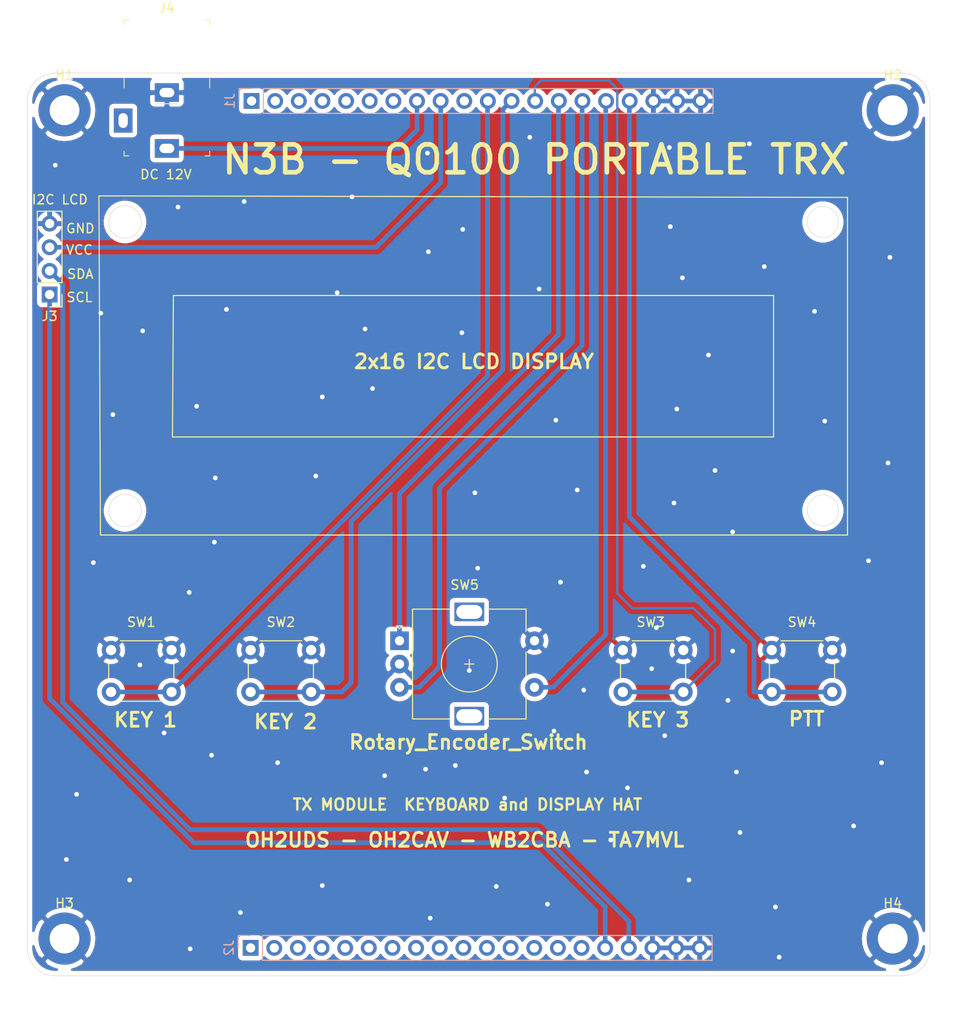
<source format=kicad_pcb>
(kicad_pcb (version 20171130) (host pcbnew "(5.1.12)-1")

  (general
    (thickness 1.6)
    (drawings 29)
    (tracks 137)
    (zones 0)
    (modules 13)
    (nets 37)
  )

  (page A4)
  (layers
    (0 F.Cu signal)
    (31 B.Cu signal)
    (32 B.Adhes user)
    (33 F.Adhes user)
    (34 B.Paste user)
    (35 F.Paste user)
    (36 B.SilkS user)
    (37 F.SilkS user)
    (38 B.Mask user)
    (39 F.Mask user)
    (40 Dwgs.User user)
    (41 Cmts.User user)
    (42 Eco1.User user)
    (43 Eco2.User user)
    (44 Edge.Cuts user)
    (45 Margin user)
    (46 B.CrtYd user)
    (47 F.CrtYd user)
    (48 B.Fab user)
    (49 F.Fab user)
  )

  (setup
    (last_trace_width 0.5)
    (user_trace_width 0.5)
    (trace_clearance 0.2)
    (zone_clearance 0.508)
    (zone_45_only no)
    (trace_min 0.2)
    (via_size 0.8)
    (via_drill 0.4)
    (via_min_size 0.4)
    (via_min_drill 0.3)
    (user_via 1 0.5)
    (uvia_size 0.3)
    (uvia_drill 0.1)
    (uvias_allowed no)
    (uvia_min_size 0.2)
    (uvia_min_drill 0.1)
    (edge_width 0.05)
    (segment_width 0.2)
    (pcb_text_width 0.3)
    (pcb_text_size 1.5 1.5)
    (mod_edge_width 0.12)
    (mod_text_size 1 1)
    (mod_text_width 0.15)
    (pad_size 1.524 1.524)
    (pad_drill 0.762)
    (pad_to_mask_clearance 0)
    (aux_axis_origin 0 0)
    (visible_elements 7FFFFFFF)
    (pcbplotparams
      (layerselection 0x010fc_ffffffff)
      (usegerberextensions false)
      (usegerberattributes true)
      (usegerberadvancedattributes true)
      (creategerberjobfile true)
      (excludeedgelayer true)
      (linewidth 0.100000)
      (plotframeref false)
      (viasonmask false)
      (mode 1)
      (useauxorigin false)
      (hpglpennumber 1)
      (hpglpenspeed 20)
      (hpglpendiameter 15.000000)
      (psnegative false)
      (psa4output false)
      (plotreference true)
      (plotvalue true)
      (plotinvisibletext false)
      (padsonsilk false)
      (subtractmaskfromsilk false)
      (outputformat 1)
      (mirror false)
      (drillshape 1)
      (scaleselection 1)
      (outputdirectory ""))
  )

  (net 0 "")
  (net 1 GNDPWR)
  (net 2 ROT_A)
  (net 3 ROT_B)
  (net 4 ROT_SW)
  (net 5 PTT)
  (net 6 +5V)
  (net 7 KEY3)
  (net 8 KEY2)
  (net 9 KEY1)
  (net 10 +3V3)
  (net 11 +12V)
  (net 12 "Net-(J1-Pad7)")
  (net 13 "Net-(J1-Pad6)")
  (net 14 "Net-(J1-Pad5)")
  (net 15 "Net-(J1-Pad4)")
  (net 16 "Net-(J1-Pad3)")
  (net 17 "Net-(J1-Pad2)")
  (net 18 "Net-(J1-Pad1)")
  (net 19 LCD_SDA)
  (net 20 LCD_SCL)
  (net 21 RST)
  (net 22 UART_RX)
  (net 23 UART_TX)
  (net 24 MCU_SDA)
  (net 25 MCU_SCL)
  (net 26 "Net-(J2-Pad7)")
  (net 27 "Net-(J2-Pad6)")
  (net 28 "Net-(J2-Pad5)")
  (net 29 "Net-(J2-Pad4)")
  (net 30 "Net-(J2-Pad3)")
  (net 31 "Net-(J2-Pad2)")
  (net 32 "Net-(J2-Pad1)")
  (net 33 "Net-(J4-Pad3)")
  (net 34 "Net-(J2-Pad10)")
  (net 35 "Net-(J2-Pad9)")
  (net 36 "Net-(J2-Pad8)")

  (net_class Default "This is the default net class."
    (clearance 0.2)
    (trace_width 0.25)
    (via_dia 0.8)
    (via_drill 0.4)
    (uvia_dia 0.3)
    (uvia_drill 0.1)
    (add_net +12V)
    (add_net +3V3)
    (add_net +5V)
    (add_net GNDPWR)
    (add_net KEY1)
    (add_net KEY2)
    (add_net KEY3)
    (add_net LCD_SCL)
    (add_net LCD_SDA)
    (add_net MCU_SCL)
    (add_net MCU_SDA)
    (add_net "Net-(J1-Pad1)")
    (add_net "Net-(J1-Pad2)")
    (add_net "Net-(J1-Pad3)")
    (add_net "Net-(J1-Pad4)")
    (add_net "Net-(J1-Pad5)")
    (add_net "Net-(J1-Pad6)")
    (add_net "Net-(J1-Pad7)")
    (add_net "Net-(J2-Pad1)")
    (add_net "Net-(J2-Pad10)")
    (add_net "Net-(J2-Pad2)")
    (add_net "Net-(J2-Pad3)")
    (add_net "Net-(J2-Pad4)")
    (add_net "Net-(J2-Pad5)")
    (add_net "Net-(J2-Pad6)")
    (add_net "Net-(J2-Pad7)")
    (add_net "Net-(J2-Pad8)")
    (add_net "Net-(J2-Pad9)")
    (add_net "Net-(J4-Pad3)")
    (add_net PTT)
    (add_net ROT_A)
    (add_net ROT_B)
    (add_net ROT_SW)
    (add_net RST)
    (add_net UART_RX)
    (add_net UART_TX)
  )

  (module Connector_PinHeader_2.54mm:PinHeader_1x20_P2.54mm_Vertical (layer B.Cu) (tedit 59FED5CC) (tstamp 661BF066)
    (at 79 222 270)
    (descr "Through hole straight pin header, 1x20, 2.54mm pitch, single row")
    (tags "Through hole pin header THT 1x20 2.54mm single row")
    (path /661AECF9)
    (fp_text reference J2 (at 0 2.33 270) (layer B.SilkS)
      (effects (font (size 1 1) (thickness 0.15)) (justify mirror))
    )
    (fp_text value PATCH02 (at 0 -50.59 270) (layer B.Fab)
      (effects (font (size 1 1) (thickness 0.15)) (justify mirror))
    )
    (fp_line (start 1.8 1.8) (end -1.8 1.8) (layer B.CrtYd) (width 0.05))
    (fp_line (start 1.8 -50.05) (end 1.8 1.8) (layer B.CrtYd) (width 0.05))
    (fp_line (start -1.8 -50.05) (end 1.8 -50.05) (layer B.CrtYd) (width 0.05))
    (fp_line (start -1.8 1.8) (end -1.8 -50.05) (layer B.CrtYd) (width 0.05))
    (fp_line (start -1.33 1.33) (end 0 1.33) (layer B.SilkS) (width 0.12))
    (fp_line (start -1.33 0) (end -1.33 1.33) (layer B.SilkS) (width 0.12))
    (fp_line (start -1.33 -1.27) (end 1.33 -1.27) (layer B.SilkS) (width 0.12))
    (fp_line (start 1.33 -1.27) (end 1.33 -49.59) (layer B.SilkS) (width 0.12))
    (fp_line (start -1.33 -1.27) (end -1.33 -49.59) (layer B.SilkS) (width 0.12))
    (fp_line (start -1.33 -49.59) (end 1.33 -49.59) (layer B.SilkS) (width 0.12))
    (fp_line (start -1.27 0.635) (end -0.635 1.27) (layer B.Fab) (width 0.1))
    (fp_line (start -1.27 -49.53) (end -1.27 0.635) (layer B.Fab) (width 0.1))
    (fp_line (start 1.27 -49.53) (end -1.27 -49.53) (layer B.Fab) (width 0.1))
    (fp_line (start 1.27 1.27) (end 1.27 -49.53) (layer B.Fab) (width 0.1))
    (fp_line (start -0.635 1.27) (end 1.27 1.27) (layer B.Fab) (width 0.1))
    (fp_text user %R (at 0 -24.13) (layer B.Fab)
      (effects (font (size 1 1) (thickness 0.15)) (justify mirror))
    )
    (pad 20 thru_hole oval (at 0 -48.26 270) (size 1.7 1.7) (drill 1) (layers *.Cu *.Mask)
      (net 1 GNDPWR))
    (pad 19 thru_hole oval (at 0 -45.72 270) (size 1.7 1.7) (drill 1) (layers *.Cu *.Mask)
      (net 1 GNDPWR))
    (pad 18 thru_hole oval (at 0 -43.18 270) (size 1.7 1.7) (drill 1) (layers *.Cu *.Mask)
      (net 1 GNDPWR))
    (pad 17 thru_hole oval (at 0 -40.64 270) (size 1.7 1.7) (drill 1) (layers *.Cu *.Mask)
      (net 19 LCD_SDA))
    (pad 16 thru_hole oval (at 0 -38.1 270) (size 1.7 1.7) (drill 1) (layers *.Cu *.Mask)
      (net 20 LCD_SCL))
    (pad 15 thru_hole oval (at 0 -35.56 270) (size 1.7 1.7) (drill 1) (layers *.Cu *.Mask)
      (net 21 RST))
    (pad 14 thru_hole oval (at 0 -33.02 270) (size 1.7 1.7) (drill 1) (layers *.Cu *.Mask)
      (net 22 UART_RX))
    (pad 13 thru_hole oval (at 0 -30.48 270) (size 1.7 1.7) (drill 1) (layers *.Cu *.Mask)
      (net 23 UART_TX))
    (pad 12 thru_hole oval (at 0 -27.94 270) (size 1.7 1.7) (drill 1) (layers *.Cu *.Mask)
      (net 24 MCU_SDA))
    (pad 11 thru_hole oval (at 0 -25.4 270) (size 1.7 1.7) (drill 1) (layers *.Cu *.Mask)
      (net 25 MCU_SCL))
    (pad 10 thru_hole oval (at 0 -22.86 270) (size 1.7 1.7) (drill 1) (layers *.Cu *.Mask)
      (net 34 "Net-(J2-Pad10)"))
    (pad 9 thru_hole oval (at 0 -20.32 270) (size 1.7 1.7) (drill 1) (layers *.Cu *.Mask)
      (net 35 "Net-(J2-Pad9)"))
    (pad 8 thru_hole oval (at 0 -17.78 270) (size 1.7 1.7) (drill 1) (layers *.Cu *.Mask)
      (net 36 "Net-(J2-Pad8)"))
    (pad 7 thru_hole oval (at 0 -15.24 270) (size 1.7 1.7) (drill 1) (layers *.Cu *.Mask)
      (net 26 "Net-(J2-Pad7)"))
    (pad 6 thru_hole oval (at 0 -12.7 270) (size 1.7 1.7) (drill 1) (layers *.Cu *.Mask)
      (net 27 "Net-(J2-Pad6)"))
    (pad 5 thru_hole oval (at 0 -10.16 270) (size 1.7 1.7) (drill 1) (layers *.Cu *.Mask)
      (net 28 "Net-(J2-Pad5)"))
    (pad 4 thru_hole oval (at 0 -7.62 270) (size 1.7 1.7) (drill 1) (layers *.Cu *.Mask)
      (net 29 "Net-(J2-Pad4)"))
    (pad 3 thru_hole oval (at 0 -5.08 270) (size 1.7 1.7) (drill 1) (layers *.Cu *.Mask)
      (net 30 "Net-(J2-Pad3)"))
    (pad 2 thru_hole oval (at 0 -2.54 270) (size 1.7 1.7) (drill 1) (layers *.Cu *.Mask)
      (net 31 "Net-(J2-Pad2)"))
    (pad 1 thru_hole rect (at 0 0 270) (size 1.7 1.7) (drill 1) (layers *.Cu *.Mask)
      (net 32 "Net-(J2-Pad1)"))
    (model ${KISYS3DMOD}/Connector_PinHeader_2.54mm.3dshapes/PinHeader_1x20_P2.54mm_Vertical.wrl
      (at (xyz 0 0 0))
      (scale (xyz 1 1 1))
      (rotate (xyz 0 0 0))
    )
  )

  (module Connector_PinHeader_2.54mm:PinHeader_1x20_P2.54mm_Vertical (layer B.Cu) (tedit 59FED5CC) (tstamp 661BF03E)
    (at 79.1 131 270)
    (descr "Through hole straight pin header, 1x20, 2.54mm pitch, single row")
    (tags "Through hole pin header THT 1x20 2.54mm single row")
    (path /661AECF3)
    (fp_text reference J1 (at 0 2.33 270) (layer B.SilkS)
      (effects (font (size 1 1) (thickness 0.15)) (justify mirror))
    )
    (fp_text value PATCH01 (at 0 -50.59 270) (layer B.Fab)
      (effects (font (size 1 1) (thickness 0.15)) (justify mirror))
    )
    (fp_line (start 1.8 1.8) (end -1.8 1.8) (layer B.CrtYd) (width 0.05))
    (fp_line (start 1.8 -50.05) (end 1.8 1.8) (layer B.CrtYd) (width 0.05))
    (fp_line (start -1.8 -50.05) (end 1.8 -50.05) (layer B.CrtYd) (width 0.05))
    (fp_line (start -1.8 1.8) (end -1.8 -50.05) (layer B.CrtYd) (width 0.05))
    (fp_line (start -1.33 1.33) (end 0 1.33) (layer B.SilkS) (width 0.12))
    (fp_line (start -1.33 0) (end -1.33 1.33) (layer B.SilkS) (width 0.12))
    (fp_line (start -1.33 -1.27) (end 1.33 -1.27) (layer B.SilkS) (width 0.12))
    (fp_line (start 1.33 -1.27) (end 1.33 -49.59) (layer B.SilkS) (width 0.12))
    (fp_line (start -1.33 -1.27) (end -1.33 -49.59) (layer B.SilkS) (width 0.12))
    (fp_line (start -1.33 -49.59) (end 1.33 -49.59) (layer B.SilkS) (width 0.12))
    (fp_line (start -1.27 0.635) (end -0.635 1.27) (layer B.Fab) (width 0.1))
    (fp_line (start -1.27 -49.53) (end -1.27 0.635) (layer B.Fab) (width 0.1))
    (fp_line (start 1.27 -49.53) (end -1.27 -49.53) (layer B.Fab) (width 0.1))
    (fp_line (start 1.27 1.27) (end 1.27 -49.53) (layer B.Fab) (width 0.1))
    (fp_line (start -0.635 1.27) (end 1.27 1.27) (layer B.Fab) (width 0.1))
    (fp_text user %R (at 0 -24.13) (layer B.Fab)
      (effects (font (size 1 1) (thickness 0.15)) (justify mirror))
    )
    (pad 20 thru_hole oval (at 0 -48.26 270) (size 1.7 1.7) (drill 1) (layers *.Cu *.Mask)
      (net 1 GNDPWR))
    (pad 19 thru_hole oval (at 0 -45.72 270) (size 1.7 1.7) (drill 1) (layers *.Cu *.Mask)
      (net 1 GNDPWR))
    (pad 18 thru_hole oval (at 0 -43.18 270) (size 1.7 1.7) (drill 1) (layers *.Cu *.Mask)
      (net 1 GNDPWR))
    (pad 17 thru_hole oval (at 0 -40.64 270) (size 1.7 1.7) (drill 1) (layers *.Cu *.Mask)
      (net 5 PTT))
    (pad 16 thru_hole oval (at 0 -38.1 270) (size 1.7 1.7) (drill 1) (layers *.Cu *.Mask)
      (net 4 ROT_SW))
    (pad 15 thru_hole oval (at 0 -35.56 270) (size 1.7 1.7) (drill 1) (layers *.Cu *.Mask)
      (net 3 ROT_B))
    (pad 14 thru_hole oval (at 0 -33.02 270) (size 1.7 1.7) (drill 1) (layers *.Cu *.Mask)
      (net 2 ROT_A))
    (pad 13 thru_hole oval (at 0 -30.48 270) (size 1.7 1.7) (drill 1) (layers *.Cu *.Mask)
      (net 7 KEY3))
    (pad 12 thru_hole oval (at 0 -27.94 270) (size 1.7 1.7) (drill 1) (layers *.Cu *.Mask)
      (net 8 KEY2))
    (pad 11 thru_hole oval (at 0 -25.4 270) (size 1.7 1.7) (drill 1) (layers *.Cu *.Mask)
      (net 9 KEY1))
    (pad 10 thru_hole oval (at 0 -22.86 270) (size 1.7 1.7) (drill 1) (layers *.Cu *.Mask)
      (net 10 +3V3))
    (pad 9 thru_hole oval (at 0 -20.32 270) (size 1.7 1.7) (drill 1) (layers *.Cu *.Mask)
      (net 6 +5V))
    (pad 8 thru_hole oval (at 0 -17.78 270) (size 1.7 1.7) (drill 1) (layers *.Cu *.Mask)
      (net 11 +12V))
    (pad 7 thru_hole oval (at 0 -15.24 270) (size 1.7 1.7) (drill 1) (layers *.Cu *.Mask)
      (net 12 "Net-(J1-Pad7)"))
    (pad 6 thru_hole oval (at 0 -12.7 270) (size 1.7 1.7) (drill 1) (layers *.Cu *.Mask)
      (net 13 "Net-(J1-Pad6)"))
    (pad 5 thru_hole oval (at 0 -10.16 270) (size 1.7 1.7) (drill 1) (layers *.Cu *.Mask)
      (net 14 "Net-(J1-Pad5)"))
    (pad 4 thru_hole oval (at 0 -7.62 270) (size 1.7 1.7) (drill 1) (layers *.Cu *.Mask)
      (net 15 "Net-(J1-Pad4)"))
    (pad 3 thru_hole oval (at 0 -5.08 270) (size 1.7 1.7) (drill 1) (layers *.Cu *.Mask)
      (net 16 "Net-(J1-Pad3)"))
    (pad 2 thru_hole oval (at 0 -2.54 270) (size 1.7 1.7) (drill 1) (layers *.Cu *.Mask)
      (net 17 "Net-(J1-Pad2)"))
    (pad 1 thru_hole rect (at 0 0 270) (size 1.7 1.7) (drill 1) (layers *.Cu *.Mask)
      (net 18 "Net-(J1-Pad1)"))
    (model ${KISYS3DMOD}/Connector_PinHeader_2.54mm.3dshapes/PinHeader_1x20_P2.54mm_Vertical.wrl
      (at (xyz 0 0 0))
      (scale (xyz 1 1 1))
      (rotate (xyz 0 0 0))
    )
  )

  (module Rotary_Encoder:RotaryEncoder_Alps_EC11E-Switch_Vertical_H20mm (layer F.Cu) (tedit 5A74C8CB) (tstamp 661AEF3E)
    (at 95 189)
    (descr "Alps rotary encoder, EC12E... with switch, vertical shaft, http://www.alps.com/prod/info/E/HTML/Encoder/Incremental/EC11/EC11E15204A3.html")
    (tags "rotary encoder")
    (path /661B53B7)
    (fp_text reference SW5 (at 7 -6) (layer F.SilkS)
      (effects (font (size 1 1) (thickness 0.15)))
    )
    (fp_text value Rotary_Encoder_Switch (at 7.4 10.9) (layer F.SilkS)
      (effects (font (size 1.5 1.5) (thickness 0.3)))
    )
    (fp_line (start 7 2.5) (end 8 2.5) (layer F.SilkS) (width 0.12))
    (fp_line (start 7.5 2) (end 7.5 3) (layer F.SilkS) (width 0.12))
    (fp_line (start 13.6 6) (end 13.6 8.4) (layer F.SilkS) (width 0.12))
    (fp_line (start 13.6 1.2) (end 13.6 3.8) (layer F.SilkS) (width 0.12))
    (fp_line (start 13.6 -3.4) (end 13.6 -1) (layer F.SilkS) (width 0.12))
    (fp_line (start 4.5 2.5) (end 10.5 2.5) (layer F.Fab) (width 0.12))
    (fp_line (start 7.5 -0.5) (end 7.5 5.5) (layer F.Fab) (width 0.12))
    (fp_line (start 0.3 -1.6) (end 0 -1.3) (layer F.SilkS) (width 0.12))
    (fp_line (start -0.3 -1.6) (end 0.3 -1.6) (layer F.SilkS) (width 0.12))
    (fp_line (start 0 -1.3) (end -0.3 -1.6) (layer F.SilkS) (width 0.12))
    (fp_line (start 1.4 -3.4) (end 1.4 8.4) (layer F.SilkS) (width 0.12))
    (fp_line (start 5.5 -3.4) (end 1.4 -3.4) (layer F.SilkS) (width 0.12))
    (fp_line (start 5.5 8.4) (end 1.4 8.4) (layer F.SilkS) (width 0.12))
    (fp_line (start 13.6 8.4) (end 9.5 8.4) (layer F.SilkS) (width 0.12))
    (fp_line (start 9.5 -3.4) (end 13.6 -3.4) (layer F.SilkS) (width 0.12))
    (fp_line (start 1.5 -2.2) (end 2.5 -3.3) (layer F.Fab) (width 0.12))
    (fp_line (start 1.5 8.3) (end 1.5 -2.2) (layer F.Fab) (width 0.12))
    (fp_line (start 13.5 8.3) (end 1.5 8.3) (layer F.Fab) (width 0.12))
    (fp_line (start 13.5 -3.3) (end 13.5 8.3) (layer F.Fab) (width 0.12))
    (fp_line (start 2.5 -3.3) (end 13.5 -3.3) (layer F.Fab) (width 0.12))
    (fp_line (start -1.5 -4.6) (end 16 -4.6) (layer F.CrtYd) (width 0.05))
    (fp_line (start -1.5 -4.6) (end -1.5 9.6) (layer F.CrtYd) (width 0.05))
    (fp_line (start 16 9.6) (end 16 -4.6) (layer F.CrtYd) (width 0.05))
    (fp_line (start 16 9.6) (end -1.5 9.6) (layer F.CrtYd) (width 0.05))
    (fp_circle (center 7.5 2.5) (end 10.5 2.5) (layer F.SilkS) (width 0.12))
    (fp_circle (center 7.5 2.5) (end 10.5 2.5) (layer F.Fab) (width 0.12))
    (fp_text user %R (at 11.1 6.3) (layer F.Fab)
      (effects (font (size 1 1) (thickness 0.15)))
    )
    (pad A thru_hole rect (at 0 0) (size 2 2) (drill 1) (layers *.Cu *.Mask)
      (net 2 ROT_A))
    (pad C thru_hole circle (at 0 2.5) (size 2 2) (drill 1) (layers *.Cu *.Mask)
      (net 1 GNDPWR))
    (pad B thru_hole circle (at 0 5) (size 2 2) (drill 1) (layers *.Cu *.Mask)
      (net 3 ROT_B))
    (pad MP thru_hole rect (at 7.5 -3.1) (size 3.2 2) (drill oval 2.8 1.5) (layers *.Cu *.Mask))
    (pad MP thru_hole rect (at 7.5 8.1) (size 3.2 2) (drill oval 2.8 1.5) (layers *.Cu *.Mask))
    (pad S2 thru_hole circle (at 14.5 0) (size 2 2) (drill 1) (layers *.Cu *.Mask)
      (net 1 GNDPWR))
    (pad S1 thru_hole circle (at 14.5 5) (size 2 2) (drill 1) (layers *.Cu *.Mask)
      (net 4 ROT_SW))
    (model ${KISYS3DMOD}/Rotary_Encoder.3dshapes/RotaryEncoder_Alps_EC11E-Switch_Vertical_H20mm.wrl
      (at (xyz 0 0 0))
      (scale (xyz 1 1 1))
      (rotate (xyz 0 0 0))
    )
  )

  (module Button_Switch_THT:SW_PUSH_6mm (layer F.Cu) (tedit 5A02FE31) (tstamp 661AEF18)
    (at 135 190)
    (descr https://www.omron.com/ecb/products/pdf/en-b3f.pdf)
    (tags "tact sw push 6mm")
    (path /66174494)
    (fp_text reference SW4 (at 3.25 -3) (layer F.SilkS)
      (effects (font (size 1 1) (thickness 0.15)))
    )
    (fp_text value PTT (at 3.75 7.4) (layer F.SilkS)
      (effects (font (size 1.5 1.5) (thickness 0.3)))
    )
    (fp_line (start 3.25 -0.75) (end 6.25 -0.75) (layer F.Fab) (width 0.1))
    (fp_line (start 6.25 -0.75) (end 6.25 5.25) (layer F.Fab) (width 0.1))
    (fp_line (start 6.25 5.25) (end 0.25 5.25) (layer F.Fab) (width 0.1))
    (fp_line (start 0.25 5.25) (end 0.25 -0.75) (layer F.Fab) (width 0.1))
    (fp_line (start 0.25 -0.75) (end 3.25 -0.75) (layer F.Fab) (width 0.1))
    (fp_line (start 7.75 6) (end 8 6) (layer F.CrtYd) (width 0.05))
    (fp_line (start 8 6) (end 8 5.75) (layer F.CrtYd) (width 0.05))
    (fp_line (start 7.75 -1.5) (end 8 -1.5) (layer F.CrtYd) (width 0.05))
    (fp_line (start 8 -1.5) (end 8 -1.25) (layer F.CrtYd) (width 0.05))
    (fp_line (start -1.5 -1.25) (end -1.5 -1.5) (layer F.CrtYd) (width 0.05))
    (fp_line (start -1.5 -1.5) (end -1.25 -1.5) (layer F.CrtYd) (width 0.05))
    (fp_line (start -1.5 5.75) (end -1.5 6) (layer F.CrtYd) (width 0.05))
    (fp_line (start -1.5 6) (end -1.25 6) (layer F.CrtYd) (width 0.05))
    (fp_line (start -1.25 -1.5) (end 7.75 -1.5) (layer F.CrtYd) (width 0.05))
    (fp_line (start -1.5 5.75) (end -1.5 -1.25) (layer F.CrtYd) (width 0.05))
    (fp_line (start 7.75 6) (end -1.25 6) (layer F.CrtYd) (width 0.05))
    (fp_line (start 8 -1.25) (end 8 5.75) (layer F.CrtYd) (width 0.05))
    (fp_line (start 1 5.5) (end 5.5 5.5) (layer F.SilkS) (width 0.12))
    (fp_line (start -0.25 1.5) (end -0.25 3) (layer F.SilkS) (width 0.12))
    (fp_line (start 5.5 -1) (end 1 -1) (layer F.SilkS) (width 0.12))
    (fp_line (start 6.75 3) (end 6.75 1.5) (layer F.SilkS) (width 0.12))
    (fp_circle (center 3.25 2.25) (end 1.25 2.5) (layer F.Fab) (width 0.1))
    (fp_text user %R (at 3.25 2.25) (layer F.Fab)
      (effects (font (size 1 1) (thickness 0.15)))
    )
    (pad 1 thru_hole circle (at 6.5 0 90) (size 2 2) (drill 1.1) (layers *.Cu *.Mask)
      (net 1 GNDPWR))
    (pad 2 thru_hole circle (at 6.5 4.5 90) (size 2 2) (drill 1.1) (layers *.Cu *.Mask)
      (net 5 PTT))
    (pad 1 thru_hole circle (at 0 0 90) (size 2 2) (drill 1.1) (layers *.Cu *.Mask)
      (net 1 GNDPWR))
    (pad 2 thru_hole circle (at 0 4.5 90) (size 2 2) (drill 1.1) (layers *.Cu *.Mask)
      (net 5 PTT))
    (model ${KISYS3DMOD}/Button_Switch_THT.3dshapes/SW_PUSH_6mm.wrl
      (at (xyz 0 0 0))
      (scale (xyz 1 1 1))
      (rotate (xyz 0 0 0))
    )
  )

  (module Button_Switch_THT:SW_PUSH_6mm (layer F.Cu) (tedit 5A02FE31) (tstamp 661AEEF9)
    (at 119 190)
    (descr https://www.omron.com/ecb/products/pdf/en-b3f.pdf)
    (tags "tact sw push 6mm")
    (path /66173E00)
    (fp_text reference SW3 (at 3 -3) (layer F.SilkS)
      (effects (font (size 1 1) (thickness 0.15)))
    )
    (fp_text value "KEY 3" (at 3.75 7.5) (layer F.SilkS)
      (effects (font (size 1.5 1.5) (thickness 0.3)))
    )
    (fp_line (start 3.25 -0.75) (end 6.25 -0.75) (layer F.Fab) (width 0.1))
    (fp_line (start 6.25 -0.75) (end 6.25 5.25) (layer F.Fab) (width 0.1))
    (fp_line (start 6.25 5.25) (end 0.25 5.25) (layer F.Fab) (width 0.1))
    (fp_line (start 0.25 5.25) (end 0.25 -0.75) (layer F.Fab) (width 0.1))
    (fp_line (start 0.25 -0.75) (end 3.25 -0.75) (layer F.Fab) (width 0.1))
    (fp_line (start 7.75 6) (end 8 6) (layer F.CrtYd) (width 0.05))
    (fp_line (start 8 6) (end 8 5.75) (layer F.CrtYd) (width 0.05))
    (fp_line (start 7.75 -1.5) (end 8 -1.5) (layer F.CrtYd) (width 0.05))
    (fp_line (start 8 -1.5) (end 8 -1.25) (layer F.CrtYd) (width 0.05))
    (fp_line (start -1.5 -1.25) (end -1.5 -1.5) (layer F.CrtYd) (width 0.05))
    (fp_line (start -1.5 -1.5) (end -1.25 -1.5) (layer F.CrtYd) (width 0.05))
    (fp_line (start -1.5 5.75) (end -1.5 6) (layer F.CrtYd) (width 0.05))
    (fp_line (start -1.5 6) (end -1.25 6) (layer F.CrtYd) (width 0.05))
    (fp_line (start -1.25 -1.5) (end 7.75 -1.5) (layer F.CrtYd) (width 0.05))
    (fp_line (start -1.5 5.75) (end -1.5 -1.25) (layer F.CrtYd) (width 0.05))
    (fp_line (start 7.75 6) (end -1.25 6) (layer F.CrtYd) (width 0.05))
    (fp_line (start 8 -1.25) (end 8 5.75) (layer F.CrtYd) (width 0.05))
    (fp_line (start 1 5.5) (end 5.5 5.5) (layer F.SilkS) (width 0.12))
    (fp_line (start -0.25 1.5) (end -0.25 3) (layer F.SilkS) (width 0.12))
    (fp_line (start 5.5 -1) (end 1 -1) (layer F.SilkS) (width 0.12))
    (fp_line (start 6.75 3) (end 6.75 1.5) (layer F.SilkS) (width 0.12))
    (fp_circle (center 3.25 2.25) (end 1.25 2.5) (layer F.Fab) (width 0.1))
    (fp_text user %R (at 3 2) (layer F.Fab)
      (effects (font (size 1 1) (thickness 0.15)))
    )
    (pad 1 thru_hole circle (at 6.5 0 90) (size 2 2) (drill 1.1) (layers *.Cu *.Mask)
      (net 1 GNDPWR))
    (pad 2 thru_hole circle (at 6.5 4.5 90) (size 2 2) (drill 1.1) (layers *.Cu *.Mask)
      (net 7 KEY3))
    (pad 1 thru_hole circle (at 0 0 90) (size 2 2) (drill 1.1) (layers *.Cu *.Mask)
      (net 1 GNDPWR))
    (pad 2 thru_hole circle (at 0 4.5 90) (size 2 2) (drill 1.1) (layers *.Cu *.Mask)
      (net 7 KEY3))
    (model ${KISYS3DMOD}/Button_Switch_THT.3dshapes/SW_PUSH_6mm.wrl
      (at (xyz 0 0 0))
      (scale (xyz 1 1 1))
      (rotate (xyz 0 0 0))
    )
  )

  (module Button_Switch_THT:SW_PUSH_6mm (layer F.Cu) (tedit 5A02FE31) (tstamp 661AEEDA)
    (at 79 190)
    (descr https://www.omron.com/ecb/products/pdf/en-b3f.pdf)
    (tags "tact sw push 6mm")
    (path /661738A9)
    (fp_text reference SW2 (at 3.25 -3) (layer F.SilkS)
      (effects (font (size 1 1) (thickness 0.15)))
    )
    (fp_text value "KEY 2" (at 3.75 7.7) (layer F.SilkS)
      (effects (font (size 1.5 1.5) (thickness 0.3)))
    )
    (fp_line (start 3.25 -0.75) (end 6.25 -0.75) (layer F.Fab) (width 0.1))
    (fp_line (start 6.25 -0.75) (end 6.25 5.25) (layer F.Fab) (width 0.1))
    (fp_line (start 6.25 5.25) (end 0.25 5.25) (layer F.Fab) (width 0.1))
    (fp_line (start 0.25 5.25) (end 0.25 -0.75) (layer F.Fab) (width 0.1))
    (fp_line (start 0.25 -0.75) (end 3.25 -0.75) (layer F.Fab) (width 0.1))
    (fp_line (start 7.75 6) (end 8 6) (layer F.CrtYd) (width 0.05))
    (fp_line (start 8 6) (end 8 5.75) (layer F.CrtYd) (width 0.05))
    (fp_line (start 7.75 -1.5) (end 8 -1.5) (layer F.CrtYd) (width 0.05))
    (fp_line (start 8 -1.5) (end 8 -1.25) (layer F.CrtYd) (width 0.05))
    (fp_line (start -1.5 -1.25) (end -1.5 -1.5) (layer F.CrtYd) (width 0.05))
    (fp_line (start -1.5 -1.5) (end -1.25 -1.5) (layer F.CrtYd) (width 0.05))
    (fp_line (start -1.5 5.75) (end -1.5 6) (layer F.CrtYd) (width 0.05))
    (fp_line (start -1.5 6) (end -1.25 6) (layer F.CrtYd) (width 0.05))
    (fp_line (start -1.25 -1.5) (end 7.75 -1.5) (layer F.CrtYd) (width 0.05))
    (fp_line (start -1.5 5.75) (end -1.5 -1.25) (layer F.CrtYd) (width 0.05))
    (fp_line (start 7.75 6) (end -1.25 6) (layer F.CrtYd) (width 0.05))
    (fp_line (start 8 -1.25) (end 8 5.75) (layer F.CrtYd) (width 0.05))
    (fp_line (start 1 5.5) (end 5.5 5.5) (layer F.SilkS) (width 0.12))
    (fp_line (start -0.25 1.5) (end -0.25 3) (layer F.SilkS) (width 0.12))
    (fp_line (start 5.5 -1) (end 1 -1) (layer F.SilkS) (width 0.12))
    (fp_line (start 6.75 3) (end 6.75 1.5) (layer F.SilkS) (width 0.12))
    (fp_circle (center 3.25 2.25) (end 1.25 2.5) (layer F.Fab) (width 0.1))
    (fp_text user %R (at 3.25 2.25) (layer F.Fab)
      (effects (font (size 1 1) (thickness 0.15)))
    )
    (pad 1 thru_hole circle (at 6.5 0 90) (size 2 2) (drill 1.1) (layers *.Cu *.Mask)
      (net 1 GNDPWR))
    (pad 2 thru_hole circle (at 6.5 4.5 90) (size 2 2) (drill 1.1) (layers *.Cu *.Mask)
      (net 8 KEY2))
    (pad 1 thru_hole circle (at 0 0 90) (size 2 2) (drill 1.1) (layers *.Cu *.Mask)
      (net 1 GNDPWR))
    (pad 2 thru_hole circle (at 0 4.5 90) (size 2 2) (drill 1.1) (layers *.Cu *.Mask)
      (net 8 KEY2))
    (model ${KISYS3DMOD}/Button_Switch_THT.3dshapes/SW_PUSH_6mm.wrl
      (at (xyz 0 0 0))
      (scale (xyz 1 1 1))
      (rotate (xyz 0 0 0))
    )
  )

  (module Button_Switch_THT:SW_PUSH_6mm (layer F.Cu) (tedit 5A02FE31) (tstamp 661AEEBB)
    (at 64 190)
    (descr https://www.omron.com/ecb/products/pdf/en-b3f.pdf)
    (tags "tact sw push 6mm")
    (path /66172D9B)
    (fp_text reference SW1 (at 3.25 -3) (layer F.SilkS)
      (effects (font (size 1 1) (thickness 0.15)))
    )
    (fp_text value "KEY 1" (at 3.7 7.5) (layer F.SilkS)
      (effects (font (size 1.5 1.5) (thickness 0.3)))
    )
    (fp_line (start 3.25 -0.75) (end 6.25 -0.75) (layer F.Fab) (width 0.1))
    (fp_line (start 6.25 -0.75) (end 6.25 5.25) (layer F.Fab) (width 0.1))
    (fp_line (start 6.25 5.25) (end 0.25 5.25) (layer F.Fab) (width 0.1))
    (fp_line (start 0.25 5.25) (end 0.25 -0.75) (layer F.Fab) (width 0.1))
    (fp_line (start 0.25 -0.75) (end 3.25 -0.75) (layer F.Fab) (width 0.1))
    (fp_line (start 7.75 6) (end 8 6) (layer F.CrtYd) (width 0.05))
    (fp_line (start 8 6) (end 8 5.75) (layer F.CrtYd) (width 0.05))
    (fp_line (start 7.75 -1.5) (end 8 -1.5) (layer F.CrtYd) (width 0.05))
    (fp_line (start 8 -1.5) (end 8 -1.25) (layer F.CrtYd) (width 0.05))
    (fp_line (start -1.5 -1.25) (end -1.5 -1.5) (layer F.CrtYd) (width 0.05))
    (fp_line (start -1.5 -1.5) (end -1.25 -1.5) (layer F.CrtYd) (width 0.05))
    (fp_line (start -1.5 5.75) (end -1.5 6) (layer F.CrtYd) (width 0.05))
    (fp_line (start -1.5 6) (end -1.25 6) (layer F.CrtYd) (width 0.05))
    (fp_line (start -1.25 -1.5) (end 7.75 -1.5) (layer F.CrtYd) (width 0.05))
    (fp_line (start -1.5 5.75) (end -1.5 -1.25) (layer F.CrtYd) (width 0.05))
    (fp_line (start 7.75 6) (end -1.25 6) (layer F.CrtYd) (width 0.05))
    (fp_line (start 8 -1.25) (end 8 5.75) (layer F.CrtYd) (width 0.05))
    (fp_line (start 1 5.5) (end 5.5 5.5) (layer F.SilkS) (width 0.12))
    (fp_line (start -0.25 1.5) (end -0.25 3) (layer F.SilkS) (width 0.12))
    (fp_line (start 5.5 -1) (end 1 -1) (layer F.SilkS) (width 0.12))
    (fp_line (start 6.75 3) (end 6.75 1.5) (layer F.SilkS) (width 0.12))
    (fp_circle (center 3.25 2.25) (end 1.25 2.5) (layer F.Fab) (width 0.1))
    (fp_text user %R (at 3.25 2.25) (layer F.Fab)
      (effects (font (size 1 1) (thickness 0.15)))
    )
    (pad 1 thru_hole circle (at 6.5 0 90) (size 2 2) (drill 1.1) (layers *.Cu *.Mask)
      (net 1 GNDPWR))
    (pad 2 thru_hole circle (at 6.5 4.5 90) (size 2 2) (drill 1.1) (layers *.Cu *.Mask)
      (net 9 KEY1))
    (pad 1 thru_hole circle (at 0 0 90) (size 2 2) (drill 1.1) (layers *.Cu *.Mask)
      (net 1 GNDPWR))
    (pad 2 thru_hole circle (at 0 4.5 90) (size 2 2) (drill 1.1) (layers *.Cu *.Mask)
      (net 9 KEY1))
    (model ${KISYS3DMOD}/Button_Switch_THT.3dshapes/SW_PUSH_6mm.wrl
      (at (xyz 0 0 0))
      (scale (xyz 1 1 1))
      (rotate (xyz 0 0 0))
    )
  )

  (module digikey-footprints:Barrel_Jack_5.5mmODx2.1mmID_PJ-102A (layer F.Cu) (tedit 5CAD146F) (tstamp 661AEE9C)
    (at 70 133.1)
    (path /661BD186)
    (fp_text reference J4 (at 0 -12.1) (layer F.SilkS)
      (effects (font (size 1 1) (thickness 0.15)))
    )
    (fp_text value PJ-102A (at 0 5.8) (layer F.Fab)
      (effects (font (size 1 1) (thickness 0.15)))
    )
    (fp_line (start -5.9 4.25) (end 4.8 4.25) (layer F.CrtYd) (width 0.05))
    (fp_line (start 4.8 -10.95) (end 4.8 4.25) (layer F.CrtYd) (width 0.05))
    (fp_line (start -5.9 -10.95) (end -5.9 4.25) (layer F.CrtYd) (width 0.05))
    (fp_line (start -5.9 -10.95) (end 4.8 -10.95) (layer F.CrtYd) (width 0.05))
    (fp_line (start 4.6 -3.5) (end 4.6 -4.5) (layer F.SilkS) (width 0.1))
    (fp_line (start -4.6 -3.5) (end -4.6 -4.5) (layer F.SilkS) (width 0.1))
    (fp_line (start 4.6 -10.8) (end 4.6 -10.3) (layer F.SilkS) (width 0.1))
    (fp_line (start 4.6 -10.8) (end 4.1 -10.8) (layer F.SilkS) (width 0.1))
    (fp_line (start -4.6 -10.8) (end -4.1 -10.8) (layer F.SilkS) (width 0.1))
    (fp_line (start -4.6 -10.8) (end -4.6 -10.3) (layer F.SilkS) (width 0.1))
    (fp_line (start -1.2 -1.8) (end 1.2 -1.8) (layer F.SilkS) (width 0.1))
    (fp_line (start -4.6 3.8) (end -4.6 3.3) (layer F.SilkS) (width 0.1))
    (fp_line (start -4.6 3.8) (end -4.1 3.8) (layer F.SilkS) (width 0.1))
    (fp_line (start 4.6 3.8) (end 4.6 3.3) (layer F.SilkS) (width 0.1))
    (fp_line (start 4.6 3.8) (end 4.1 3.8) (layer F.SilkS) (width 0.1))
    (fp_line (start -4.5 -10.7) (end 4.5 -10.7) (layer F.Fab) (width 0.1))
    (fp_line (start 4.5 3.7) (end 4.5 -10.7) (layer F.Fab) (width 0.1))
    (fp_line (start -4.5 3.7) (end -4.5 -10.7) (layer F.Fab) (width 0.1))
    (fp_line (start -4.5 3.7) (end 4.5 3.7) (layer F.Fab) (width 0.1))
    (pad 2 thru_hole rect (at 0 -3) (size 2.6 2) (drill oval 1.6 1) (layers *.Cu *.Mask)
      (net 1 GNDPWR))
    (pad 1 thru_hole rect (at 0 3) (size 2.6 2) (drill oval 1.6 1) (layers *.Cu *.Mask)
      (net 11 +12V))
    (pad 3 thru_hole rect (at -4.7 0) (size 2 2.6) (drill oval 1 1.6) (layers *.Cu *.Mask)
      (net 33 "Net-(J4-Pad3)"))
  )

  (module Connector_PinHeader_2.54mm:PinHeader_1x04_P2.54mm_Vertical (layer F.Cu) (tedit 59FED5CC) (tstamp 661AEE82)
    (at 57.4 151.8 180)
    (descr "Through hole straight pin header, 1x04, 2.54mm pitch, single row")
    (tags "Through hole pin header THT 1x04 2.54mm single row")
    (path /6619FBCD)
    (fp_text reference J3 (at 0 -2.33) (layer F.SilkS)
      (effects (font (size 1 1) (thickness 0.15)))
    )
    (fp_text value "I2C LCD" (at -1.1 10.2) (layer F.SilkS)
      (effects (font (size 1 1) (thickness 0.15)))
    )
    (fp_line (start -0.635 -1.27) (end 1.27 -1.27) (layer F.Fab) (width 0.1))
    (fp_line (start 1.27 -1.27) (end 1.27 8.89) (layer F.Fab) (width 0.1))
    (fp_line (start 1.27 8.89) (end -1.27 8.89) (layer F.Fab) (width 0.1))
    (fp_line (start -1.27 8.89) (end -1.27 -0.635) (layer F.Fab) (width 0.1))
    (fp_line (start -1.27 -0.635) (end -0.635 -1.27) (layer F.Fab) (width 0.1))
    (fp_line (start -1.33 8.95) (end 1.33 8.95) (layer F.SilkS) (width 0.12))
    (fp_line (start -1.33 1.27) (end -1.33 8.95) (layer F.SilkS) (width 0.12))
    (fp_line (start 1.33 1.27) (end 1.33 8.95) (layer F.SilkS) (width 0.12))
    (fp_line (start -1.33 1.27) (end 1.33 1.27) (layer F.SilkS) (width 0.12))
    (fp_line (start -1.33 0) (end -1.33 -1.33) (layer F.SilkS) (width 0.12))
    (fp_line (start -1.33 -1.33) (end 0 -1.33) (layer F.SilkS) (width 0.12))
    (fp_line (start -1.8 -1.8) (end -1.8 9.4) (layer F.CrtYd) (width 0.05))
    (fp_line (start -1.8 9.4) (end 1.8 9.4) (layer F.CrtYd) (width 0.05))
    (fp_line (start 1.8 9.4) (end 1.8 -1.8) (layer F.CrtYd) (width 0.05))
    (fp_line (start 1.8 -1.8) (end -1.8 -1.8) (layer F.CrtYd) (width 0.05))
    (fp_text user %R (at 0 3.81 90) (layer F.Fab)
      (effects (font (size 1 1) (thickness 0.15)))
    )
    (pad 4 thru_hole oval (at 0 7.62 180) (size 1.7 1.7) (drill 1) (layers *.Cu *.Mask)
      (net 1 GNDPWR))
    (pad 3 thru_hole oval (at 0 5.08 180) (size 1.7 1.7) (drill 1) (layers *.Cu *.Mask)
      (net 6 +5V))
    (pad 2 thru_hole oval (at 0 2.54 180) (size 1.7 1.7) (drill 1) (layers *.Cu *.Mask)
      (net 19 LCD_SDA))
    (pad 1 thru_hole rect (at 0 0 180) (size 1.7 1.7) (drill 1) (layers *.Cu *.Mask)
      (net 20 LCD_SCL))
    (model ${KISYS3DMOD}/Connector_PinHeader_2.54mm.3dshapes/PinHeader_1x04_P2.54mm_Vertical.wrl
      (at (xyz 0 0 0))
      (scale (xyz 1 1 1))
      (rotate (xyz 0 0 0))
    )
  )

  (module MountingHole:MountingHole_3.2mm_M3_DIN965_Pad (layer F.Cu) (tedit 56D1B4CB) (tstamp 661B9BAA)
    (at 148 221)
    (descr "Mounting Hole 3.2mm, M3, DIN965")
    (tags "mounting hole 3.2mm m3 din965")
    (path /66276D82)
    (attr virtual)
    (fp_text reference H4 (at 0 -3.8) (layer F.SilkS)
      (effects (font (size 1 1) (thickness 0.15)))
    )
    (fp_text value MountingHole_Pad (at 0 3.8) (layer F.Fab)
      (effects (font (size 1 1) (thickness 0.15)))
    )
    (fp_circle (center 0 0) (end 3.05 0) (layer F.CrtYd) (width 0.05))
    (fp_circle (center 0 0) (end 2.8 0) (layer Cmts.User) (width 0.15))
    (fp_text user %R (at 0.3 0) (layer F.Fab)
      (effects (font (size 1 1) (thickness 0.15)))
    )
    (pad 1 thru_hole circle (at 0 0) (size 5.6 5.6) (drill 3.2) (layers *.Cu *.Mask)
      (net 1 GNDPWR))
  )

  (module MountingHole:MountingHole_3.2mm_M3_DIN965_Pad (layer F.Cu) (tedit 56D1B4CB) (tstamp 661B9BA2)
    (at 59 221)
    (descr "Mounting Hole 3.2mm, M3, DIN965")
    (tags "mounting hole 3.2mm m3 din965")
    (path /66276969)
    (attr virtual)
    (fp_text reference H3 (at 0 -3.8) (layer F.SilkS)
      (effects (font (size 1 1) (thickness 0.15)))
    )
    (fp_text value MountingHole_Pad (at 0 3.8) (layer F.Fab)
      (effects (font (size 1 1) (thickness 0.15)))
    )
    (fp_circle (center 0 0) (end 3.05 0) (layer F.CrtYd) (width 0.05))
    (fp_circle (center 0 0) (end 2.8 0) (layer Cmts.User) (width 0.15))
    (fp_text user %R (at 0.3 0) (layer F.Fab)
      (effects (font (size 1 1) (thickness 0.15)))
    )
    (pad 1 thru_hole circle (at 0 0) (size 5.6 5.6) (drill 3.2) (layers *.Cu *.Mask)
      (net 1 GNDPWR))
  )

  (module MountingHole:MountingHole_3.2mm_M3_DIN965_Pad (layer F.Cu) (tedit 56D1B4CB) (tstamp 661B9B9A)
    (at 148 132)
    (descr "Mounting Hole 3.2mm, M3, DIN965")
    (tags "mounting hole 3.2mm m3 din965")
    (path /662752CF)
    (attr virtual)
    (fp_text reference H2 (at 0 -3.8) (layer F.SilkS)
      (effects (font (size 1 1) (thickness 0.15)))
    )
    (fp_text value MountingHole_Pad (at 0 3.8) (layer F.Fab)
      (effects (font (size 1 1) (thickness 0.15)))
    )
    (fp_circle (center 0 0) (end 3.05 0) (layer F.CrtYd) (width 0.05))
    (fp_circle (center 0 0) (end 2.8 0) (layer Cmts.User) (width 0.15))
    (fp_text user %R (at 0.3 0) (layer F.Fab)
      (effects (font (size 1 1) (thickness 0.15)))
    )
    (pad 1 thru_hole circle (at 0 0) (size 5.6 5.6) (drill 3.2) (layers *.Cu *.Mask)
      (net 1 GNDPWR))
  )

  (module MountingHole:MountingHole_3.2mm_M3_DIN965_Pad (layer F.Cu) (tedit 56D1B4CB) (tstamp 661B9B92)
    (at 59 132)
    (descr "Mounting Hole 3.2mm, M3, DIN965")
    (tags "mounting hole 3.2mm m3 din965")
    (path /6627385C)
    (attr virtual)
    (fp_text reference H1 (at 0 -3.8) (layer F.SilkS)
      (effects (font (size 1 1) (thickness 0.15)))
    )
    (fp_text value MountingHole_Pad (at 0 3.8) (layer F.Fab)
      (effects (font (size 1 1) (thickness 0.15)))
    )
    (fp_circle (center 0 0) (end 3.05 0) (layer F.CrtYd) (width 0.05))
    (fp_circle (center 0 0) (end 2.8 0) (layer Cmts.User) (width 0.15))
    (fp_text user %R (at 0.3 0) (layer F.Fab)
      (effects (font (size 1 1) (thickness 0.15)))
    )
    (pad 1 thru_hole circle (at 0 0) (size 5.6 5.6) (drill 3.2) (layers *.Cu *.Mask)
      (net 1 GNDPWR))
  )

  (gr_text "OH2UDS - OH2CAV - WB2CBA - TA7MVL" (at 102 210.4) (layer F.SilkS)
    (effects (font (size 1.5 1.5) (thickness 0.3)))
  )
  (gr_text "TX MODULE  KEYBOARD and DISPLAY HAT" (at 102.3 206.6) (layer F.SilkS)
    (effects (font (size 1.2 1.2) (thickness 0.25)))
  )
  (gr_text "N3B - QO100 PORTABLE TRX" (at 109.5 137.3) (layer F.SilkS)
    (effects (font (size 3 3) (thickness 0.5)))
  )
  (gr_text "DC 12V" (at 69.9 138.9) (layer F.SilkS)
    (effects (font (size 1 1) (thickness 0.15)))
  )
  (gr_text SCL (at 60.6 152.1) (layer F.SilkS)
    (effects (font (size 1 1) (thickness 0.15)))
  )
  (gr_text SDA (at 60.7 149.6) (layer F.SilkS)
    (effects (font (size 1 1) (thickness 0.15)))
  )
  (gr_text VCC (at 60.6 147) (layer F.SilkS)
    (effects (font (size 1 1) (thickness 0.15)))
  )
  (gr_text GND (at 60.7 144.7) (layer F.SilkS)
    (effects (font (size 1 1) (thickness 0.15)))
  )
  (gr_text "2x16 I2C LCD DISPLAY" (at 103 159) (layer F.SilkS)
    (effects (font (size 1.5 1.5) (thickness 0.3)))
  )
  (gr_line (start 70.6 167.1) (end 70.7 151.9) (layer F.SilkS) (width 0.12) (tstamp 661AFC76))
  (gr_line (start 135.2 167.1) (end 70.6 167.1) (layer F.SilkS) (width 0.12))
  (gr_line (start 135.2 151.9) (end 135.2 167.1) (layer F.SilkS) (width 0.12))
  (gr_line (start 70.7 151.9) (end 135.2 151.9) (layer F.SilkS) (width 0.12))
  (gr_line (start 62.86 177.64) (end 62.7 141.2) (layer F.SilkS) (width 0.12) (tstamp 661AFC75))
  (gr_line (start 143.14 177.64) (end 62.86 177.64) (layer F.SilkS) (width 0.12))
  (gr_line (start 143.14 141.36) (end 143.14 177.64) (layer F.SilkS) (width 0.12))
  (gr_line (start 62.7 141.2) (end 143.14 141.36) (layer F.SilkS) (width 0.12))
  (gr_circle (center 65.5 144) (end 64.6 142.5) (layer Edge.Cuts) (width 0.05))
  (gr_circle (center 65.5 175) (end 65.1 173.3) (layer Edge.Cuts) (width 0.05))
  (gr_circle (center 140.5 175) (end 140 173.4) (layer Edge.Cuts) (width 0.05))
  (gr_circle (center 140.5 144) (end 140 142.4) (layer Edge.Cuts) (width 0.05))
  (gr_line (start 55 222) (end 55 131) (layer Edge.Cuts) (width 0.05) (tstamp 661B7397))
  (gr_line (start 149 225) (end 58 225) (layer Edge.Cuts) (width 0.05) (tstamp 661B7395))
  (gr_line (start 152 131) (end 152 222) (layer Edge.Cuts) (width 0.05) (tstamp 661B7390))
  (gr_line (start 58 128) (end 149 128) (layer Edge.Cuts) (width 0.05) (tstamp 661B738D))
  (gr_arc (start 58 222) (end 55 222) (angle -90) (layer Edge.Cuts) (width 0.05))
  (gr_arc (start 149 222) (end 149 225) (angle -90) (layer Edge.Cuts) (width 0.05))
  (gr_arc (start 149 131) (end 152 131) (angle -90) (layer Edge.Cuts) (width 0.05))
  (gr_arc (start 58 131) (end 58 128) (angle -90) (layer Edge.Cuts) (width 0.05))

  (via (at 98.1 147.2) (size 1) (drill 0.5) (layers F.Cu B.Cu) (net 1))
  (via (at 98 136.6) (size 1) (drill 0.5) (layers F.Cu B.Cu) (net 1))
  (via (at 101.8 144.8) (size 1) (drill 0.5) (layers F.Cu B.Cu) (net 0))
  (via (at 101.7 155.9) (size 1) (drill 0.5) (layers F.Cu B.Cu) (net 1))
  (via (at 103.1 173.1) (size 1) (drill 0.5) (layers F.Cu B.Cu) (net 1))
  (via (at 103.4 181.2) (size 1) (drill 0.5) (layers F.Cu B.Cu) (net 1))
  (via (at 102.5 192.2) (size 1) (drill 0.5) (layers F.Cu B.Cu) (net 1))
  (via (at 101 202.4) (size 1) (drill 0.5) (layers F.Cu B.Cu) (net 1))
  (via (at 98.3 218.8) (size 1) (drill 0.5) (layers F.Cu B.Cu) (net 1))
  (via (at 97.8 202.8) (size 1) (drill 0.5) (layers F.Cu B.Cu) (net 1))
  (via (at 124 136) (size 1) (drill 0.5) (layers F.Cu B.Cu) (net 1))
  (via (at 132.6 135.6) (size 1) (drill 0.5) (layers F.Cu B.Cu) (net 1))
  (via (at 142.9 135.6) (size 1) (drill 0.5) (layers F.Cu B.Cu) (net 1))
  (via (at 147.7 147.8) (size 1) (drill 0.5) (layers F.Cu B.Cu) (net 1))
  (via (at 139.6 153.6) (size 1) (drill 0.5) (layers F.Cu B.Cu) (net 1))
  (via (at 134.2 148.8) (size 1) (drill 0.5) (layers F.Cu B.Cu) (net 1))
  (via (at 128.2 158.3) (size 1) (drill 0.5) (layers F.Cu B.Cu) (net 1))
  (via (at 125.4 150) (size 1) (drill 0.5) (layers F.Cu B.Cu) (net 1))
  (via (at 128.9 170.7) (size 1) (drill 0.5) (layers F.Cu B.Cu) (net 1))
  (via (at 140.7 165.4) (size 1) (drill 0.5) (layers F.Cu B.Cu) (net 1))
  (via (at 147.5 169.9) (size 1) (drill 0.5) (layers F.Cu B.Cu) (net 1))
  (via (at 145.4 180.4) (size 1) (drill 0.5) (layers F.Cu B.Cu) (net 1))
  (via (at 130.8 177.3) (size 1) (drill 0.5) (layers F.Cu B.Cu) (net 1))
  (via (at 115.1 203.1) (size 1) (drill 0.5) (layers F.Cu B.Cu) (net 1))
  (via (at 131.2 203.1) (size 1) (drill 0.5) (layers F.Cu B.Cu) (net 1))
  (via (at 146.8 202.1) (size 1) (drill 0.5) (layers F.Cu B.Cu) (net 1))
  (via (at 131.6 209.6) (size 1) (drill 0.5) (layers F.Cu B.Cu) (net 1))
  (via (at 119.5 204.8) (size 1) (drill 0.5) (layers F.Cu B.Cu) (net 1))
  (via (at 126.1 214.7) (size 1) (drill 0.5) (layers F.Cu B.Cu) (net 1))
  (via (at 135.4 217.6) (size 1) (drill 0.5) (layers F.Cu B.Cu) (net 1))
  (via (at 143.8 208.9) (size 1) (drill 0.5) (layers F.Cu B.Cu) (net 1))
  (via (at 60.3 205.5) (size 1) (drill 0.5) (layers F.Cu B.Cu) (net 1))
  (via (at 66 214.7) (size 1) (drill 0.5) (layers F.Cu B.Cu) (net 1))
  (via (at 77.9 218.2) (size 1) (drill 0.5) (layers F.Cu B.Cu) (net 1))
  (via (at 86.7 215.3) (size 1) (drill 0.5) (layers F.Cu B.Cu) (net 1))
  (via (at 93.4 203.5) (size 1) (drill 0.5) (layers F.Cu B.Cu) (net 1))
  (via (at 81.9 202.1) (size 1) (drill 0.5) (layers F.Cu B.Cu) (net 1))
  (via (at 74.8 201.3) (size 1) (drill 0.5) (layers F.Cu B.Cu) (net 1))
  (via (at 62.1 180.6) (size 1) (drill 0.5) (layers F.Cu B.Cu) (net 1))
  (via (at 75.1 178.4) (size 1) (drill 0.5) (layers F.Cu B.Cu) (net 1))
  (via (at 86 171.3) (size 1) (drill 0.5) (layers F.Cu B.Cu) (net 1))
  (via (at 92.1 161.9) (size 1) (drill 0.5) (layers F.Cu B.Cu) (net 1))
  (via (at 91.3 155.5) (size 1) (drill 0.5) (layers F.Cu B.Cu) (net 1))
  (via (at 86.7 162.8) (size 1) (drill 0.5) (layers F.Cu B.Cu) (net 1))
  (via (at 73.2 163.8) (size 1) (drill 0.5) (layers F.Cu B.Cu) (net 1))
  (via (at 67.4 155.7) (size 1) (drill 0.5) (layers F.Cu B.Cu) (net 1))
  (via (at 62.9 153.8) (size 1) (drill 0.5) (layers F.Cu B.Cu) (net 1))
  (via (at 64.2 164.7) (size 1) (drill 0.5) (layers F.Cu B.Cu) (net 1))
  (via (at 75.2 171.5) (size 1) (drill 0.5) (layers F.Cu B.Cu) (net 1))
  (via (at 76.4 153.4) (size 1) (drill 0.5) (layers F.Cu B.Cu) (net 1))
  (via (at 88.3 151.6) (size 1) (drill 0.5) (layers F.Cu B.Cu) (net 1))
  (via (at 78.3 141.8) (size 1) (drill 0.5) (layers F.Cu B.Cu) (net 1))
  (via (at 89.9 141.3) (size 1) (drill 0.5) (layers F.Cu B.Cu) (net 1))
  (via (at 58 137.9) (size 1) (drill 0.5) (layers F.Cu B.Cu) (net 1))
  (via (at 71.2 142.4) (size 1) (drill 0.5) (layers F.Cu B.Cu) (net 1))
  (via (at 124.1 144.5) (size 1) (drill 0.5) (layers F.Cu B.Cu) (net 1))
  (via (at 109 134.9) (size 1) (drill 0.5) (layers F.Cu B.Cu) (net 1))
  (via (at 110 151.2) (size 1) (drill 0.5) (layers F.Cu B.Cu) (net 1))
  (via (at 111.8 165.3) (size 1) (drill 0.5) (layers F.Cu B.Cu) (net 1))
  (via (at 114.1 172.8) (size 1) (drill 0.5) (layers F.Cu B.Cu) (net 1))
  (via (at 112.3 182.7) (size 1) (drill 0.5) (layers F.Cu B.Cu) (net 1))
  (via (at 124.5 174.2) (size 1) (drill 0.5) (layers F.Cu B.Cu) (net 1))
  (via (at 124.8 164.1) (size 1) (drill 0.5) (layers F.Cu B.Cu) (net 1))
  (via (at 121.2 181) (size 1) (drill 0.5) (layers F.Cu B.Cu) (net 1))
  (via (at 130.8 190.1) (size 1) (drill 0.5) (layers F.Cu B.Cu) (net 1))
  (via (at 130.3 195.4) (size 1) (drill 0.5) (layers F.Cu B.Cu) (net 1))
  (via (at 123.5 199.2) (size 1) (drill 0.5) (layers F.Cu B.Cu) (net 1))
  (via (at 122.1 192) (size 1) (drill 0.5) (layers F.Cu B.Cu) (net 1))
  (via (at 122.6 187.6) (size 1) (drill 0.5) (layers F.Cu B.Cu) (net 1))
  (via (at 114.8 194.3) (size 1) (drill 0.5) (layers F.Cu B.Cu) (net 1))
  (via (at 111.6 198.7) (size 1) (drill 0.5) (layers F.Cu B.Cu) (net 1))
  (via (at 105.4 215.4) (size 1) (drill 0.5) (layers F.Cu B.Cu) (net 1))
  (via (at 110.9 217.3) (size 1) (drill 0.5) (layers F.Cu B.Cu) (net 1))
  (via (at 106.3 205.9) (size 1) (drill 0.5) (layers F.Cu B.Cu) (net 1))
  (via (at 117.7 210.4) (size 1) (drill 0.5) (layers F.Cu B.Cu) (net 1))
  (via (at 135.8 223) (size 1) (drill 0.5) (layers F.Cu B.Cu) (net 1))
  (via (at 72.5 222.1) (size 1) (drill 0.5) (layers F.Cu B.Cu) (net 1))
  (via (at 59.2 212.5) (size 1) (drill 0.5) (layers F.Cu B.Cu) (net 1))
  (via (at 69.7 198.9) (size 1) (drill 0.5) (layers F.Cu B.Cu) (net 1))
  (via (at 72.4 183.8) (size 1) (drill 0.5) (layers F.Cu B.Cu) (net 1))
  (via (at 67.1 191.6) (size 1) (drill 0.5) (layers F.Cu B.Cu) (net 1))
  (segment (start 95 189) (end 95 173.2) (width 0.5) (layer B.Cu) (net 2))
  (segment (start 112.08 156.12) (end 112.08 131) (width 0.5) (layer B.Cu) (net 2))
  (segment (start 95 173.2) (end 112.08 156.12) (width 0.5) (layer B.Cu) (net 2))
  (segment (start 95 194) (end 97.1 194) (width 0.5) (layer B.Cu) (net 3))
  (segment (start 97.1 194) (end 99.3 191.8) (width 0.5) (layer B.Cu) (net 3))
  (segment (start 99.3 191.8) (end 99.3 172.6) (width 0.5) (layer B.Cu) (net 3))
  (segment (start 114.62 157.28) (end 114.62 131) (width 0.5) (layer B.Cu) (net 3))
  (segment (start 99.3 172.6) (end 114.62 157.28) (width 0.5) (layer B.Cu) (net 3))
  (segment (start 109.5 194) (end 111.5 194) (width 0.5) (layer B.Cu) (net 4))
  (segment (start 117.16 188.34) (end 117.16 131) (width 0.5) (layer B.Cu) (net 4))
  (segment (start 111.5 194) (end 117.16 188.34) (width 0.5) (layer B.Cu) (net 4))
  (segment (start 141.5 194.5) (end 135 194.5) (width 0.5) (layer B.Cu) (net 5))
  (segment (start 135 194.5) (end 133.1 194.5) (width 0.5) (layer B.Cu) (net 5))
  (segment (start 133.1 194.5) (end 133.1 189.1) (width 0.5) (layer B.Cu) (net 5))
  (segment (start 119.7 175.7) (end 119.7 131) (width 0.5) (layer B.Cu) (net 5))
  (segment (start 133.1 189.1) (end 119.7 175.7) (width 0.5) (layer B.Cu) (net 5))
  (segment (start 99.42 139.78) (end 99.42 131) (width 0.5) (layer B.Cu) (net 6))
  (segment (start 92.48 146.72) (end 99.42 139.78) (width 0.5) (layer B.Cu) (net 6))
  (segment (start 57.4 146.72) (end 92.48 146.72) (width 0.5) (layer B.Cu) (net 6))
  (segment (start 119 194.5) (end 125.5 194.5) (width 0.5) (layer B.Cu) (net 7))
  (segment (start 128.9 187.8) (end 128.9 191.1) (width 0.25) (layer B.Cu) (net 7))
  (segment (start 126.6 185.5) (end 128.9 187.8) (width 0.25) (layer B.Cu) (net 7))
  (segment (start 120 185.5) (end 126.6 185.5) (width 0.25) (layer B.Cu) (net 7))
  (segment (start 118.4 183.9) (end 120 185.5) (width 0.25) (layer B.Cu) (net 7))
  (segment (start 118.4 129.7) (end 118.4 183.9) (width 0.25) (layer B.Cu) (net 7))
  (segment (start 117.5 128.8) (end 118.4 129.7) (width 0.25) (layer B.Cu) (net 7))
  (segment (start 110.2 128.8) (end 117.5 128.8) (width 0.25) (layer B.Cu) (net 7))
  (segment (start 128.9 191.1) (end 125.5 194.5) (width 0.25) (layer B.Cu) (net 7))
  (segment (start 109.54 129.46) (end 110.2 128.8) (width 0.25) (layer B.Cu) (net 7))
  (segment (start 109.54 131) (end 109.54 129.46) (width 0.25) (layer B.Cu) (net 7))
  (segment (start 79 194.5) (end 85.5 194.5) (width 0.5) (layer B.Cu) (net 8))
  (segment (start 85.5 194.5) (end 88.8 194.5) (width 0.5) (layer B.Cu) (net 8))
  (segment (start 88.8 194.5) (end 89.8 193.5) (width 0.5) (layer B.Cu) (net 8))
  (segment (start 89.8 176.189962) (end 106.1 159.889962) (width 0.5) (layer B.Cu) (net 8))
  (segment (start 89.8 193.5) (end 89.8 176.189962) (width 0.5) (layer B.Cu) (net 8))
  (segment (start 106.1 131.9) (end 107 131) (width 0.5) (layer B.Cu) (net 8))
  (segment (start 106.1 159.889962) (end 106.1 131.9) (width 0.5) (layer B.Cu) (net 8))
  (segment (start 104.46 160.54) (end 104.46 131) (width 0.5) (layer B.Cu) (net 9))
  (segment (start 70.5 194.5) (end 104.46 160.54) (width 0.5) (layer B.Cu) (net 9))
  (segment (start 64 194.5) (end 70.5 194.5) (width 0.5) (layer B.Cu) (net 9))
  (segment (start 96.78 131.06) (end 96.84 131) (width 0.5) (layer F.Cu) (net 11))
  (segment (start 70 136.1) (end 94.9 136.1) (width 0.5) (layer B.Cu) (net 11))
  (segment (start 96.88 134.12) (end 96.88 131) (width 0.5) (layer B.Cu) (net 11))
  (segment (start 94.9 136.1) (end 96.88 134.12) (width 0.5) (layer B.Cu) (net 11))
  (segment (start 119.64 219.150038) (end 109.789962 209.3) (width 0.5) (layer B.Cu) (net 19))
  (segment (start 119.64 222) (end 119.64 219.150038) (width 0.5) (layer B.Cu) (net 19))
  (segment (start 109.789962 209.3) (end 72.489962 209.3) (width 0.5) (layer B.Cu) (net 19))
  (segment (start 72.489962 209.3) (end 58.8 195.610038) (width 0.5) (layer B.Cu) (net 19))
  (segment (start 58.8 150.66) (end 57.4 149.26) (width 0.5) (layer B.Cu) (net 19))
  (segment (start 58.8 195.610038) (end 58.8 150.66) (width 0.5) (layer B.Cu) (net 19))
  (segment (start 57.4 151.8) (end 57.4 195.2) (width 0.5) (layer B.Cu) (net 20))
  (segment (start 57.4 195.2) (end 72.9 210.7) (width 0.5) (layer B.Cu) (net 20))
  (segment (start 72.9 210.7) (end 110.2 210.7) (width 0.5) (layer B.Cu) (net 20))
  (segment (start 117.1 217.6) (end 117.1 222) (width 0.5) (layer B.Cu) (net 20))
  (segment (start 110.2 210.7) (end 117.1 217.6) (width 0.5) (layer B.Cu) (net 20))
  (segment (start 99.38 221.94) (end 99.32 222) (width 0.5) (layer F.Cu) (net 35))

  (zone (net 1) (net_name GNDPWR) (layer F.Cu) (tstamp 661B0ED0) (hatch edge 0.508)
    (connect_pads (clearance 0.508))
    (min_thickness 0.254)
    (fill yes (arc_segments 32) (thermal_gap 0.508) (thermal_bridge_width 0.508))
    (polygon
      (pts
        (xy 152.1 126.6) (xy 153.5 230.2) (xy 53.8 226.7) (xy 52.8 126.5)
      )
    )
    (filled_polygon
      (pts
        (xy 57.686994 128.80787) (xy 57.08947 129.125361) (xy 57.075308 129.134823) (xy 56.763124 129.583519) (xy 59 131.820395)
        (xy 61.236876 129.583519) (xy 60.924692 129.134823) (xy 60.328741 128.814388) (xy 59.824276 128.66) (xy 68.239636 128.66)
        (xy 68.169463 128.745506) (xy 68.110498 128.85582) (xy 68.074188 128.975518) (xy 68.061928 129.1) (xy 68.065 129.81425)
        (xy 68.22375 129.973) (xy 69.873 129.973) (xy 69.873 129.953) (xy 70.127 129.953) (xy 70.127 129.973)
        (xy 71.77625 129.973) (xy 71.935 129.81425) (xy 71.938072 129.1) (xy 71.925812 128.975518) (xy 71.889502 128.85582)
        (xy 71.830537 128.745506) (xy 71.760364 128.66) (xy 147.178821 128.66) (xy 146.686994 128.80787) (xy 146.08947 129.125361)
        (xy 146.075308 129.134823) (xy 145.763124 129.583519) (xy 148 131.820395) (xy 150.236876 129.583519) (xy 149.924692 129.134823)
        (xy 149.328741 128.814388) (xy 148.824276 128.66) (xy 148.967721 128.66) (xy 149.453893 128.70767) (xy 149.890498 128.839489)
        (xy 150.293185 129.0536) (xy 150.646612 129.341848) (xy 150.937327 129.693261) (xy 151.154242 130.094439) (xy 151.289106 130.530113)
        (xy 151.34 131.014344) (xy 151.34 131.178821) (xy 151.19213 130.686994) (xy 150.874639 130.08947) (xy 150.865177 130.075308)
        (xy 150.416481 129.763124) (xy 148.179605 132) (xy 150.416481 134.236876) (xy 150.865177 133.924692) (xy 151.185612 133.328741)
        (xy 151.34 132.824276) (xy 151.340001 220.178824) (xy 151.19213 219.686994) (xy 150.874639 219.08947) (xy 150.865177 219.075308)
        (xy 150.416481 218.763124) (xy 148.179605 221) (xy 150.416481 223.236876) (xy 150.865177 222.924692) (xy 151.185612 222.328741)
        (xy 151.340001 221.824272) (xy 151.340001 221.967711) (xy 151.29233 222.453894) (xy 151.160512 222.890497) (xy 150.946399 223.293186)
        (xy 150.65815 223.646613) (xy 150.306739 223.937327) (xy 149.905564 224.15424) (xy 149.469886 224.289106) (xy 148.985664 224.34)
        (xy 148.821179 224.34) (xy 149.313006 224.19213) (xy 149.91053 223.874639) (xy 149.924692 223.865177) (xy 150.236876 223.416481)
        (xy 148 221.179605) (xy 145.763124 223.416481) (xy 146.075308 223.865177) (xy 146.671259 224.185612) (xy 147.175724 224.34)
        (xy 59.821179 224.34) (xy 60.313006 224.19213) (xy 60.91053 223.874639) (xy 60.924692 223.865177) (xy 61.236876 223.416481)
        (xy 59 221.179605) (xy 56.763124 223.416481) (xy 57.075308 223.865177) (xy 57.671259 224.185612) (xy 58.175724 224.34)
        (xy 58.032279 224.34) (xy 57.546106 224.29233) (xy 57.109503 224.160512) (xy 56.706814 223.946399) (xy 56.353387 223.65815)
        (xy 56.062673 223.306739) (xy 55.84576 222.905564) (xy 55.710894 222.469886) (xy 55.66 221.985664) (xy 55.66 221.821179)
        (xy 55.80787 222.313006) (xy 56.125361 222.91053) (xy 56.134823 222.924692) (xy 56.583519 223.236876) (xy 58.820395 221)
        (xy 59.179605 221) (xy 61.416481 223.236876) (xy 61.865177 222.924692) (xy 62.185612 222.328741) (xy 62.383626 221.681727)
        (xy 62.437322 221.15) (xy 77.511928 221.15) (xy 77.511928 222.85) (xy 77.524188 222.974482) (xy 77.560498 223.09418)
        (xy 77.619463 223.204494) (xy 77.698815 223.301185) (xy 77.795506 223.380537) (xy 77.90582 223.439502) (xy 78.025518 223.475812)
        (xy 78.15 223.488072) (xy 79.85 223.488072) (xy 79.974482 223.475812) (xy 80.09418 223.439502) (xy 80.204494 223.380537)
        (xy 80.301185 223.301185) (xy 80.380537 223.204494) (xy 80.439502 223.09418) (xy 80.461513 223.02162) (xy 80.593368 223.153475)
        (xy 80.836589 223.31599) (xy 81.106842 223.427932) (xy 81.39374 223.485) (xy 81.68626 223.485) (xy 81.973158 223.427932)
        (xy 82.243411 223.31599) (xy 82.486632 223.153475) (xy 82.693475 222.946632) (xy 82.81 222.77224) (xy 82.926525 222.946632)
        (xy 83.133368 223.153475) (xy 83.376589 223.31599) (xy 83.646842 223.427932) (xy 83.93374 223.485) (xy 84.22626 223.485)
        (xy 84.513158 223.427932) (xy 84.783411 223.31599) (xy 85.026632 223.153475) (xy 85.233475 222.946632) (xy 85.35 222.77224)
        (xy 85.466525 222.946632) (xy 85.673368 223.153475) (xy 85.916589 223.31599) (xy 86.186842 223.427932) (xy 86.47374 223.485)
        (xy 86.76626 223.485) (xy 87.053158 223.427932) (xy 87.323411 223.31599) (xy 87.566632 223.153475) (xy 87.773475 222.946632)
        (xy 87.89 222.77224) (xy 88.006525 222.946632) (xy 88.213368 223.153475) (xy 88.456589 223.31599) (xy 88.726842 223.427932)
        (xy 89.01374 223.485) (xy 89.30626 223.485) (xy 89.593158 223.427932) (xy 89.863411 223.31599) (xy 90.106632 223.153475)
        (xy 90.313475 222.946632) (xy 90.43 222.77224) (xy 90.546525 222.946632) (xy 90.753368 223.153475) (xy 90.996589 223.31599)
        (xy 91.266842 223.427932) (xy 91.55374 223.485) (xy 91.84626 223.485) (xy 92.133158 223.427932) (xy 92.403411 223.31599)
        (xy 92.646632 223.153475) (xy 92.853475 222.946632) (xy 92.97 222.77224) (xy 93.086525 222.946632) (xy 93.293368 223.153475)
        (xy 93.536589 223.31599) (xy 93.806842 223.427932) (xy 94.09374 223.485) (xy 94.38626 223.485) (xy 94.673158 223.427932)
        (xy 94.943411 223.31599) (xy 95.186632 223.153475) (xy 95.393475 222.946632) (xy 95.51 222.77224) (xy 95.626525 222.946632)
        (xy 95.833368 223.153475) (xy 96.076589 223.31599) (xy 96.346842 223.427932) (xy 96.63374 223.485) (xy 96.92626 223.485)
        (xy 97.213158 223.427932) (xy 97.483411 223.31599) (xy 97.726632 223.153475) (xy 97.933475 222.946632) (xy 98.05 222.77224)
        (xy 98.166525 222.946632) (xy 98.373368 223.153475) (xy 98.616589 223.31599) (xy 98.886842 223.427932) (xy 99.17374 223.485)
        (xy 99.46626 223.485) (xy 99.753158 223.427932) (xy 100.023411 223.31599) (xy 100.266632 223.153475) (xy 100.473475 222.946632)
        (xy 100.59 222.77224) (xy 100.706525 222.946632) (xy 100.913368 223.153475) (xy 101.156589 223.31599) (xy 101.426842 223.427932)
        (xy 101.71374 223.485) (xy 102.00626 223.485) (xy 102.293158 223.427932) (xy 102.563411 223.31599) (xy 102.806632 223.153475)
        (xy 103.013475 222.946632) (xy 103.13 222.77224) (xy 103.246525 222.946632) (xy 103.453368 223.153475) (xy 103.696589 223.31599)
        (xy 103.966842 223.427932) (xy 104.25374 223.485) (xy 104.54626 223.485) (xy 104.833158 223.427932) (xy 105.103411 223.31599)
        (xy 105.346632 223.153475) (xy 105.553475 222.946632) (xy 105.67 222.77224) (xy 105.786525 222.946632) (xy 105.993368 223.153475)
        (xy 106.236589 223.31599) (xy 106.506842 223.427932) (xy 106.79374 223.485) (xy 107.08626 223.485) (xy 107.373158 223.427932)
        (xy 107.643411 223.31599) (xy 107.886632 223.153475) (xy 108.093475 222.946632) (xy 108.21 222.77224) (xy 108.326525 222.946632)
        (xy 108.533368 223.153475) (xy 108.776589 223.31599) (xy 109.046842 223.427932) (xy 109.33374 223.485) (xy 109.62626 223.485)
        (xy 109.913158 223.427932) (xy 110.183411 223.31599) (xy 110.426632 223.153475) (xy 110.633475 222.946632) (xy 110.75 222.77224)
        (xy 110.866525 222.946632) (xy 111.073368 223.153475) (xy 111.316589 223.31599) (xy 111.586842 223.427932) (xy 111.87374 223.485)
        (xy 112.16626 223.485) (xy 112.453158 223.427932) (xy 112.723411 223.31599) (xy 112.966632 223.153475) (xy 113.173475 222.946632)
        (xy 113.29 222.77224) (xy 113.406525 222.946632) (xy 113.613368 223.153475) (xy 113.856589 223.31599) (xy 114.126842 223.427932)
        (xy 114.41374 223.485) (xy 114.70626 223.485) (xy 114.993158 223.427932) (xy 115.263411 223.31599) (xy 115.506632 223.153475)
        (xy 115.713475 222.946632) (xy 115.83 222.77224) (xy 115.946525 222.946632) (xy 116.153368 223.153475) (xy 116.396589 223.31599)
        (xy 116.666842 223.427932) (xy 116.95374 223.485) (xy 117.24626 223.485) (xy 117.533158 223.427932) (xy 117.803411 223.31599)
        (xy 118.046632 223.153475) (xy 118.253475 222.946632) (xy 118.37 222.77224) (xy 118.486525 222.946632) (xy 118.693368 223.153475)
        (xy 118.936589 223.31599) (xy 119.206842 223.427932) (xy 119.49374 223.485) (xy 119.78626 223.485) (xy 120.073158 223.427932)
        (xy 120.343411 223.31599) (xy 120.586632 223.153475) (xy 120.793475 222.946632) (xy 120.915195 222.764466) (xy 120.984822 222.881355)
        (xy 121.179731 223.097588) (xy 121.41308 223.271641) (xy 121.675901 223.396825) (xy 121.82311 223.441476) (xy 122.053 223.320155)
        (xy 122.053 222.127) (xy 122.307 222.127) (xy 122.307 223.320155) (xy 122.53689 223.441476) (xy 122.684099 223.396825)
        (xy 122.94692 223.271641) (xy 123.180269 223.097588) (xy 123.375178 222.881355) (xy 123.45 222.755745) (xy 123.524822 222.881355)
        (xy 123.719731 223.097588) (xy 123.95308 223.271641) (xy 124.215901 223.396825) (xy 124.36311 223.441476) (xy 124.593 223.320155)
        (xy 124.593 222.127) (xy 124.847 222.127) (xy 124.847 223.320155) (xy 125.07689 223.441476) (xy 125.224099 223.396825)
        (xy 125.48692 223.271641) (xy 125.720269 223.097588) (xy 125.915178 222.881355) (xy 125.99 222.755745) (xy 126.064822 222.881355)
        (xy 126.259731 223.097588) (xy 126.49308 223.271641) (xy 126.755901 223.396825) (xy 126.90311 223.441476) (xy 127.133 223.320155)
        (xy 127.133 222.127) (xy 127.387 222.127) (xy 127.387 223.320155) (xy 127.61689 223.441476) (xy 127.764099 223.396825)
        (xy 128.02692 223.271641) (xy 128.260269 223.097588) (xy 128.455178 222.881355) (xy 128.604157 222.631252) (xy 128.701481 222.356891)
        (xy 128.580814 222.127) (xy 127.387 222.127) (xy 127.133 222.127) (xy 124.847 222.127) (xy 124.593 222.127)
        (xy 122.307 222.127) (xy 122.053 222.127) (xy 122.033 222.127) (xy 122.033 221.873) (xy 122.053 221.873)
        (xy 122.053 220.679845) (xy 122.307 220.679845) (xy 122.307 221.873) (xy 124.593 221.873) (xy 124.593 220.679845)
        (xy 124.847 220.679845) (xy 124.847 221.873) (xy 127.133 221.873) (xy 127.133 220.679845) (xy 127.387 220.679845)
        (xy 127.387 221.873) (xy 128.580814 221.873) (xy 128.701481 221.643109) (xy 128.604157 221.368748) (xy 128.455178 221.118645)
        (xy 128.340558 220.991484) (xy 144.54839 220.991484) (xy 144.613051 221.665023) (xy 144.80787 222.313006) (xy 145.125361 222.91053)
        (xy 145.134823 222.924692) (xy 145.583519 223.236876) (xy 147.820395 221) (xy 145.583519 218.763124) (xy 145.134823 219.075308)
        (xy 144.814388 219.671259) (xy 144.616374 220.318273) (xy 144.54839 220.991484) (xy 128.340558 220.991484) (xy 128.260269 220.902412)
        (xy 128.02692 220.728359) (xy 127.764099 220.603175) (xy 127.61689 220.558524) (xy 127.387 220.679845) (xy 127.133 220.679845)
        (xy 126.90311 220.558524) (xy 126.755901 220.603175) (xy 126.49308 220.728359) (xy 126.259731 220.902412) (xy 126.064822 221.118645)
        (xy 125.99 221.244255) (xy 125.915178 221.118645) (xy 125.720269 220.902412) (xy 125.48692 220.728359) (xy 125.224099 220.603175)
        (xy 125.07689 220.558524) (xy 124.847 220.679845) (xy 124.593 220.679845) (xy 124.36311 220.558524) (xy 124.215901 220.603175)
        (xy 123.95308 220.728359) (xy 123.719731 220.902412) (xy 123.524822 221.118645) (xy 123.45 221.244255) (xy 123.375178 221.118645)
        (xy 123.180269 220.902412) (xy 122.94692 220.728359) (xy 122.684099 220.603175) (xy 122.53689 220.558524) (xy 122.307 220.679845)
        (xy 122.053 220.679845) (xy 121.82311 220.558524) (xy 121.675901 220.603175) (xy 121.41308 220.728359) (xy 121.179731 220.902412)
        (xy 120.984822 221.118645) (xy 120.915195 221.235534) (xy 120.793475 221.053368) (xy 120.586632 220.846525) (xy 120.343411 220.68401)
        (xy 120.073158 220.572068) (xy 119.78626 220.515) (xy 119.49374 220.515) (xy 119.206842 220.572068) (xy 118.936589 220.68401)
        (xy 118.693368 220.846525) (xy 118.486525 221.053368) (xy 118.37 221.22776) (xy 118.253475 221.053368) (xy 118.046632 220.846525)
        (xy 117.803411 220.68401) (xy 117.533158 220.572068) (xy 117.24626 220.515) (xy 116.95374 220.515) (xy 116.666842 220.572068)
        (xy 116.396589 220.68401) (xy 116.153368 220.846525) (xy 115.946525 221.053368) (xy 115.83 221.22776) (xy 115.713475 221.053368)
        (xy 115.506632 220.846525) (xy 115.263411 220.68401) (xy 114.993158 220.572068) (xy 114.70626 220.515) (xy 114.41374 220.515)
        (xy 114.126842 220.572068) (xy 113.856589 220.68401) (xy 113.613368 220.846525) (xy 113.406525 221.053368) (xy 113.29 221.22776)
        (xy 113.173475 221.053368) (xy 112.966632 220.846525) (xy 112.723411 220.68401) (xy 112.453158 220.572068) (xy 112.16626 220.515)
        (xy 111.87374 220.515) (xy 111.586842 220.572068) (xy 111.316589 220.68401) (xy 111.073368 220.846525) (xy 110.866525 221.053368)
        (xy 110.75 221.22776) (xy 110.633475 221.053368) (xy 110.426632 220.846525) (xy 110.183411 220.68401) (xy 109.913158 220.572068)
        (xy 109.62626 220.515) (xy 109.33374 220.515) (xy 109.046842 220.572068) (xy 108.776589 220.68401) (xy 108.533368 220.846525)
        (xy 108.326525 221.053368) (xy 108.21 221.22776) (xy 108.093475 221.053368) (xy 107.886632 220.846525) (xy 107.643411 220.68401)
        (xy 107.373158 220.572068) (xy 107.08626 220.515) (xy 106.79374 220.515) (xy 106.506842 220.572068) (xy 106.236589 220.68401)
        (xy 105.993368 220.846525) (xy 105.786525 221.053368) (xy 105.67 221.22776) (xy 105.553475 221.053368) (xy 105.346632 220.846525)
        (xy 105.103411 220.68401) (xy 104.833158 220.572068) (xy 104.54626 220.515) (xy 104.25374 220.515) (xy 103.966842 220.572068)
        (xy 103.696589 220.68401) (xy 103.453368 220.846525) (xy 103.246525 221.053368) (xy 103.13 221.22776) (xy 103.013475 221.053368)
        (xy 102.806632 220.846525) (xy 102.563411 220.68401) (xy 102.293158 220.572068) (xy 102.00626 220.515) (xy 101.71374 220.515)
        (xy 101.426842 220.572068) (xy 101.156589 220.68401) (xy 100.913368 220.846525) (xy 100.706525 221.053368) (xy 100.59 221.22776)
        (xy 100.473475 221.053368) (xy 100.266632 220.846525) (xy 100.023411 220.68401) (xy 99.753158 220.572068) (xy 99.46626 220.515)
        (xy 99.17374 220.515) (xy 98.886842 220.572068) (xy 98.616589 220.68401) (xy 98.373368 220.846525) (xy 98.166525 221.053368)
        (xy 98.05 221.22776) (xy 97.933475 221.053368) (xy 97.726632 220.846525) (xy 97.483411 220.68401) (xy 97.213158 220.572068)
        (xy 96.92626 220.515) (xy 96.63374 220.515) (xy 96.346842 220.572068) (xy 96.076589 220.68401) (xy 95.833368 220.846525)
        (xy 95.626525 221.053368) (xy 95.51 221.22776) (xy 95.393475 221.053368) (xy 95.186632 220.846525) (xy 94.943411 220.68401)
        (xy 94.673158 220.572068) (xy 94.38626 220.515) (xy 94.09374 220.515) (xy 93.806842 220.572068) (xy 93.536589 220.68401)
        (xy 93.293368 220.846525) (xy 93.086525 221.053368) (xy 92.97 221.22776) (xy 92.853475 221.053368) (xy 92.646632 220.846525)
        (xy 92.403411 220.68401) (xy 92.133158 220.572068) (xy 91.84626 220.515) (xy 91.55374 220.515) (xy 91.266842 220.572068)
        (xy 90.996589 220.68401) (xy 90.753368 220.846525) (xy 90.546525 221.053368) (xy 90.43 221.22776) (xy 90.313475 221.053368)
        (xy 90.106632 220.846525) (xy 89.863411 220.68401) (xy 89.593158 220.572068) (xy 89.30626 220.515) (xy 89.01374 220.515)
        (xy 88.726842 220.572068) (xy 88.456589 220.68401) (xy 88.213368 220.846525) (xy 88.006525 221.053368) (xy 87.89 221.22776)
        (xy 87.773475 221.053368) (xy 87.566632 220.846525) (xy 87.323411 220.68401) (xy 87.053158 220.572068) (xy 86.76626 220.515)
        (xy 86.47374 220.515) (xy 86.186842 220.572068) (xy 85.916589 220.68401) (xy 85.673368 220.846525) (xy 85.466525 221.053368)
        (xy 85.35 221.22776) (xy 85.233475 221.053368) (xy 85.026632 220.846525) (xy 84.783411 220.68401) (xy 84.513158 220.572068)
        (xy 84.22626 220.515) (xy 83.93374 220.515) (xy 83.646842 220.572068) (xy 83.376589 220.68401) (xy 83.133368 220.846525)
        (xy 82.926525 221.053368) (xy 82.81 221.22776) (xy 82.693475 221.053368) (xy 82.486632 220.846525) (xy 82.243411 220.68401)
        (xy 81.973158 220.572068) (xy 81.68626 220.515) (xy 81.39374 220.515) (xy 81.106842 220.572068) (xy 80.836589 220.68401)
        (xy 80.593368 220.846525) (xy 80.461513 220.97838) (xy 80.439502 220.90582) (xy 80.380537 220.795506) (xy 80.301185 220.698815)
        (xy 80.204494 220.619463) (xy 80.09418 220.560498) (xy 79.974482 220.524188) (xy 79.85 220.511928) (xy 78.15 220.511928)
        (xy 78.025518 220.524188) (xy 77.90582 220.560498) (xy 77.795506 220.619463) (xy 77.698815 220.698815) (xy 77.619463 220.795506)
        (xy 77.560498 220.90582) (xy 77.524188 221.025518) (xy 77.511928 221.15) (xy 62.437322 221.15) (xy 62.45161 221.008516)
        (xy 62.386949 220.334977) (xy 62.19213 219.686994) (xy 61.874639 219.08947) (xy 61.865177 219.075308) (xy 61.416481 218.763124)
        (xy 59.179605 221) (xy 58.820395 221) (xy 56.583519 218.763124) (xy 56.134823 219.075308) (xy 55.814388 219.671259)
        (xy 55.66 220.175724) (xy 55.66 218.583519) (xy 56.763124 218.583519) (xy 59 220.820395) (xy 61.236876 218.583519)
        (xy 145.763124 218.583519) (xy 148 220.820395) (xy 150.236876 218.583519) (xy 149.924692 218.134823) (xy 149.328741 217.814388)
        (xy 148.681727 217.616374) (xy 148.008516 217.54839) (xy 147.334977 217.613051) (xy 146.686994 217.80787) (xy 146.08947 218.125361)
        (xy 146.075308 218.134823) (xy 145.763124 218.583519) (xy 61.236876 218.583519) (xy 60.924692 218.134823) (xy 60.328741 217.814388)
        (xy 59.681727 217.616374) (xy 59.008516 217.54839) (xy 58.334977 217.613051) (xy 57.686994 217.80787) (xy 57.08947 218.125361)
        (xy 57.075308 218.134823) (xy 56.763124 218.583519) (xy 55.66 218.583519) (xy 55.66 194.338967) (xy 62.365 194.338967)
        (xy 62.365 194.661033) (xy 62.427832 194.976912) (xy 62.551082 195.274463) (xy 62.730013 195.542252) (xy 62.957748 195.769987)
        (xy 63.225537 195.948918) (xy 63.523088 196.072168) (xy 63.838967 196.135) (xy 64.161033 196.135) (xy 64.476912 196.072168)
        (xy 64.774463 195.948918) (xy 65.042252 195.769987) (xy 65.269987 195.542252) (xy 65.448918 195.274463) (xy 65.572168 194.976912)
        (xy 65.635 194.661033) (xy 65.635 194.338967) (xy 68.865 194.338967) (xy 68.865 194.661033) (xy 68.927832 194.976912)
        (xy 69.051082 195.274463) (xy 69.230013 195.542252) (xy 69.457748 195.769987) (xy 69.725537 195.948918) (xy 70.023088 196.072168)
        (xy 70.338967 196.135) (xy 70.661033 196.135) (xy 70.976912 196.072168) (xy 71.274463 195.948918) (xy 71.542252 195.769987)
        (xy 71.769987 195.542252) (xy 71.948918 195.274463) (xy 72.072168 194.976912) (xy 72.135 194.661033) (xy 72.135 194.338967)
        (xy 77.365 194.338967) (xy 77.365 194.661033) (xy 77.427832 194.976912) (xy 77.551082 195.274463) (xy 77.730013 195.542252)
        (xy 77.957748 195.769987) (xy 78.225537 195.948918) (xy 78.523088 196.072168) (xy 78.838967 196.135) (xy 79.161033 196.135)
        (xy 79.476912 196.072168) (xy 79.774463 195.948918) (xy 80.042252 195.769987) (xy 80.269987 195.542252) (xy 80.448918 195.274463)
        (xy 80.572168 194.976912) (xy 80.635 194.661033) (xy 80.635 194.338967) (xy 83.865 194.338967) (xy 83.865 194.661033)
        (xy 83.927832 194.976912) (xy 84.051082 195.274463) (xy 84.230013 195.542252) (xy 84.457748 195.769987) (xy 84.725537 195.948918)
        (xy 85.023088 196.072168) (xy 85.338967 196.135) (xy 85.661033 196.135) (xy 85.83699 196.1) (xy 100.261928 196.1)
        (xy 100.261928 198.1) (xy 100.274188 198.224482) (xy 100.310498 198.34418) (xy 100.369463 198.454494) (xy 100.448815 198.551185)
        (xy 100.545506 198.630537) (xy 100.65582 198.689502) (xy 100.775518 198.725812) (xy 100.9 198.738072) (xy 104.1 198.738072)
        (xy 104.224482 198.725812) (xy 104.34418 198.689502) (xy 104.454494 198.630537) (xy 104.551185 198.551185) (xy 104.630537 198.454494)
        (xy 104.689502 198.34418) (xy 104.725812 198.224482) (xy 104.738072 198.1) (xy 104.738072 196.1) (xy 104.725812 195.975518)
        (xy 104.689502 195.85582) (xy 104.630537 195.745506) (xy 104.551185 195.648815) (xy 104.454494 195.569463) (xy 104.34418 195.510498)
        (xy 104.224482 195.474188) (xy 104.1 195.461928) (xy 100.9 195.461928) (xy 100.775518 195.474188) (xy 100.65582 195.510498)
        (xy 100.545506 195.569463) (xy 100.448815 195.648815) (xy 100.369463 195.745506) (xy 100.310498 195.85582) (xy 100.274188 195.975518)
        (xy 100.261928 196.1) (xy 85.83699 196.1) (xy 85.976912 196.072168) (xy 86.274463 195.948918) (xy 86.542252 195.769987)
        (xy 86.769987 195.542252) (xy 86.948918 195.274463) (xy 87.072168 194.976912) (xy 87.135 194.661033) (xy 87.135 194.338967)
        (xy 87.072168 194.023088) (xy 86.995903 193.838967) (xy 93.365 193.838967) (xy 93.365 194.161033) (xy 93.427832 194.476912)
        (xy 93.551082 194.774463) (xy 93.730013 195.042252) (xy 93.957748 195.269987) (xy 94.225537 195.448918) (xy 94.523088 195.572168)
        (xy 94.838967 195.635) (xy 95.161033 195.635) (xy 95.476912 195.572168) (xy 95.774463 195.448918) (xy 96.042252 195.269987)
        (xy 96.269987 195.042252) (xy 96.448918 194.774463) (xy 96.572168 194.476912) (xy 96.635 194.161033) (xy 96.635 193.838967)
        (xy 107.865 193.838967) (xy 107.865 194.161033) (xy 107.927832 194.476912) (xy 108.051082 194.774463) (xy 108.230013 195.042252)
        (xy 108.457748 195.269987) (xy 108.725537 195.448918) (xy 109.023088 195.572168) (xy 109.338967 195.635) (xy 109.661033 195.635)
        (xy 109.976912 195.572168) (xy 110.274463 195.448918) (xy 110.542252 195.269987) (xy 110.769987 195.042252) (xy 110.948918 194.774463)
        (xy 111.072168 194.476912) (xy 111.099606 194.338967) (xy 117.365 194.338967) (xy 117.365 194.661033) (xy 117.427832 194.976912)
        (xy 117.551082 195.274463) (xy 117.730013 195.542252) (xy 117.957748 195.769987) (xy 118.225537 195.948918) (xy 118.523088 196.072168)
        (xy 118.838967 196.135) (xy 119.161033 196.135) (xy 119.476912 196.072168) (xy 119.774463 195.948918) (xy 120.042252 195.769987)
        (xy 120.269987 195.542252) (xy 120.448918 195.274463) (xy 120.572168 194.976912) (xy 120.635 194.661033) (xy 120.635 194.338967)
        (xy 123.865 194.338967) (xy 123.865 194.661033) (xy 123.927832 194.976912) (xy 124.051082 195.274463) (xy 124.230013 195.542252)
        (xy 124.457748 195.769987) (xy 124.725537 195.948918) (xy 125.023088 196.072168) (xy 125.338967 196.135) (xy 125.661033 196.135)
        (xy 125.976912 196.072168) (xy 126.274463 195.948918) (xy 126.542252 195.769987) (xy 126.769987 195.542252) (xy 126.948918 195.274463)
        (xy 127.072168 194.976912) (xy 127.135 194.661033) (xy 127.135 194.338967) (xy 133.365 194.338967) (xy 133.365 194.661033)
        (xy 133.427832 194.976912) (xy 133.551082 195.274463) (xy 133.730013 195.542252) (xy 133.957748 195.769987) (xy 134.225537 195.948918)
        (xy 134.523088 196.072168) (xy 134.838967 196.135) (xy 135.161033 196.135) (xy 135.476912 196.072168) (xy 135.774463 195.948918)
        (xy 136.042252 195.769987) (xy 136.269987 195.542252) (xy 136.448918 195.274463) (xy 136.572168 194.976912) (xy 136.635 194.661033)
        (xy 136.635 194.338967) (xy 139.865 194.338967) (xy 139.865 194.661033) (xy 139.927832 194.976912) (xy 140.051082 195.274463)
        (xy 140.230013 195.542252) (xy 140.457748 195.769987) (xy 140.725537 195.948918) (xy 141.023088 196.072168) (xy 141.338967 196.135)
        (xy 141.661033 196.135) (xy 141.976912 196.072168) (xy 142.274463 195.948918) (xy 142.542252 195.769987) (xy 142.769987 195.542252)
        (xy 142.948918 195.274463) (xy 143.072168 194.976912) (xy 143.135 194.661033) (xy 143.135 194.338967) (xy 143.072168 194.023088)
        (xy 142.948918 193.725537) (xy 142.769987 193.457748) (xy 142.542252 193.230013) (xy 142.274463 193.051082) (xy 141.976912 192.927832)
        (xy 141.661033 192.865) (xy 141.338967 192.865) (xy 141.023088 192.927832) (xy 140.725537 193.051082) (xy 140.457748 193.230013)
        (xy 140.230013 193.457748) (xy 140.051082 193.725537) (xy 139.927832 194.023088) (xy 139.865 194.338967) (xy 136.635 194.338967)
        (xy 136.572168 194.023088) (xy 136.448918 193.725537) (xy 136.269987 193.457748) (xy 136.042252 193.230013) (xy 135.774463 193.051082)
        (xy 135.476912 192.927832) (xy 135.161033 192.865) (xy 134.838967 192.865) (xy 134.523088 192.927832) (xy 134.225537 193.051082)
        (xy 133.957748 193.230013) (xy 133.730013 193.457748) (xy 133.551082 193.725537) (xy 133.427832 194.023088) (xy 133.365 194.338967)
        (xy 127.135 194.338967) (xy 127.072168 194.023088) (xy 126.948918 193.725537) (xy 126.769987 193.457748) (xy 126.542252 193.230013)
        (xy 126.274463 193.051082) (xy 125.976912 192.927832) (xy 125.661033 192.865) (xy 125.338967 192.865) (xy 125.023088 192.927832)
        (xy 124.725537 193.051082) (xy 124.457748 193.230013) (xy 124.230013 193.457748) (xy 124.051082 193.725537) (xy 123.927832 194.023088)
        (xy 123.865 194.338967) (xy 120.635 194.338967) (xy 120.572168 194.023088) (xy 120.448918 193.725537) (xy 120.269987 193.457748)
        (xy 120.042252 193.230013) (xy 119.774463 193.051082) (xy 119.476912 192.927832) (xy 119.161033 192.865) (xy 118.838967 192.865)
        (xy 118.523088 192.927832) (xy 118.225537 193.051082) (xy 117.957748 193.230013) (xy 117.730013 193.457748) (xy 117.551082 193.725537)
        (xy 117.427832 194.023088) (xy 117.365 194.338967) (xy 111.099606 194.338967) (xy 111.135 194.161033) (xy 111.135 193.838967)
        (xy 111.072168 193.523088) (xy 110.948918 193.225537) (xy 110.769987 192.957748) (xy 110.542252 192.730013) (xy 110.274463 192.551082)
        (xy 109.976912 192.427832) (xy 109.661033 192.365) (xy 109.338967 192.365) (xy 109.023088 192.427832) (xy 108.725537 192.551082)
        (xy 108.457748 192.730013) (xy 108.230013 192.957748) (xy 108.051082 193.225537) (xy 107.927832 193.523088) (xy 107.865 193.838967)
        (xy 96.635 193.838967) (xy 96.572168 193.523088) (xy 96.448918 193.225537) (xy 96.269987 192.957748) (xy 96.042252 192.730013)
        (xy 95.945065 192.665075) (xy 95.955808 192.635413) (xy 95 191.679605) (xy 94.044192 192.635413) (xy 94.054935 192.665075)
        (xy 93.957748 192.730013) (xy 93.730013 192.957748) (xy 93.551082 193.225537) (xy 93.427832 193.523088) (xy 93.365 193.838967)
        (xy 86.995903 193.838967) (xy 86.948918 193.725537) (xy 86.769987 193.457748) (xy 86.542252 193.230013) (xy 86.274463 193.051082)
        (xy 85.976912 192.927832) (xy 85.661033 192.865) (xy 85.338967 192.865) (xy 85.023088 192.927832) (xy 84.725537 193.051082)
        (xy 84.457748 193.230013) (xy 84.230013 193.457748) (xy 84.051082 193.725537) (xy 83.927832 194.023088) (xy 83.865 194.338967)
        (xy 80.635 194.338967) (xy 80.572168 194.023088) (xy 80.448918 193.725537) (xy 80.269987 193.457748) (xy 80.042252 193.230013)
        (xy 79.774463 193.051082) (xy 79.476912 192.927832) (xy 79.161033 192.865) (xy 78.838967 192.865) (xy 78.523088 192.927832)
        (xy 78.225537 193.051082) (xy 77.957748 193.230013) (xy 77.730013 193.457748) (xy 77.551082 193.725537) (xy 77.427832 194.023088)
        (xy 77.365 194.338967) (xy 72.135 194.338967) (xy 72.072168 194.023088) (xy 71.948918 193.725537) (xy 71.769987 193.457748)
        (xy 71.542252 193.230013) (xy 71.274463 193.051082) (xy 70.976912 192.927832) (xy 70.661033 192.865) (xy 70.338967 192.865)
        (xy 70.023088 192.927832) (xy 69.725537 193.051082) (xy 69.457748 193.230013) (xy 69.230013 193.457748) (xy 69.051082 193.725537)
        (xy 68.927832 194.023088) (xy 68.865 194.338967) (xy 65.635 194.338967) (xy 65.572168 194.023088) (xy 65.448918 193.725537)
        (xy 65.269987 193.457748) (xy 65.042252 193.230013) (xy 64.774463 193.051082) (xy 64.476912 192.927832) (xy 64.161033 192.865)
        (xy 63.838967 192.865) (xy 63.523088 192.927832) (xy 63.225537 193.051082) (xy 62.957748 193.230013) (xy 62.730013 193.457748)
        (xy 62.551082 193.725537) (xy 62.427832 194.023088) (xy 62.365 194.338967) (xy 55.66 194.338967) (xy 55.66 191.135413)
        (xy 63.044192 191.135413) (xy 63.139956 191.399814) (xy 63.429571 191.540704) (xy 63.741108 191.622384) (xy 64.062595 191.641718)
        (xy 64.381675 191.597961) (xy 64.686088 191.492795) (xy 64.860044 191.399814) (xy 64.955808 191.135413) (xy 69.544192 191.135413)
        (xy 69.639956 191.399814) (xy 69.929571 191.540704) (xy 70.241108 191.622384) (xy 70.562595 191.641718) (xy 70.881675 191.597961)
        (xy 71.186088 191.492795) (xy 71.360044 191.399814) (xy 71.455808 191.135413) (xy 78.044192 191.135413) (xy 78.139956 191.399814)
        (xy 78.429571 191.540704) (xy 78.741108 191.622384) (xy 79.062595 191.641718) (xy 79.381675 191.597961) (xy 79.686088 191.492795)
        (xy 79.860044 191.399814) (xy 79.955808 191.135413) (xy 84.544192 191.135413) (xy 84.639956 191.399814) (xy 84.929571 191.540704)
        (xy 85.241108 191.622384) (xy 85.562595 191.641718) (xy 85.881675 191.597961) (xy 85.984045 191.562595) (xy 93.358282 191.562595)
        (xy 93.402039 191.881675) (xy 93.507205 192.186088) (xy 93.600186 192.360044) (xy 93.864587 192.455808) (xy 94.820395 191.5)
        (xy 94.806253 191.485858) (xy 94.985858 191.306253) (xy 95 191.320395) (xy 95.014143 191.306253) (xy 95.193748 191.485858)
        (xy 95.179605 191.5) (xy 96.135413 192.455808) (xy 96.399814 192.360044) (xy 96.540704 192.070429) (xy 96.622384 191.758892)
        (xy 96.641718 191.437405) (xy 96.600305 191.135413) (xy 118.044192 191.135413) (xy 118.139956 191.399814) (xy 118.429571 191.540704)
        (xy 118.741108 191.622384) (xy 119.062595 191.641718) (xy 119.381675 191.597961) (xy 119.686088 191.492795) (xy 119.860044 191.399814)
        (xy 119.955808 191.135413) (xy 124.544192 191.135413) (xy 124.639956 191.399814) (xy 124.929571 191.540704) (xy 125.241108 191.622384)
        (xy 125.562595 191.641718) (xy 125.881675 191.597961) (xy 126.186088 191.492795) (xy 126.360044 191.399814) (xy 126.455808 191.135413)
        (xy 134.044192 191.135413) (xy 134.139956 191.399814) (xy 134.429571 191.540704) (xy 134.741108 191.622384) (xy 135.062595 191.641718)
        (xy 135.381675 191.597961) (xy 135.686088 191.492795) (xy 135.860044 191.399814) (xy 135.955808 191.135413) (xy 140.544192 191.135413)
        (xy 140.639956 191.399814) (xy 140.929571 191.540704) (xy 141.241108 191.622384) (xy 141.562595 191.641718) (xy 141.881675 191.597961)
        (xy 142.186088 191.492795) (xy 142.360044 191.399814) (xy 142.455808 191.135413) (xy 141.5 190.179605) (xy 140.544192 191.135413)
        (xy 135.955808 191.135413) (xy 135 190.179605) (xy 134.044192 191.135413) (xy 126.455808 191.135413) (xy 125.5 190.179605)
        (xy 124.544192 191.135413) (xy 119.955808 191.135413) (xy 119 190.179605) (xy 118.044192 191.135413) (xy 96.600305 191.135413)
        (xy 96.597961 191.118325) (xy 96.492795 190.813912) (xy 96.399814 190.639956) (xy 96.250777 190.585976) (xy 96.354494 190.530537)
        (xy 96.451185 190.451185) (xy 96.530537 190.354494) (xy 96.589502 190.24418) (xy 96.622496 190.135413) (xy 108.544192 190.135413)
        (xy 108.639956 190.399814) (xy 108.929571 190.540704) (xy 109.241108 190.622384) (xy 109.562595 190.641718) (xy 109.881675 190.597961)
        (xy 110.186088 190.492795) (xy 110.360044 190.399814) (xy 110.455808 190.135413) (xy 110.38299 190.062595) (xy 117.358282 190.062595)
        (xy 117.402039 190.381675) (xy 117.507205 190.686088) (xy 117.600186 190.860044) (xy 117.864587 190.955808) (xy 118.820395 190)
        (xy 119.179605 190) (xy 120.135413 190.955808) (xy 120.399814 190.860044) (xy 120.540704 190.570429) (xy 120.622384 190.258892)
        (xy 120.634189 190.062595) (xy 123.858282 190.062595) (xy 123.902039 190.381675) (xy 124.007205 190.686088) (xy 124.100186 190.860044)
        (xy 124.364587 190.955808) (xy 125.320395 190) (xy 125.679605 190) (xy 126.635413 190.955808) (xy 126.899814 190.860044)
        (xy 127.040704 190.570429) (xy 127.122384 190.258892) (xy 127.134189 190.062595) (xy 133.358282 190.062595) (xy 133.402039 190.381675)
        (xy 133.507205 190.686088) (xy 133.600186 190.860044) (xy 133.864587 190.955808) (xy 134.820395 190) (xy 135.179605 190)
        (xy 136.135413 190.955808) (xy 136.399814 190.860044) (xy 136.540704 190.570429) (xy 136.622384 190.258892) (xy 136.634189 190.062595)
        (xy 139.858282 190.062595) (xy 139.902039 190.381675) (xy 140.007205 190.686088) (xy 140.100186 190.860044) (xy 140.364587 190.955808)
        (xy 141.320395 190) (xy 141.679605 190) (xy 142.635413 190.955808) (xy 142.899814 190.860044) (xy 143.040704 190.570429)
        (xy 143.122384 190.258892) (xy 143.141718 189.937405) (xy 143.097961 189.618325) (xy 142.992795 189.313912) (xy 142.899814 189.139956)
        (xy 142.635413 189.044192) (xy 141.679605 190) (xy 141.320395 190) (xy 140.364587 189.044192) (xy 140.100186 189.139956)
        (xy 139.959296 189.429571) (xy 139.877616 189.741108) (xy 139.858282 190.062595) (xy 136.634189 190.062595) (xy 136.641718 189.937405)
        (xy 136.597961 189.618325) (xy 136.492795 189.313912) (xy 136.399814 189.139956) (xy 136.135413 189.044192) (xy 135.179605 190)
        (xy 134.820395 190) (xy 133.864587 189.044192) (xy 133.600186 189.139956) (xy 133.459296 189.429571) (xy 133.377616 189.741108)
        (xy 133.358282 190.062595) (xy 127.134189 190.062595) (xy 127.141718 189.937405) (xy 127.097961 189.618325) (xy 126.992795 189.313912)
        (xy 126.899814 189.139956) (xy 126.635413 189.044192) (xy 125.679605 190) (xy 125.320395 190) (xy 124.364587 189.044192)
        (xy 124.100186 189.139956) (xy 123.959296 189.429571) (xy 123.877616 189.741108) (xy 123.858282 190.062595) (xy 120.634189 190.062595)
        (xy 120.641718 189.937405) (xy 120.597961 189.618325) (xy 120.492795 189.313912) (xy 120.399814 189.139956) (xy 120.135413 189.044192)
        (xy 119.179605 190) (xy 118.820395 190) (xy 117.864587 189.044192) (xy 117.600186 189.139956) (xy 117.459296 189.429571)
        (xy 117.377616 189.741108) (xy 117.358282 190.062595) (xy 110.38299 190.062595) (xy 109.5 189.179605) (xy 108.544192 190.135413)
        (xy 96.622496 190.135413) (xy 96.625812 190.124482) (xy 96.638072 190) (xy 96.638072 189.062595) (xy 107.858282 189.062595)
        (xy 107.902039 189.381675) (xy 108.007205 189.686088) (xy 108.100186 189.860044) (xy 108.364587 189.955808) (xy 109.320395 189)
        (xy 109.679605 189) (xy 110.635413 189.955808) (xy 110.899814 189.860044) (xy 111.040704 189.570429) (xy 111.122384 189.258892)
        (xy 111.141718 188.937405) (xy 111.131733 188.864587) (xy 118.044192 188.864587) (xy 119 189.820395) (xy 119.955808 188.864587)
        (xy 124.544192 188.864587) (xy 125.5 189.820395) (xy 126.455808 188.864587) (xy 134.044192 188.864587) (xy 135 189.820395)
        (xy 135.955808 188.864587) (xy 140.544192 188.864587) (xy 141.5 189.820395) (xy 142.455808 188.864587) (xy 142.360044 188.600186)
        (xy 142.070429 188.459296) (xy 141.758892 188.377616) (xy 141.437405 188.358282) (xy 141.118325 188.402039) (xy 140.813912 188.507205)
        (xy 140.639956 188.600186) (xy 140.544192 188.864587) (xy 135.955808 188.864587) (xy 135.860044 188.600186) (xy 135.570429 188.459296)
        (xy 135.258892 188.377616) (xy 134.937405 188.358282) (xy 134.618325 188.402039) (xy 134.313912 188.507205) (xy 134.139956 188.600186)
        (xy 134.044192 188.864587) (xy 126.455808 188.864587) (xy 126.360044 188.600186) (xy 126.070429 188.459296) (xy 125.758892 188.377616)
        (xy 125.437405 188.358282) (xy 125.118325 188.402039) (xy 124.813912 188.507205) (xy 124.639956 188.600186) (xy 124.544192 188.864587)
        (xy 119.955808 188.864587) (xy 119.860044 188.600186) (xy 119.570429 188.459296) (xy 119.258892 188.377616) (xy 118.937405 188.358282)
        (xy 118.618325 188.402039) (xy 118.313912 188.507205) (xy 118.139956 188.600186) (xy 118.044192 188.864587) (xy 111.131733 188.864587)
        (xy 111.097961 188.618325) (xy 110.992795 188.313912) (xy 110.899814 188.139956) (xy 110.635413 188.044192) (xy 109.679605 189)
        (xy 109.320395 189) (xy 108.364587 188.044192) (xy 108.100186 188.139956) (xy 107.959296 188.429571) (xy 107.877616 188.741108)
        (xy 107.858282 189.062595) (xy 96.638072 189.062595) (xy 96.638072 188) (xy 96.625812 187.875518) (xy 96.622497 187.864587)
        (xy 108.544192 187.864587) (xy 109.5 188.820395) (xy 110.455808 187.864587) (xy 110.360044 187.600186) (xy 110.070429 187.459296)
        (xy 109.758892 187.377616) (xy 109.437405 187.358282) (xy 109.118325 187.402039) (xy 108.813912 187.507205) (xy 108.639956 187.600186)
        (xy 108.544192 187.864587) (xy 96.622497 187.864587) (xy 96.589502 187.75582) (xy 96.530537 187.645506) (xy 96.451185 187.548815)
        (xy 96.354494 187.469463) (xy 96.24418 187.410498) (xy 96.124482 187.374188) (xy 96 187.361928) (xy 94 187.361928)
        (xy 93.875518 187.374188) (xy 93.75582 187.410498) (xy 93.645506 187.469463) (xy 93.548815 187.548815) (xy 93.469463 187.645506)
        (xy 93.410498 187.75582) (xy 93.374188 187.875518) (xy 93.361928 188) (xy 93.361928 190) (xy 93.374188 190.124482)
        (xy 93.410498 190.24418) (xy 93.469463 190.354494) (xy 93.548815 190.451185) (xy 93.645506 190.530537) (xy 93.749223 190.585976)
        (xy 93.600186 190.639956) (xy 93.459296 190.929571) (xy 93.377616 191.241108) (xy 93.358282 191.562595) (xy 85.984045 191.562595)
        (xy 86.186088 191.492795) (xy 86.360044 191.399814) (xy 86.455808 191.135413) (xy 85.5 190.179605) (xy 84.544192 191.135413)
        (xy 79.955808 191.135413) (xy 79 190.179605) (xy 78.044192 191.135413) (xy 71.455808 191.135413) (xy 70.5 190.179605)
        (xy 69.544192 191.135413) (xy 64.955808 191.135413) (xy 64 190.179605) (xy 63.044192 191.135413) (xy 55.66 191.135413)
        (xy 55.66 190.062595) (xy 62.358282 190.062595) (xy 62.402039 190.381675) (xy 62.507205 190.686088) (xy 62.600186 190.860044)
        (xy 62.864587 190.955808) (xy 63.820395 190) (xy 64.179605 190) (xy 65.135413 190.955808) (xy 65.399814 190.860044)
        (xy 65.540704 190.570429) (xy 65.622384 190.258892) (xy 65.634189 190.062595) (xy 68.858282 190.062595) (xy 68.902039 190.381675)
        (xy 69.007205 190.686088) (xy 69.100186 190.860044) (xy 69.364587 190.955808) (xy 70.320395 190) (xy 70.679605 190)
        (xy 71.635413 190.955808) (xy 71.899814 190.860044) (xy 72.040704 190.570429) (xy 72.122384 190.258892) (xy 72.134189 190.062595)
        (xy 77.358282 190.062595) (xy 77.402039 190.381675) (xy 77.507205 190.686088) (xy 77.600186 190.860044) (xy 77.864587 190.955808)
        (xy 78.820395 190) (xy 79.179605 190) (xy 80.135413 190.955808) (xy 80.399814 190.860044) (xy 80.540704 190.570429)
        (xy 80.622384 190.258892) (xy 80.634189 190.062595) (xy 83.858282 190.062595) (xy 83.902039 190.381675) (xy 84.007205 190.686088)
        (xy 84.100186 190.860044) (xy 84.364587 190.955808) (xy 85.320395 190) (xy 85.679605 190) (xy 86.635413 190.955808)
        (xy 86.899814 190.860044) (xy 87.040704 190.570429) (xy 87.122384 190.258892) (xy 87.141718 189.937405) (xy 87.097961 189.618325)
        (xy 86.992795 189.313912) (xy 86.899814 189.139956) (xy 86.635413 189.044192) (xy 85.679605 190) (xy 85.320395 190)
        (xy 84.364587 189.044192) (xy 84.100186 189.139956) (xy 83.959296 189.429571) (xy 83.877616 189.741108) (xy 83.858282 190.062595)
        (xy 80.634189 190.062595) (xy 80.641718 189.937405) (xy 80.597961 189.618325) (xy 80.492795 189.313912) (xy 80.399814 189.139956)
        (xy 80.135413 189.044192) (xy 79.179605 190) (xy 78.820395 190) (xy 77.864587 189.044192) (xy 77.600186 189.139956)
        (xy 77.459296 189.429571) (xy 77.377616 189.741108) (xy 77.358282 190.062595) (xy 72.134189 190.062595) (xy 72.141718 189.937405)
        (xy 72.097961 189.618325) (xy 71.992795 189.313912) (xy 71.899814 189.139956) (xy 71.635413 189.044192) (xy 70.679605 190)
        (xy 70.320395 190) (xy 69.364587 189.044192) (xy 69.100186 189.139956) (xy 68.959296 189.429571) (xy 68.877616 189.741108)
        (xy 68.858282 190.062595) (xy 65.634189 190.062595) (xy 65.641718 189.937405) (xy 65.597961 189.618325) (xy 65.492795 189.313912)
        (xy 65.399814 189.139956) (xy 65.135413 189.044192) (xy 64.179605 190) (xy 63.820395 190) (xy 62.864587 189.044192)
        (xy 62.600186 189.139956) (xy 62.459296 189.429571) (xy 62.377616 189.741108) (xy 62.358282 190.062595) (xy 55.66 190.062595)
        (xy 55.66 188.864587) (xy 63.044192 188.864587) (xy 64 189.820395) (xy 64.955808 188.864587) (xy 69.544192 188.864587)
        (xy 70.5 189.820395) (xy 71.455808 188.864587) (xy 78.044192 188.864587) (xy 79 189.820395) (xy 79.955808 188.864587)
        (xy 84.544192 188.864587) (xy 85.5 189.820395) (xy 86.455808 188.864587) (xy 86.360044 188.600186) (xy 86.070429 188.459296)
        (xy 85.758892 188.377616) (xy 85.437405 188.358282) (xy 85.118325 188.402039) (xy 84.813912 188.507205) (xy 84.639956 188.600186)
        (xy 84.544192 188.864587) (xy 79.955808 188.864587) (xy 79.860044 188.600186) (xy 79.570429 188.459296) (xy 79.258892 188.377616)
        (xy 78.937405 188.358282) (xy 78.618325 188.402039) (xy 78.313912 188.507205) (xy 78.139956 188.600186) (xy 78.044192 188.864587)
        (xy 71.455808 188.864587) (xy 71.360044 188.600186) (xy 71.070429 188.459296) (xy 70.758892 188.377616) (xy 70.437405 188.358282)
        (xy 70.118325 188.402039) (xy 69.813912 188.507205) (xy 69.639956 188.600186) (xy 69.544192 188.864587) (xy 64.955808 188.864587)
        (xy 64.860044 188.600186) (xy 64.570429 188.459296) (xy 64.258892 188.377616) (xy 63.937405 188.358282) (xy 63.618325 188.402039)
        (xy 63.313912 188.507205) (xy 63.139956 188.600186) (xy 63.044192 188.864587) (xy 55.66 188.864587) (xy 55.66 184.9)
        (xy 100.261928 184.9) (xy 100.261928 186.9) (xy 100.274188 187.024482) (xy 100.310498 187.14418) (xy 100.369463 187.254494)
        (xy 100.448815 187.351185) (xy 100.545506 187.430537) (xy 100.65582 187.489502) (xy 100.775518 187.525812) (xy 100.9 187.538072)
        (xy 104.1 187.538072) (xy 104.224482 187.525812) (xy 104.34418 187.489502) (xy 104.454494 187.430537) (xy 104.551185 187.351185)
        (xy 104.630537 187.254494) (xy 104.689502 187.14418) (xy 104.725812 187.024482) (xy 104.738072 186.9) (xy 104.738072 184.9)
        (xy 104.725812 184.775518) (xy 104.689502 184.65582) (xy 104.630537 184.545506) (xy 104.551185 184.448815) (xy 104.454494 184.369463)
        (xy 104.34418 184.310498) (xy 104.224482 184.274188) (xy 104.1 184.261928) (xy 100.9 184.261928) (xy 100.775518 184.274188)
        (xy 100.65582 184.310498) (xy 100.545506 184.369463) (xy 100.448815 184.448815) (xy 100.369463 184.545506) (xy 100.310498 184.65582)
        (xy 100.274188 184.775518) (xy 100.261928 184.9) (xy 55.66 184.9) (xy 55.66 174.762169) (xy 63.085259 174.762169)
        (xy 63.085259 175.237831) (xy 63.178056 175.704354) (xy 63.360084 176.143809) (xy 63.624348 176.539308) (xy 63.960692 176.875652)
        (xy 64.356191 177.139916) (xy 64.795646 177.321944) (xy 65.262169 177.414741) (xy 65.737831 177.414741) (xy 66.204354 177.321944)
        (xy 66.643809 177.139916) (xy 67.039308 176.875652) (xy 67.375652 176.539308) (xy 67.639916 176.143809) (xy 67.821944 175.704354)
        (xy 67.914741 175.237831) (xy 67.914741 174.769042) (xy 138.155041 174.769042) (xy 138.155041 175.230958) (xy 138.245157 175.683999)
        (xy 138.421925 176.110754) (xy 138.678552 176.494824) (xy 139.005176 176.821448) (xy 139.389246 177.078075) (xy 139.816001 177.254843)
        (xy 140.269042 177.344959) (xy 140.730958 177.344959) (xy 141.183999 177.254843) (xy 141.610754 177.078075) (xy 141.994824 176.821448)
        (xy 142.321448 176.494824) (xy 142.578075 176.110754) (xy 142.754843 175.683999) (xy 142.844959 175.230958) (xy 142.844959 174.769042)
        (xy 142.754843 174.316001) (xy 142.578075 173.889246) (xy 142.321448 173.505176) (xy 141.994824 173.178552) (xy 141.610754 172.921925)
        (xy 141.183999 172.745157) (xy 140.730958 172.655041) (xy 140.269042 172.655041) (xy 139.816001 172.745157) (xy 139.389246 172.921925)
        (xy 139.005176 173.178552) (xy 138.678552 173.505176) (xy 138.421925 173.889246) (xy 138.245157 174.316001) (xy 138.155041 174.769042)
        (xy 67.914741 174.769042) (xy 67.914741 174.762169) (xy 67.821944 174.295646) (xy 67.639916 173.856191) (xy 67.375652 173.460692)
        (xy 67.039308 173.124348) (xy 66.643809 172.860084) (xy 66.204354 172.678056) (xy 65.737831 172.585259) (xy 65.262169 172.585259)
        (xy 64.795646 172.678056) (xy 64.356191 172.860084) (xy 63.960692 173.124348) (xy 63.624348 173.460692) (xy 63.360084 173.856191)
        (xy 63.178056 174.295646) (xy 63.085259 174.762169) (xy 55.66 174.762169) (xy 55.66 150.95) (xy 55.911928 150.95)
        (xy 55.911928 152.65) (xy 55.924188 152.774482) (xy 55.960498 152.89418) (xy 56.019463 153.004494) (xy 56.098815 153.101185)
        (xy 56.195506 153.180537) (xy 56.30582 153.239502) (xy 56.425518 153.275812) (xy 56.55 153.288072) (xy 58.25 153.288072)
        (xy 58.374482 153.275812) (xy 58.49418 153.239502) (xy 58.604494 153.180537) (xy 58.701185 153.101185) (xy 58.780537 153.004494)
        (xy 58.839502 152.89418) (xy 58.875812 152.774482) (xy 58.888072 152.65) (xy 58.888072 150.95) (xy 58.875812 150.825518)
        (xy 58.839502 150.70582) (xy 58.780537 150.595506) (xy 58.701185 150.498815) (xy 58.604494 150.419463) (xy 58.49418 150.360498)
        (xy 58.42162 150.338487) (xy 58.553475 150.206632) (xy 58.71599 149.963411) (xy 58.827932 149.693158) (xy 58.885 149.40626)
        (xy 58.885 149.11374) (xy 58.827932 148.826842) (xy 58.71599 148.556589) (xy 58.553475 148.313368) (xy 58.346632 148.106525)
        (xy 58.17224 147.99) (xy 58.346632 147.873475) (xy 58.553475 147.666632) (xy 58.71599 147.423411) (xy 58.827932 147.153158)
        (xy 58.885 146.86626) (xy 58.885 146.57374) (xy 58.827932 146.286842) (xy 58.71599 146.016589) (xy 58.553475 145.773368)
        (xy 58.346632 145.566525) (xy 58.164466 145.444805) (xy 58.281355 145.375178) (xy 58.497588 145.180269) (xy 58.671641 144.94692)
        (xy 58.796825 144.684099) (xy 58.841476 144.53689) (xy 58.720155 144.307) (xy 57.527 144.307) (xy 57.527 144.327)
        (xy 57.273 144.327) (xy 57.273 144.307) (xy 56.079845 144.307) (xy 55.958524 144.53689) (xy 56.003175 144.684099)
        (xy 56.128359 144.94692) (xy 56.302412 145.180269) (xy 56.518645 145.375178) (xy 56.635534 145.444805) (xy 56.453368 145.566525)
        (xy 56.246525 145.773368) (xy 56.08401 146.016589) (xy 55.972068 146.286842) (xy 55.915 146.57374) (xy 55.915 146.86626)
        (xy 55.972068 147.153158) (xy 56.08401 147.423411) (xy 56.246525 147.666632) (xy 56.453368 147.873475) (xy 56.62776 147.99)
        (xy 56.453368 148.106525) (xy 56.246525 148.313368) (xy 56.08401 148.556589) (xy 55.972068 148.826842) (xy 55.915 149.11374)
        (xy 55.915 149.40626) (xy 55.972068 149.693158) (xy 56.08401 149.963411) (xy 56.246525 150.206632) (xy 56.37838 150.338487)
        (xy 56.30582 150.360498) (xy 56.195506 150.419463) (xy 56.098815 150.498815) (xy 56.019463 150.595506) (xy 55.960498 150.70582)
        (xy 55.924188 150.825518) (xy 55.911928 150.95) (xy 55.66 150.95) (xy 55.66 143.82311) (xy 55.958524 143.82311)
        (xy 56.079845 144.053) (xy 57.273 144.053) (xy 57.273 142.859186) (xy 57.527 142.859186) (xy 57.527 144.053)
        (xy 58.720155 144.053) (xy 58.841476 143.82311) (xy 58.822907 143.761888) (xy 63.082412 143.761888) (xy 63.082412 144.238112)
        (xy 63.175318 144.705185) (xy 63.357561 145.145157) (xy 63.622137 145.541123) (xy 63.958877 145.877863) (xy 64.354843 146.142439)
        (xy 64.794815 146.324682) (xy 65.261888 146.417588) (xy 65.738112 146.417588) (xy 66.205185 146.324682) (xy 66.645157 146.142439)
        (xy 67.041123 145.877863) (xy 67.377863 145.541123) (xy 67.642439 145.145157) (xy 67.824682 144.705185) (xy 67.917588 144.238112)
        (xy 67.917588 143.769042) (xy 138.155041 143.769042) (xy 138.155041 144.230958) (xy 138.245157 144.683999) (xy 138.421925 145.110754)
        (xy 138.678552 145.494824) (xy 139.005176 145.821448) (xy 139.389246 146.078075) (xy 139.816001 146.254843) (xy 140.269042 146.344959)
        (xy 140.730958 146.344959) (xy 141.183999 146.254843) (xy 141.610754 146.078075) (xy 141.994824 145.821448) (xy 142.321448 145.494824)
        (xy 142.578075 145.110754) (xy 142.754843 144.683999) (xy 142.844959 144.230958) (xy 142.844959 143.769042) (xy 142.754843 143.316001)
        (xy 142.578075 142.889246) (xy 142.321448 142.505176) (xy 141.994824 142.178552) (xy 141.610754 141.921925) (xy 141.183999 141.745157)
        (xy 140.730958 141.655041) (xy 140.269042 141.655041) (xy 139.816001 141.745157) (xy 139.389246 141.921925) (xy 139.005176 142.178552)
        (xy 138.678552 142.505176) (xy 138.421925 142.889246) (xy 138.245157 143.316001) (xy 138.155041 143.769042) (xy 67.917588 143.769042)
        (xy 67.917588 143.761888) (xy 67.824682 143.294815) (xy 67.642439 142.854843) (xy 67.377863 142.458877) (xy 67.041123 142.122137)
        (xy 66.645157 141.857561) (xy 66.205185 141.675318) (xy 65.738112 141.582412) (xy 65.261888 141.582412) (xy 64.794815 141.675318)
        (xy 64.354843 141.857561) (xy 63.958877 142.122137) (xy 63.622137 142.458877) (xy 63.357561 142.854843) (xy 63.175318 143.294815)
        (xy 63.082412 143.761888) (xy 58.822907 143.761888) (xy 58.796825 143.675901) (xy 58.671641 143.41308) (xy 58.497588 143.179731)
        (xy 58.281355 142.984822) (xy 58.031252 142.835843) (xy 57.756891 142.738519) (xy 57.527 142.859186) (xy 57.273 142.859186)
        (xy 57.043109 142.738519) (xy 56.768748 142.835843) (xy 56.518645 142.984822) (xy 56.302412 143.179731) (xy 56.128359 143.41308)
        (xy 56.003175 143.675901) (xy 55.958524 143.82311) (xy 55.66 143.82311) (xy 55.66 134.416481) (xy 56.763124 134.416481)
        (xy 57.075308 134.865177) (xy 57.671259 135.185612) (xy 58.318273 135.383626) (xy 58.991484 135.45161) (xy 59.665023 135.386949)
        (xy 60.313006 135.19213) (xy 60.486396 135.1) (xy 68.061928 135.1) (xy 68.061928 137.1) (xy 68.074188 137.224482)
        (xy 68.110498 137.34418) (xy 68.169463 137.454494) (xy 68.248815 137.551185) (xy 68.345506 137.630537) (xy 68.45582 137.689502)
        (xy 68.575518 137.725812) (xy 68.7 137.738072) (xy 71.3 137.738072) (xy 71.424482 137.725812) (xy 71.54418 137.689502)
        (xy 71.654494 137.630537) (xy 71.751185 137.551185) (xy 71.830537 137.454494) (xy 71.889502 137.34418) (xy 71.925812 137.224482)
        (xy 71.938072 137.1) (xy 71.938072 135.1) (xy 71.925812 134.975518) (xy 71.889502 134.85582) (xy 71.830537 134.745506)
        (xy 71.751185 134.648815) (xy 71.654494 134.569463) (xy 71.54418 134.510498) (xy 71.424482 134.474188) (xy 71.3 134.461928)
        (xy 68.7 134.461928) (xy 68.575518 134.474188) (xy 68.45582 134.510498) (xy 68.345506 134.569463) (xy 68.248815 134.648815)
        (xy 68.169463 134.745506) (xy 68.110498 134.85582) (xy 68.074188 134.975518) (xy 68.061928 135.1) (xy 60.486396 135.1)
        (xy 60.91053 134.874639) (xy 60.924692 134.865177) (xy 61.236876 134.416481) (xy 59 132.179605) (xy 56.763124 134.416481)
        (xy 55.66 134.416481) (xy 55.66 132.821179) (xy 55.80787 133.313006) (xy 56.125361 133.91053) (xy 56.134823 133.924692)
        (xy 56.583519 134.236876) (xy 58.820395 132) (xy 59.179605 132) (xy 61.416481 134.236876) (xy 61.865177 133.924692)
        (xy 62.185612 133.328741) (xy 62.383626 132.681727) (xy 62.45161 132.008516) (xy 62.431593 131.8) (xy 63.661928 131.8)
        (xy 63.661928 134.4) (xy 63.674188 134.524482) (xy 63.710498 134.64418) (xy 63.769463 134.754494) (xy 63.848815 134.851185)
        (xy 63.945506 134.930537) (xy 64.05582 134.989502) (xy 64.175518 135.025812) (xy 64.3 135.038072) (xy 66.3 135.038072)
        (xy 66.424482 135.025812) (xy 66.54418 134.989502) (xy 66.654494 134.930537) (xy 66.751185 134.851185) (xy 66.830537 134.754494)
        (xy 66.889502 134.64418) (xy 66.925812 134.524482) (xy 66.936448 134.416481) (xy 145.763124 134.416481) (xy 146.075308 134.865177)
        (xy 146.671259 135.185612) (xy 147.318273 135.383626) (xy 147.991484 135.45161) (xy 148.665023 135.386949) (xy 149.313006 135.19213)
        (xy 149.91053 134.874639) (xy 149.924692 134.865177) (xy 150.236876 134.416481) (xy 148 132.179605) (xy 145.763124 134.416481)
        (xy 66.936448 134.416481) (xy 66.938072 134.4) (xy 66.938072 131.8) (xy 66.925812 131.675518) (xy 66.889502 131.55582)
        (xy 66.830537 131.445506) (xy 66.751185 131.348815) (xy 66.654494 131.269463) (xy 66.54418 131.210498) (xy 66.424482 131.174188)
        (xy 66.3 131.161928) (xy 64.3 131.161928) (xy 64.175518 131.174188) (xy 64.05582 131.210498) (xy 63.945506 131.269463)
        (xy 63.848815 131.348815) (xy 63.769463 131.445506) (xy 63.710498 131.55582) (xy 63.674188 131.675518) (xy 63.661928 131.8)
        (xy 62.431593 131.8) (xy 62.386949 131.334977) (xy 62.316303 131.1) (xy 68.061928 131.1) (xy 68.074188 131.224482)
        (xy 68.110498 131.34418) (xy 68.169463 131.454494) (xy 68.248815 131.551185) (xy 68.345506 131.630537) (xy 68.45582 131.689502)
        (xy 68.575518 131.725812) (xy 68.7 131.738072) (xy 69.71425 131.735) (xy 69.873 131.57625) (xy 69.873 130.227)
        (xy 70.127 130.227) (xy 70.127 131.57625) (xy 70.28575 131.735) (xy 71.3 131.738072) (xy 71.424482 131.725812)
        (xy 71.54418 131.689502) (xy 71.654494 131.630537) (xy 71.751185 131.551185) (xy 71.830537 131.454494) (xy 71.889502 131.34418)
        (xy 71.925812 131.224482) (xy 71.938072 131.1) (xy 71.935 130.38575) (xy 71.77625 130.227) (xy 70.127 130.227)
        (xy 69.873 130.227) (xy 68.22375 130.227) (xy 68.065 130.38575) (xy 68.061928 131.1) (xy 62.316303 131.1)
        (xy 62.19213 130.686994) (xy 61.906802 130.15) (xy 77.611928 130.15) (xy 77.611928 131.85) (xy 77.624188 131.974482)
        (xy 77.660498 132.09418) (xy 77.719463 132.204494) (xy 77.798815 132.301185) (xy 77.895506 132.380537) (xy 78.00582 132.439502)
        (xy 78.125518 132.475812) (xy 78.25 132.488072) (xy 79.95 132.488072) (xy 80.074482 132.475812) (xy 80.19418 132.439502)
        (xy 80.304494 132.380537) (xy 80.401185 132.301185) (xy 80.480537 132.204494) (xy 80.539502 132.09418) (xy 80.561513 132.02162)
        (xy 80.693368 132.153475) (xy 80.936589 132.31599) (xy 81.206842 132.427932) (xy 81.49374 132.485) (xy 81.78626 132.485)
        (xy 82.073158 132.427932) (xy 82.343411 132.31599) (xy 82.586632 132.153475) (xy 82.793475 131.946632) (xy 82.91 131.77224)
        (xy 83.026525 131.946632) (xy 83.233368 132.153475) (xy 83.476589 132.31599) (xy 83.746842 132.427932) (xy 84.03374 132.485)
        (xy 84.32626 132.485) (xy 84.613158 132.427932) (xy 84.883411 132.31599) (xy 85.126632 132.153475) (xy 85.333475 131.946632)
        (xy 85.45 131.77224) (xy 85.566525 131.946632) (xy 85.773368 132.153475) (xy 86.016589 132.31599) (xy 86.286842 132.427932)
        (xy 86.57374 132.485) (xy 86.86626 132.485) (xy 87.153158 132.427932) (xy 87.423411 132.31599) (xy 87.666632 132.153475)
        (xy 87.873475 131.946632) (xy 87.99 131.77224) (xy 88.106525 131.946632) (xy 88.313368 132.153475) (xy 88.556589 132.31599)
        (xy 88.826842 132.427932) (xy 89.11374 132.485) (xy 89.40626 132.485) (xy 89.693158 132.427932) (xy 89.963411 132.31599)
        (xy 90.206632 132.153475) (xy 90.413475 131.946632) (xy 90.53 131.77224) (xy 90.646525 131.946632) (xy 90.853368 132.153475)
        (xy 91.096589 132.31599) (xy 91.366842 132.427932) (xy 91.65374 132.485) (xy 91.94626 132.485) (xy 92.233158 132.427932)
        (xy 92.503411 132.31599) (xy 92.746632 132.153475) (xy 92.953475 131.946632) (xy 93.07 131.77224) (xy 93.186525 131.946632)
        (xy 93.393368 132.153475) (xy 93.636589 132.31599) (xy 93.906842 132.427932) (xy 94.19374 132.485) (xy 94.48626 132.485)
        (xy 94.773158 132.427932) (xy 95.043411 132.31599) (xy 95.286632 132.153475) (xy 95.493475 131.946632) (xy 95.61 131.77224)
        (xy 95.726525 131.946632) (xy 95.933368 132.153475) (xy 96.176589 132.31599) (xy 96.446842 132.427932) (xy 96.73374 132.485)
        (xy 97.02626 132.485) (xy 97.313158 132.427932) (xy 97.583411 132.31599) (xy 97.826632 132.153475) (xy 98.033475 131.946632)
        (xy 98.15 131.77224) (xy 98.266525 131.946632) (xy 98.473368 132.153475) (xy 98.716589 132.31599) (xy 98.986842 132.427932)
        (xy 99.27374 132.485) (xy 99.56626 132.485) (xy 99.853158 132.427932) (xy 100.123411 132.31599) (xy 100.366632 132.153475)
        (xy 100.573475 131.946632) (xy 100.69 131.77224) (xy 100.806525 131.946632) (xy 101.013368 132.153475) (xy 101.256589 132.31599)
        (xy 101.526842 132.427932) (xy 101.81374 132.485) (xy 102.10626 132.485) (xy 102.393158 132.427932) (xy 102.663411 132.31599)
        (xy 102.906632 132.153475) (xy 103.113475 131.946632) (xy 103.23 131.77224) (xy 103.346525 131.946632) (xy 103.553368 132.153475)
        (xy 103.796589 132.31599) (xy 104.066842 132.427932) (xy 104.35374 132.485) (xy 104.64626 132.485) (xy 104.933158 132.427932)
        (xy 105.203411 132.31599) (xy 105.446632 132.153475) (xy 105.653475 131.946632) (xy 105.77 131.77224) (xy 105.886525 131.946632)
        (xy 106.093368 132.153475) (xy 106.336589 132.31599) (xy 106.606842 132.427932) (xy 106.89374 132.485) (xy 107.18626 132.485)
        (xy 107.473158 132.427932) (xy 107.743411 132.31599) (xy 107.986632 132.153475) (xy 108.193475 131.946632) (xy 108.31 131.77224)
        (xy 108.426525 131.946632) (xy 108.633368 132.153475) (xy 108.876589 132.31599) (xy 109.146842 132.427932) (xy 109.43374 132.485)
        (xy 109.72626 132.485) (xy 110.013158 132.427932) (xy 110.283411 132.31599) (xy 110.526632 132.153475) (xy 110.733475 131.946632)
        (xy 110.85 131.77224) (xy 110.966525 131.946632) (xy 111.173368 132.153475) (xy 111.416589 132.31599) (xy 111.686842 132.427932)
        (xy 111.97374 132.485) (xy 112.26626 132.485) (xy 112.553158 132.427932) (xy 112.823411 132.31599) (xy 113.066632 132.153475)
        (xy 113.273475 131.946632) (xy 113.39 131.77224) (xy 113.506525 131.946632) (xy 113.713368 132.153475) (xy 113.956589 132.31599)
        (xy 114.226842 132.427932) (xy 114.51374 132.485) (xy 114.80626 132.485) (xy 115.093158 132.427932) (xy 115.363411 132.31599)
        (xy 115.606632 132.153475) (xy 115.813475 131.946632) (xy 115.93 131.77224) (xy 116.046525 131.946632) (xy 116.253368 132.153475)
        (xy 116.496589 132.31599) (xy 116.766842 132.427932) (xy 117.05374 132.485) (xy 117.34626 132.485) (xy 117.633158 132.427932)
        (xy 117.903411 132.31599) (xy 118.146632 132.153475) (xy 118.353475 131.946632) (xy 118.47 131.77224) (xy 118.586525 131.946632)
        (xy 118.793368 132.153475) (xy 119.036589 132.31599) (xy 119.306842 132.427932) (xy 119.59374 132.485) (xy 119.88626 132.485)
        (xy 120.173158 132.427932) (xy 120.443411 132.31599) (xy 120.686632 132.153475) (xy 120.893475 131.946632) (xy 121.015195 131.764466)
        (xy 121.084822 131.881355) (xy 121.279731 132.097588) (xy 121.51308 132.271641) (xy 121.775901 132.396825) (xy 121.92311 132.441476)
        (xy 122.153 132.320155) (xy 122.153 131.127) (xy 122.407 131.127) (xy 122.407 132.320155) (xy 122.63689 132.441476)
        (xy 122.784099 132.396825) (xy 123.04692 132.271641) (xy 123.280269 132.097588) (xy 123.475178 131.881355) (xy 123.55 131.755745)
        (xy 123.624822 131.881355) (xy 123.819731 132.097588) (xy 124.05308 132.271641) (xy 124.315901 132.396825) (xy 124.46311 132.441476)
        (xy 124.693 132.320155) (xy 124.693 131.127) (xy 124.947 131.127) (xy 124.947 132.320155) (xy 125.17689 132.441476)
        (xy 125.324099 132.396825) (xy 125.58692 132.271641) (xy 125.820269 132.097588) (xy 126.015178 131.881355) (xy 126.09 131.755745)
        (xy 126.164822 131.881355) (xy 126.359731 132.097588) (xy 126.59308 132.271641) (xy 126.855901 132.396825) (xy 127.00311 132.441476)
        (xy 127.233 132.320155) (xy 127.233 131.127) (xy 127.487 131.127) (xy 127.487 132.320155) (xy 127.71689 132.441476)
        (xy 127.864099 132.396825) (xy 128.12692 132.271641) (xy 128.360269 132.097588) (xy 128.455909 131.991484) (xy 144.54839 131.991484)
        (xy 144.613051 132.665023) (xy 144.80787 133.313006) (xy 145.125361 133.91053) (xy 145.134823 133.924692) (xy 145.583519 134.236876)
        (xy 147.820395 132) (xy 145.583519 129.763124) (xy 145.134823 130.075308) (xy 144.814388 130.671259) (xy 144.616374 131.318273)
        (xy 144.54839 131.991484) (xy 128.455909 131.991484) (xy 128.555178 131.881355) (xy 128.704157 131.631252) (xy 128.801481 131.356891)
        (xy 128.680814 131.127) (xy 127.487 131.127) (xy 127.233 131.127) (xy 124.947 131.127) (xy 124.693 131.127)
        (xy 122.407 131.127) (xy 122.153 131.127) (xy 122.133 131.127) (xy 122.133 130.873) (xy 122.153 130.873)
        (xy 122.153 129.679845) (xy 122.407 129.679845) (xy 122.407 130.873) (xy 124.693 130.873) (xy 124.693 129.679845)
        (xy 124.947 129.679845) (xy 124.947 130.873) (xy 127.233 130.873) (xy 127.233 129.679845) (xy 127.487 129.679845)
        (xy 127.487 130.873) (xy 128.680814 130.873) (xy 128.801481 130.643109) (xy 128.704157 130.368748) (xy 128.555178 130.118645)
        (xy 128.360269 129.902412) (xy 128.12692 129.728359) (xy 127.864099 129.603175) (xy 127.71689 129.558524) (xy 127.487 129.679845)
        (xy 127.233 129.679845) (xy 127.00311 129.558524) (xy 126.855901 129.603175) (xy 126.59308 129.728359) (xy 126.359731 129.902412)
        (xy 126.164822 130.118645) (xy 126.09 130.244255) (xy 126.015178 130.118645) (xy 125.820269 129.902412) (xy 125.58692 129.728359)
        (xy 125.324099 129.603175) (xy 125.17689 129.558524) (xy 124.947 129.679845) (xy 124.693 129.679845) (xy 124.46311 129.558524)
        (xy 124.315901 129.603175) (xy 124.05308 129.728359) (xy 123.819731 129.902412) (xy 123.624822 130.118645) (xy 123.55 130.244255)
        (xy 123.475178 130.118645) (xy 123.280269 129.902412) (xy 123.04692 129.728359) (xy 122.784099 129.603175) (xy 122.63689 129.558524)
        (xy 122.407 129.679845) (xy 122.153 129.679845) (xy 121.92311 129.558524) (xy 121.775901 129.603175) (xy 121.51308 129.728359)
        (xy 121.279731 129.902412) (xy 121.084822 130.118645) (xy 121.015195 130.235534) (xy 120.893475 130.053368) (xy 120.686632 129.846525)
        (xy 120.443411 129.68401) (xy 120.173158 129.572068) (xy 119.88626 129.515) (xy 119.59374 129.515) (xy 119.306842 129.572068)
        (xy 119.036589 129.68401) (xy 118.793368 129.846525) (xy 118.586525 130.053368) (xy 118.47 130.22776) (xy 118.353475 130.053368)
        (xy 118.146632 129.846525) (xy 117.903411 129.68401) (xy 117.633158 129.572068) (xy 117.34626 129.515) (xy 117.05374 129.515)
        (xy 116.766842 129.572068) (xy 116.496589 129.68401) (xy 116.253368 129.846525) (xy 116.046525 130.053368) (xy 115.93 130.22776)
        (xy 115.813475 130.053368) (xy 115.606632 129.846525) (xy 115.363411 129.68401) (xy 115.093158 129.572068) (xy 114.80626 129.515)
        (xy 114.51374 129.515) (xy 114.226842 129.572068) (xy 113.956589 129.68401) (xy 113.713368 129.846525) (xy 113.506525 130.053368)
        (xy 113.39 130.22776) (xy 113.273475 130.053368) (xy 113.066632 129.846525) (xy 112.823411 129.68401) (xy 112.553158 129.572068)
        (xy 112.26626 129.515) (xy 111.97374 129.515) (xy 111.686842 129.572068) (xy 111.416589 129.68401) (xy 111.173368 129.846525)
        (xy 110.966525 130.053368) (xy 110.85 130.22776) (xy 110.733475 130.053368) (xy 110.526632 129.846525) (xy 110.283411 129.68401)
        (xy 110.013158 129.572068) (xy 109.72626 129.515) (xy 109.43374 129.515) (xy 109.146842 129.572068) (xy 108.876589 129.68401)
        (xy 108.633368 129.846525) (xy 108.426525 130.053368) (xy 108.31 130.22776) (xy 108.193475 130.053368) (xy 107.986632 129.846525)
        (xy 107.743411 129.68401) (xy 107.473158 129.572068) (xy 107.18626 129.515) (xy 106.89374 129.515) (xy 106.606842 129.572068)
        (xy 106.336589 129.68401) (xy 106.093368 129.846525) (xy 105.886525 130.053368) (xy 105.77 130.22776) (xy 105.653475 130.053368)
        (xy 105.446632 129.846525) (xy 105.203411 129.68401) (xy 104.933158 129.572068) (xy 104.64626 129.515) (xy 104.35374 129.515)
        (xy 104.066842 129.572068) (xy 103.796589 129.68401) (xy 103.553368 129.846525) (xy 103.346525 130.053368) (xy 103.23 130.22776)
        (xy 103.113475 130.053368) (xy 102.906632 129.846525) (xy 102.663411 129.68401) (xy 102.393158 129.572068) (xy 102.10626 129.515)
        (xy 101.81374 129.515) (xy 101.526842 129.572068) (xy 101.256589 129.68401) (xy 101.013368 129.846525) (xy 100.806525 130.053368)
        (xy 100.69 130.22776) (xy 100.573475 130.053368) (xy 100.366632 129.846525) (xy 100.123411 129.68401) (xy 99.853158 129.572068)
        (xy 99.56626 129.515) (xy 99.27374 129.515) (xy 98.986842 129.572068) (xy 98.716589 129.68401) (xy 98.473368 129.846525)
        (xy 98.266525 130.053368) (xy 98.15 130.22776) (xy 98.033475 130.053368) (xy 97.826632 129.846525) (xy 97.583411 129.68401)
        (xy 97.313158 129.572068) (xy 97.02626 129.515) (xy 96.73374 129.515) (xy 96.446842 129.572068) (xy 96.176589 129.68401)
        (xy 95.933368 129.846525) (xy 95.726525 130.053368) (xy 95.61 130.22776) (xy 95.493475 130.053368) (xy 95.286632 129.846525)
        (xy 95.043411 129.68401) (xy 94.773158 129.572068) (xy 94.48626 129.515) (xy 94.19374 129.515) (xy 93.906842 129.572068)
        (xy 93.636589 129.68401) (xy 93.393368 129.846525) (xy 93.186525 130.053368) (xy 93.07 130.22776) (xy 92.953475 130.053368)
        (xy 92.746632 129.846525) (xy 92.503411 129.68401) (xy 92.233158 129.572068) (xy 91.94626 129.515) (xy 91.65374 129.515)
        (xy 91.366842 129.572068) (xy 91.096589 129.68401) (xy 90.853368 129.846525) (xy 90.646525 130.053368) (xy 90.53 130.22776)
        (xy 90.413475 130.053368) (xy 90.206632 129.846525) (xy 89.963411 129.68401) (xy 89.693158 129.572068) (xy 89.40626 129.515)
        (xy 89.11374 129.515) (xy 88.826842 129.572068) (xy 88.556589 129.68401) (xy 88.313368 129.846525) (xy 88.106525 130.053368)
        (xy 87.99 130.22776) (xy 87.873475 130.053368) (xy 87.666632 129.846525) (xy 87.423411 129.68401) (xy 87.153158 129.572068)
        (xy 86.86626 129.515) (xy 86.57374 129.515) (xy 86.286842 129.572068) (xy 86.016589 129.68401) (xy 85.773368 129.846525)
        (xy 85.566525 130.053368) (xy 85.45 130.22776) (xy 85.333475 130.053368) (xy 85.126632 129.846525) (xy 84.883411 129.68401)
        (xy 84.613158 129.572068) (xy 84.32626 129.515) (xy 84.03374 129.515) (xy 83.746842 129.572068) (xy 83.476589 129.68401)
        (xy 83.233368 129.846525) (xy 83.026525 130.053368) (xy 82.91 130.22776) (xy 82.793475 130.053368) (xy 82.586632 129.846525)
        (xy 82.343411 129.68401) (xy 82.073158 129.572068) (xy 81.78626 129.515) (xy 81.49374 129.515) (xy 81.206842 129.572068)
        (xy 80.936589 129.68401) (xy 80.693368 129.846525) (xy 80.561513 129.97838) (xy 80.539502 129.90582) (xy 80.480537 129.795506)
        (xy 80.401185 129.698815) (xy 80.304494 129.619463) (xy 80.19418 129.560498) (xy 80.074482 129.524188) (xy 79.95 129.511928)
        (xy 78.25 129.511928) (xy 78.125518 129.524188) (xy 78.00582 129.560498) (xy 77.895506 129.619463) (xy 77.798815 129.698815)
        (xy 77.719463 129.795506) (xy 77.660498 129.90582) (xy 77.624188 130.025518) (xy 77.611928 130.15) (xy 61.906802 130.15)
        (xy 61.874639 130.08947) (xy 61.865177 130.075308) (xy 61.416481 129.763124) (xy 59.179605 132) (xy 58.820395 132)
        (xy 56.583519 129.763124) (xy 56.134823 130.075308) (xy 55.814388 130.671259) (xy 55.66 131.175724) (xy 55.66 131.032279)
        (xy 55.70767 130.546107) (xy 55.839489 130.109502) (xy 56.0536 129.706815) (xy 56.341848 129.353388) (xy 56.693261 129.062673)
        (xy 57.094439 128.845758) (xy 57.530113 128.710894) (xy 58.014344 128.66) (xy 58.178821 128.66)
      )
    )
  )
  (zone (net 1) (net_name GNDPWR) (layer B.Cu) (tstamp 0) (hatch edge 0.508)
    (connect_pads (clearance 0.508))
    (min_thickness 0.254)
    (fill yes (arc_segments 32) (thermal_gap 0.508) (thermal_bridge_width 0.508))
    (polygon
      (pts
        (xy 153.7 226.7) (xy 53.5 226.1) (xy 53.9 126.9) (xy 152.1 126.7)
      )
    )
    (filled_polygon
      (pts
        (xy 57.686994 128.80787) (xy 57.08947 129.125361) (xy 57.075308 129.134823) (xy 56.763124 129.583519) (xy 59 131.820395)
        (xy 61.236876 129.583519) (xy 60.924692 129.134823) (xy 60.328741 128.814388) (xy 59.824276 128.66) (xy 68.239636 128.66)
        (xy 68.169463 128.745506) (xy 68.110498 128.85582) (xy 68.074188 128.975518) (xy 68.061928 129.1) (xy 68.065 129.81425)
        (xy 68.22375 129.973) (xy 69.873 129.973) (xy 69.873 129.953) (xy 70.127 129.953) (xy 70.127 129.973)
        (xy 71.77625 129.973) (xy 71.935 129.81425) (xy 71.938072 129.1) (xy 71.925812 128.975518) (xy 71.889502 128.85582)
        (xy 71.830537 128.745506) (xy 71.760364 128.66) (xy 109.265199 128.66) (xy 109.028998 128.896201) (xy 109 128.919999)
        (xy 108.976202 128.948997) (xy 108.976201 128.948998) (xy 108.905026 129.035724) (xy 108.834454 129.167754) (xy 108.808465 129.253432)
        (xy 108.790998 129.311014) (xy 108.780583 129.416754) (xy 108.776324 129.46) (xy 108.780001 129.497332) (xy 108.780001 129.748548)
        (xy 108.633368 129.846525) (xy 108.426525 130.053368) (xy 108.31 130.22776) (xy 108.193475 130.053368) (xy 107.986632 129.846525)
        (xy 107.743411 129.68401) (xy 107.473158 129.572068) (xy 107.18626 129.515) (xy 106.89374 129.515) (xy 106.606842 129.572068)
        (xy 106.336589 129.68401) (xy 106.093368 129.846525) (xy 105.886525 130.053368) (xy 105.77 130.22776) (xy 105.653475 130.053368)
        (xy 105.446632 129.846525) (xy 105.203411 129.68401) (xy 104.933158 129.572068) (xy 104.64626 129.515) (xy 104.35374 129.515)
        (xy 104.066842 129.572068) (xy 103.796589 129.68401) (xy 103.553368 129.846525) (xy 103.346525 130.053368) (xy 103.23 130.22776)
        (xy 103.113475 130.053368) (xy 102.906632 129.846525) (xy 102.663411 129.68401) (xy 102.393158 129.572068) (xy 102.10626 129.515)
        (xy 101.81374 129.515) (xy 101.526842 129.572068) (xy 101.256589 129.68401) (xy 101.013368 129.846525) (xy 100.806525 130.053368)
        (xy 100.69 130.22776) (xy 100.573475 130.053368) (xy 100.366632 129.846525) (xy 100.123411 129.68401) (xy 99.853158 129.572068)
        (xy 99.56626 129.515) (xy 99.27374 129.515) (xy 98.986842 129.572068) (xy 98.716589 129.68401) (xy 98.473368 129.846525)
        (xy 98.266525 130.053368) (xy 98.15 130.22776) (xy 98.033475 130.053368) (xy 97.826632 129.846525) (xy 97.583411 129.68401)
        (xy 97.313158 129.572068) (xy 97.02626 129.515) (xy 96.73374 129.515) (xy 96.446842 129.572068) (xy 96.176589 129.68401)
        (xy 95.933368 129.846525) (xy 95.726525 130.053368) (xy 95.61 130.22776) (xy 95.493475 130.053368) (xy 95.286632 129.846525)
        (xy 95.043411 129.68401) (xy 94.773158 129.572068) (xy 94.48626 129.515) (xy 94.19374 129.515) (xy 93.906842 129.572068)
        (xy 93.636589 129.68401) (xy 93.393368 129.846525) (xy 93.186525 130.053368) (xy 93.07 130.22776) (xy 92.953475 130.053368)
        (xy 92.746632 129.846525) (xy 92.503411 129.68401) (xy 92.233158 129.572068) (xy 91.94626 129.515) (xy 91.65374 129.515)
        (xy 91.366842 129.572068) (xy 91.096589 129.68401) (xy 90.853368 129.846525) (xy 90.646525 130.053368) (xy 90.53 130.22776)
        (xy 90.413475 130.053368) (xy 90.206632 129.846525) (xy 89.963411 129.68401) (xy 89.693158 129.572068) (xy 89.40626 129.515)
        (xy 89.11374 129.515) (xy 88.826842 129.572068) (xy 88.556589 129.68401) (xy 88.313368 129.846525) (xy 88.106525 130.053368)
        (xy 87.99 130.22776) (xy 87.873475 130.053368) (xy 87.666632 129.846525) (xy 87.423411 129.68401) (xy 87.153158 129.572068)
        (xy 86.86626 129.515) (xy 86.57374 129.515) (xy 86.286842 129.572068) (xy 86.016589 129.68401) (xy 85.773368 129.846525)
        (xy 85.566525 130.053368) (xy 85.45 130.22776) (xy 85.333475 130.053368) (xy 85.126632 129.846525) (xy 84.883411 129.68401)
        (xy 84.613158 129.572068) (xy 84.32626 129.515) (xy 84.03374 129.515) (xy 83.746842 129.572068) (xy 83.476589 129.68401)
        (xy 83.233368 129.846525) (xy 83.026525 130.053368) (xy 82.91 130.22776) (xy 82.793475 130.053368) (xy 82.586632 129.846525)
        (xy 82.343411 129.68401) (xy 82.073158 129.572068) (xy 81.78626 129.515) (xy 81.49374 129.515) (xy 81.206842 129.572068)
        (xy 80.936589 129.68401) (xy 80.693368 129.846525) (xy 80.561513 129.97838) (xy 80.539502 129.90582) (xy 80.480537 129.795506)
        (xy 80.401185 129.698815) (xy 80.304494 129.619463) (xy 80.19418 129.560498) (xy 80.074482 129.524188) (xy 79.95 129.511928)
        (xy 78.25 129.511928) (xy 78.125518 129.524188) (xy 78.00582 129.560498) (xy 77.895506 129.619463) (xy 77.798815 129.698815)
        (xy 77.719463 129.795506) (xy 77.660498 129.90582) (xy 77.624188 130.025518) (xy 77.611928 130.15) (xy 77.611928 131.85)
        (xy 77.624188 131.974482) (xy 77.660498 132.09418) (xy 77.719463 132.204494) (xy 77.798815 132.301185) (xy 77.895506 132.380537)
        (xy 78.00582 132.439502) (xy 78.125518 132.475812) (xy 78.25 132.488072) (xy 79.95 132.488072) (xy 80.074482 132.475812)
        (xy 80.19418 132.439502) (xy 80.304494 132.380537) (xy 80.401185 132.301185) (xy 80.480537 132.204494) (xy 80.539502 132.09418)
        (xy 80.561513 132.02162) (xy 80.693368 132.153475) (xy 80.936589 132.31599) (xy 81.206842 132.427932) (xy 81.49374 132.485)
        (xy 81.78626 132.485) (xy 82.073158 132.427932) (xy 82.343411 132.31599) (xy 82.586632 132.153475) (xy 82.793475 131.946632)
        (xy 82.91 131.77224) (xy 83.026525 131.946632) (xy 83.233368 132.153475) (xy 83.476589 132.31599) (xy 83.746842 132.427932)
        (xy 84.03374 132.485) (xy 84.32626 132.485) (xy 84.613158 132.427932) (xy 84.883411 132.31599) (xy 85.126632 132.153475)
        (xy 85.333475 131.946632) (xy 85.45 131.77224) (xy 85.566525 131.946632) (xy 85.773368 132.153475) (xy 86.016589 132.31599)
        (xy 86.286842 132.427932) (xy 86.57374 132.485) (xy 86.86626 132.485) (xy 87.153158 132.427932) (xy 87.423411 132.31599)
        (xy 87.666632 132.153475) (xy 87.873475 131.946632) (xy 87.99 131.77224) (xy 88.106525 131.946632) (xy 88.313368 132.153475)
        (xy 88.556589 132.31599) (xy 88.826842 132.427932) (xy 89.11374 132.485) (xy 89.40626 132.485) (xy 89.693158 132.427932)
        (xy 89.963411 132.31599) (xy 90.206632 132.153475) (xy 90.413475 131.946632) (xy 90.53 131.77224) (xy 90.646525 131.946632)
        (xy 90.853368 132.153475) (xy 91.096589 132.31599) (xy 91.366842 132.427932) (xy 91.65374 132.485) (xy 91.94626 132.485)
        (xy 92.233158 132.427932) (xy 92.503411 132.31599) (xy 92.746632 132.153475) (xy 92.953475 131.946632) (xy 93.07 131.77224)
        (xy 93.186525 131.946632) (xy 93.393368 132.153475) (xy 93.636589 132.31599) (xy 93.906842 132.427932) (xy 94.19374 132.485)
        (xy 94.48626 132.485) (xy 94.773158 132.427932) (xy 95.043411 132.31599) (xy 95.286632 132.153475) (xy 95.493475 131.946632)
        (xy 95.61 131.77224) (xy 95.726525 131.946632) (xy 95.933368 132.153475) (xy 95.995001 132.194657) (xy 95.995 133.753421)
        (xy 94.533422 135.215) (xy 71.938072 135.215) (xy 71.938072 135.1) (xy 71.925812 134.975518) (xy 71.889502 134.85582)
        (xy 71.830537 134.745506) (xy 71.751185 134.648815) (xy 71.654494 134.569463) (xy 71.54418 134.510498) (xy 71.424482 134.474188)
        (xy 71.3 134.461928) (xy 68.7 134.461928) (xy 68.575518 134.474188) (xy 68.45582 134.510498) (xy 68.345506 134.569463)
        (xy 68.248815 134.648815) (xy 68.169463 134.745506) (xy 68.110498 134.85582) (xy 68.074188 134.975518) (xy 68.061928 135.1)
        (xy 68.061928 137.1) (xy 68.074188 137.224482) (xy 68.110498 137.34418) (xy 68.169463 137.454494) (xy 68.248815 137.551185)
        (xy 68.345506 137.630537) (xy 68.45582 137.689502) (xy 68.575518 137.725812) (xy 68.7 137.738072) (xy 71.3 137.738072)
        (xy 71.424482 137.725812) (xy 71.54418 137.689502) (xy 71.654494 137.630537) (xy 71.751185 137.551185) (xy 71.830537 137.454494)
        (xy 71.889502 137.34418) (xy 71.925812 137.224482) (xy 71.938072 137.1) (xy 71.938072 136.985) (xy 94.856531 136.985)
        (xy 94.9 136.989281) (xy 94.943469 136.985) (xy 94.943477 136.985) (xy 95.07349 136.972195) (xy 95.240313 136.921589)
        (xy 95.394059 136.839411) (xy 95.528817 136.728817) (xy 95.556534 136.695044) (xy 97.47505 134.776529) (xy 97.508817 134.748817)
        (xy 97.619411 134.614059) (xy 97.701589 134.460313) (xy 97.752195 134.29349) (xy 97.765 134.163477) (xy 97.765 134.163469)
        (xy 97.769281 134.12) (xy 97.765 134.076531) (xy 97.765 132.194656) (xy 97.826632 132.153475) (xy 98.033475 131.946632)
        (xy 98.15 131.77224) (xy 98.266525 131.946632) (xy 98.473368 132.153475) (xy 98.535001 132.194657) (xy 98.535 139.413421)
        (xy 92.113422 145.835) (xy 67.083986 145.835) (xy 67.377863 145.541123) (xy 67.642439 145.145157) (xy 67.824682 144.705185)
        (xy 67.917588 144.238112) (xy 67.917588 143.761888) (xy 67.824682 143.294815) (xy 67.642439 142.854843) (xy 67.377863 142.458877)
        (xy 67.041123 142.122137) (xy 66.645157 141.857561) (xy 66.205185 141.675318) (xy 65.738112 141.582412) (xy 65.261888 141.582412)
        (xy 64.794815 141.675318) (xy 64.354843 141.857561) (xy 63.958877 142.122137) (xy 63.622137 142.458877) (xy 63.357561 142.854843)
        (xy 63.175318 143.294815) (xy 63.082412 143.761888) (xy 63.082412 144.238112) (xy 63.175318 144.705185) (xy 63.357561 145.145157)
        (xy 63.622137 145.541123) (xy 63.916014 145.835) (xy 58.594656 145.835) (xy 58.553475 145.773368) (xy 58.346632 145.566525)
        (xy 58.164466 145.444805) (xy 58.281355 145.375178) (xy 58.497588 145.180269) (xy 58.671641 144.94692) (xy 58.796825 144.684099)
        (xy 58.841476 144.53689) (xy 58.720155 144.307) (xy 57.527 144.307) (xy 57.527 144.327) (xy 57.273 144.327)
        (xy 57.273 144.307) (xy 56.079845 144.307) (xy 55.958524 144.53689) (xy 56.003175 144.684099) (xy 56.128359 144.94692)
        (xy 56.302412 145.180269) (xy 56.518645 145.375178) (xy 56.635534 145.444805) (xy 56.453368 145.566525) (xy 56.246525 145.773368)
        (xy 56.08401 146.016589) (xy 55.972068 146.286842) (xy 55.915 146.57374) (xy 55.915 146.86626) (xy 55.972068 147.153158)
        (xy 56.08401 147.423411) (xy 56.246525 147.666632) (xy 56.453368 147.873475) (xy 56.62776 147.99) (xy 56.453368 148.106525)
        (xy 56.246525 148.313368) (xy 56.08401 148.556589) (xy 55.972068 148.826842) (xy 55.915 149.11374) (xy 55.915 149.40626)
        (xy 55.972068 149.693158) (xy 56.08401 149.963411) (xy 56.246525 150.206632) (xy 56.37838 150.338487) (xy 56.30582 150.360498)
        (xy 56.195506 150.419463) (xy 56.098815 150.498815) (xy 56.019463 150.595506) (xy 55.960498 150.70582) (xy 55.924188 150.825518)
        (xy 55.911928 150.95) (xy 55.911928 152.65) (xy 55.924188 152.774482) (xy 55.960498 152.89418) (xy 56.019463 153.004494)
        (xy 56.098815 153.101185) (xy 56.195506 153.180537) (xy 56.30582 153.239502) (xy 56.425518 153.275812) (xy 56.515 153.284625)
        (xy 56.515001 195.156521) (xy 56.510719 195.2) (xy 56.527805 195.37349) (xy 56.578412 195.540313) (xy 56.66059 195.694059)
        (xy 56.743468 195.795046) (xy 56.743471 195.795049) (xy 56.771184 195.828817) (xy 56.804952 195.85653) (xy 72.24347 211.295049)
        (xy 72.271183 211.328817) (xy 72.304951 211.35653) (xy 72.304953 211.356532) (xy 72.376452 211.41521) (xy 72.405941 211.439411)
        (xy 72.559687 211.521589) (xy 72.72651 211.572195) (xy 72.856523 211.585) (xy 72.856533 211.585) (xy 72.899999 211.589281)
        (xy 72.943465 211.585) (xy 109.833422 211.585) (xy 116.215 217.966579) (xy 116.215001 220.805343) (xy 116.153368 220.846525)
        (xy 115.946525 221.053368) (xy 115.83 221.22776) (xy 115.713475 221.053368) (xy 115.506632 220.846525) (xy 115.263411 220.68401)
        (xy 114.993158 220.572068) (xy 114.70626 220.515) (xy 114.41374 220.515) (xy 114.126842 220.572068) (xy 113.856589 220.68401)
        (xy 113.613368 220.846525) (xy 113.406525 221.053368) (xy 113.29 221.22776) (xy 113.173475 221.053368) (xy 112.966632 220.846525)
        (xy 112.723411 220.68401) (xy 112.453158 220.572068) (xy 112.16626 220.515) (xy 111.87374 220.515) (xy 111.586842 220.572068)
        (xy 111.316589 220.68401) (xy 111.073368 220.846525) (xy 110.866525 221.053368) (xy 110.75 221.22776) (xy 110.633475 221.053368)
        (xy 110.426632 220.846525) (xy 110.183411 220.68401) (xy 109.913158 220.572068) (xy 109.62626 220.515) (xy 109.33374 220.515)
        (xy 109.046842 220.572068) (xy 108.776589 220.68401) (xy 108.533368 220.846525) (xy 108.326525 221.053368) (xy 108.21 221.22776)
        (xy 108.093475 221.053368) (xy 107.886632 220.846525) (xy 107.643411 220.68401) (xy 107.373158 220.572068) (xy 107.08626 220.515)
        (xy 106.79374 220.515) (xy 106.506842 220.572068) (xy 106.236589 220.68401) (xy 105.993368 220.846525) (xy 105.786525 221.053368)
        (xy 105.67 221.22776) (xy 105.553475 221.053368) (xy 105.346632 220.846525) (xy 105.103411 220.68401) (xy 104.833158 220.572068)
        (xy 104.54626 220.515) (xy 104.25374 220.515) (xy 103.966842 220.572068) (xy 103.696589 220.68401) (xy 103.453368 220.846525)
        (xy 103.246525 221.053368) (xy 103.13 221.22776) (xy 103.013475 221.053368) (xy 102.806632 220.846525) (xy 102.563411 220.68401)
        (xy 102.293158 220.572068) (xy 102.00626 220.515) (xy 101.71374 220.515) (xy 101.426842 220.572068) (xy 101.156589 220.68401)
        (xy 100.913368 220.846525) (xy 100.706525 221.053368) (xy 100.59 221.22776) (xy 100.473475 221.053368) (xy 100.266632 220.846525)
        (xy 100.023411 220.68401) (xy 99.753158 220.572068) (xy 99.46626 220.515) (xy 99.17374 220.515) (xy 98.886842 220.572068)
        (xy 98.616589 220.68401) (xy 98.373368 220.846525) (xy 98.166525 221.053368) (xy 98.05 221.22776) (xy 97.933475 221.053368)
        (xy 97.726632 220.846525) (xy 97.483411 220.68401) (xy 97.213158 220.572068) (xy 96.92626 220.515) (xy 96.63374 220.515)
        (xy 96.346842 220.572068) (xy 96.076589 220.68401) (xy 95.833368 220.846525) (xy 95.626525 221.053368) (xy 95.51 221.22776)
        (xy 95.393475 221.053368) (xy 95.186632 220.846525) (xy 94.943411 220.68401) (xy 94.673158 220.572068) (xy 94.38626 220.515)
        (xy 94.09374 220.515) (xy 93.806842 220.572068) (xy 93.536589 220.68401) (xy 93.293368 220.846525) (xy 93.086525 221.053368)
        (xy 92.97 221.22776) (xy 92.853475 221.053368) (xy 92.646632 220.846525) (xy 92.403411 220.68401) (xy 92.133158 220.572068)
        (xy 91.84626 220.515) (xy 91.55374 220.515) (xy 91.266842 220.572068) (xy 90.996589 220.68401) (xy 90.753368 220.846525)
        (xy 90.546525 221.053368) (xy 90.43 221.22776) (xy 90.313475 221.053368) (xy 90.106632 220.846525) (xy 89.863411 220.68401)
        (xy 89.593158 220.572068) (xy 89.30626 220.515) (xy 89.01374 220.515) (xy 88.726842 220.572068) (xy 88.456589 220.68401)
        (xy 88.213368 220.846525) (xy 88.006525 221.053368) (xy 87.89 221.22776) (xy 87.773475 221.053368) (xy 87.566632 220.846525)
        (xy 87.323411 220.68401) (xy 87.053158 220.572068) (xy 86.76626 220.515) (xy 86.47374 220.515) (xy 86.186842 220.572068)
        (xy 85.916589 220.68401) (xy 85.673368 220.846525) (xy 85.466525 221.053368) (xy 85.35 221.22776) (xy 85.233475 221.053368)
        (xy 85.026632 220.846525) (xy 84.783411 220.68401) (xy 84.513158 220.572068) (xy 84.22626 220.515) (xy 83.93374 220.515)
        (xy 83.646842 220.572068) (xy 83.376589 220.68401) (xy 83.133368 220.846525) (xy 82.926525 221.053368) (xy 82.81 221.22776)
        (xy 82.693475 221.053368) (xy 82.486632 220.846525) (xy 82.243411 220.68401) (xy 81.973158 220.572068) (xy 81.68626 220.515)
        (xy 81.39374 220.515) (xy 81.106842 220.572068) (xy 80.836589 220.68401) (xy 80.593368 220.846525) (xy 80.461513 220.97838)
        (xy 80.439502 220.90582) (xy 80.380537 220.795506) (xy 80.301185 220.698815) (xy 80.204494 220.619463) (xy 80.09418 220.560498)
        (xy 79.974482 220.524188) (xy 79.85 220.511928) (xy 78.15 220.511928) (xy 78.025518 220.524188) (xy 77.90582 220.560498)
        (xy 77.795506 220.619463) (xy 77.698815 220.698815) (xy 77.619463 220.795506) (xy 77.560498 220.90582) (xy 77.524188 221.025518)
        (xy 77.511928 221.15) (xy 77.511928 222.85) (xy 77.524188 222.974482) (xy 77.560498 223.09418) (xy 77.619463 223.204494)
        (xy 77.698815 223.301185) (xy 77.795506 223.380537) (xy 77.90582 223.439502) (xy 78.025518 223.475812) (xy 78.15 223.488072)
        (xy 79.85 223.488072) (xy 79.974482 223.475812) (xy 80.09418 223.439502) (xy 80.204494 223.380537) (xy 80.301185 223.301185)
        (xy 80.380537 223.204494) (xy 80.439502 223.09418) (xy 80.461513 223.02162) (xy 80.593368 223.153475) (xy 80.836589 223.31599)
        (xy 81.106842 223.427932) (xy 81.39374 223.485) (xy 81.68626 223.485) (xy 81.973158 223.427932) (xy 82.243411 223.31599)
        (xy 82.486632 223.153475) (xy 82.693475 222.946632) (xy 82.81 222.77224) (xy 82.926525 222.946632) (xy 83.133368 223.153475)
        (xy 83.376589 223.31599) (xy 83.646842 223.427932) (xy 83.93374 223.485) (xy 84.22626 223.485) (xy 84.513158 223.427932)
        (xy 84.783411 223.31599) (xy 85.026632 223.153475) (xy 85.233475 222.946632) (xy 85.35 222.77224) (xy 85.466525 222.946632)
        (xy 85.673368 223.153475) (xy 85.916589 223.31599) (xy 86.186842 223.427932) (xy 86.47374 223.485) (xy 86.76626 223.485)
        (xy 87.053158 223.427932) (xy 87.323411 223.31599) (xy 87.566632 223.153475) (xy 87.773475 222.946632) (xy 87.89 222.77224)
        (xy 88.006525 222.946632) (xy 88.213368 223.153475) (xy 88.456589 223.31599) (xy 88.726842 223.427932) (xy 89.01374 223.485)
        (xy 89.30626 223.485) (xy 89.593158 223.427932) (xy 89.863411 223.31599) (xy 90.106632 223.153475) (xy 90.313475 222.946632)
        (xy 90.43 222.77224) (xy 90.546525 222.946632) (xy 90.753368 223.153475) (xy 90.996589 223.31599) (xy 91.266842 223.427932)
        (xy 91.55374 223.485) (xy 91.84626 223.485) (xy 92.133158 223.427932) (xy 92.403411 223.31599) (xy 92.646632 223.153475)
        (xy 92.853475 222.946632) (xy 92.97 222.77224) (xy 93.086525 222.946632) (xy 93.293368 223.153475) (xy 93.536589 223.31599)
        (xy 93.806842 223.427932) (xy 94.09374 223.485) (xy 94.38626 223.485) (xy 94.673158 223.427932) (xy 94.943411 223.31599)
        (xy 95.186632 223.153475) (xy 95.393475 222.946632) (xy 95.51 222.77224) (xy 95.626525 222.946632) (xy 95.833368 223.153475)
        (xy 96.076589 223.31599) (xy 96.346842 223.427932) (xy 96.63374 223.485) (xy 96.92626 223.485) (xy 97.213158 223.427932)
        (xy 97.483411 223.31599) (xy 97.726632 223.153475) (xy 97.933475 222.946632) (xy 98.05 222.77224) (xy 98.166525 222.946632)
        (xy 98.373368 223.153475) (xy 98.616589 223.31599) (xy 98.886842 223.427932) (xy 99.17374 223.485) (xy 99.46626 223.485)
        (xy 99.753158 223.427932) (xy 100.023411 223.31599) (xy 100.266632 223.153475) (xy 100.473475 222.946632) (xy 100.59 222.77224)
        (xy 100.706525 222.946632) (xy 100.913368 223.153475) (xy 101.156589 223.31599) (xy 101.426842 223.427932) (xy 101.71374 223.485)
        (xy 102.00626 223.485) (xy 102.293158 223.427932) (xy 102.563411 223.31599) (xy 102.806632 223.153475) (xy 103.013475 222.946632)
        (xy 103.13 222.77224) (xy 103.246525 222.946632) (xy 103.453368 223.153475) (xy 103.696589 223.31599) (xy 103.966842 223.427932)
        (xy 104.25374 223.485) (xy 104.54626 223.485) (xy 104.833158 223.427932) (xy 105.103411 223.31599) (xy 105.346632 223.153475)
        (xy 105.553475 222.946632) (xy 105.67 222.77224) (xy 105.786525 222.946632) (xy 105.993368 223.153475) (xy 106.236589 223.31599)
        (xy 106.506842 223.427932) (xy 106.79374 223.485) (xy 107.08626 223.485) (xy 107.373158 223.427932) (xy 107.643411 223.31599)
        (xy 107.886632 223.153475) (xy 108.093475 222.946632) (xy 108.21 222.77224) (xy 108.326525 222.946632) (xy 108.533368 223.153475)
        (xy 108.776589 223.31599) (xy 109.046842 223.427932) (xy 109.33374 223.485) (xy 109.62626 223.485) (xy 109.913158 223.427932)
        (xy 110.183411 223.31599) (xy 110.426632 223.153475) (xy 110.633475 222.946632) (xy 110.75 222.77224) (xy 110.866525 222.946632)
        (xy 111.073368 223.153475) (xy 111.316589 223.31599) (xy 111.586842 223.427932) (xy 111.87374 223.485) (xy 112.16626 223.485)
        (xy 112.453158 223.427932) (xy 112.723411 223.31599) (xy 112.966632 223.153475) (xy 113.173475 222.946632) (xy 113.29 222.77224)
        (xy 113.406525 222.946632) (xy 113.613368 223.153475) (xy 113.856589 223.31599) (xy 114.126842 223.427932) (xy 114.41374 223.485)
        (xy 114.70626 223.485) (xy 114.993158 223.427932) (xy 115.263411 223.31599) (xy 115.506632 223.153475) (xy 115.713475 222.946632)
        (xy 115.83 222.77224) (xy 115.946525 222.946632) (xy 116.153368 223.153475) (xy 116.396589 223.31599) (xy 116.666842 223.427932)
        (xy 116.95374 223.485) (xy 117.24626 223.485) (xy 117.533158 223.427932) (xy 117.803411 223.31599) (xy 118.046632 223.153475)
        (xy 118.253475 222.946632) (xy 118.37 222.77224) (xy 118.486525 222.946632) (xy 118.693368 223.153475) (xy 118.936589 223.31599)
        (xy 119.206842 223.427932) (xy 119.49374 223.485) (xy 119.78626 223.485) (xy 120.073158 223.427932) (xy 120.343411 223.31599)
        (xy 120.586632 223.153475) (xy 120.793475 222.946632) (xy 120.915195 222.764466) (xy 120.984822 222.881355) (xy 121.179731 223.097588)
        (xy 121.41308 223.271641) (xy 121.675901 223.396825) (xy 121.82311 223.441476) (xy 122.053 223.320155) (xy 122.053 222.127)
        (xy 122.307 222.127) (xy 122.307 223.320155) (xy 122.53689 223.441476) (xy 122.684099 223.396825) (xy 122.94692 223.271641)
        (xy 123.180269 223.097588) (xy 123.375178 222.881355) (xy 123.45 222.755745) (xy 123.524822 222.881355) (xy 123.719731 223.097588)
        (xy 123.95308 223.271641) (xy 124.215901 223.396825) (xy 124.36311 223.441476) (xy 124.593 223.320155) (xy 124.593 222.127)
        (xy 124.847 222.127) (xy 124.847 223.320155) (xy 125.07689 223.441476) (xy 125.224099 223.396825) (xy 125.48692 223.271641)
        (xy 125.720269 223.097588) (xy 125.915178 222.881355) (xy 125.99 222.755745) (xy 126.064822 222.881355) (xy 126.259731 223.097588)
        (xy 126.49308 223.271641) (xy 126.755901 223.396825) (xy 126.90311 223.441476) (xy 127.133 223.320155) (xy 127.133 222.127)
        (xy 127.387 222.127) (xy 127.387 223.320155) (xy 127.61689 223.441476) (xy 127.764099 223.396825) (xy 128.02692 223.271641)
        (xy 128.260269 223.097588) (xy 128.455178 222.881355) (xy 128.604157 222.631252) (xy 128.701481 222.356891) (xy 128.580814 222.127)
        (xy 127.387 222.127) (xy 127.133 222.127) (xy 124.847 222.127) (xy 124.593 222.127) (xy 122.307 222.127)
        (xy 122.053 222.127) (xy 122.033 222.127) (xy 122.033 221.873) (xy 122.053 221.873) (xy 122.053 220.679845)
        (xy 122.307 220.679845) (xy 122.307 221.873) (xy 124.593 221.873) (xy 124.593 220.679845) (xy 124.847 220.679845)
        (xy 124.847 221.873) (xy 127.133 221.873) (xy 127.133 220.679845) (xy 127.387 220.679845) (xy 127.387 221.873)
        (xy 128.580814 221.873) (xy 128.701481 221.643109) (xy 128.604157 221.368748) (xy 128.455178 221.118645) (xy 128.340558 220.991484)
        (xy 144.54839 220.991484) (xy 144.613051 221.665023) (xy 144.80787 222.313006) (xy 145.125361 222.91053) (xy 145.134823 222.924692)
        (xy 145.583519 223.236876) (xy 147.820395 221) (xy 145.583519 218.763124) (xy 145.134823 219.075308) (xy 144.814388 219.671259)
        (xy 144.616374 220.318273) (xy 144.54839 220.991484) (xy 128.340558 220.991484) (xy 128.260269 220.902412) (xy 128.02692 220.728359)
        (xy 127.764099 220.603175) (xy 127.61689 220.558524) (xy 127.387 220.679845) (xy 127.133 220.679845) (xy 126.90311 220.558524)
        (xy 126.755901 220.603175) (xy 126.49308 220.728359) (xy 126.259731 220.902412) (xy 126.064822 221.118645) (xy 125.99 221.244255)
        (xy 125.915178 221.118645) (xy 125.720269 220.902412) (xy 125.48692 220.728359) (xy 125.224099 220.603175) (xy 125.07689 220.558524)
        (xy 124.847 220.679845) (xy 124.593 220.679845) (xy 124.36311 220.558524) (xy 124.215901 220.603175) (xy 123.95308 220.728359)
        (xy 123.719731 220.902412) (xy 123.524822 221.118645) (xy 123.45 221.244255) (xy 123.375178 221.118645) (xy 123.180269 220.902412)
        (xy 122.94692 220.728359) (xy 122.684099 220.603175) (xy 122.53689 220.558524) (xy 122.307 220.679845) (xy 122.053 220.679845)
        (xy 121.82311 220.558524) (xy 121.675901 220.603175) (xy 121.41308 220.728359) (xy 121.179731 220.902412) (xy 120.984822 221.118645)
        (xy 120.915195 221.235534) (xy 120.793475 221.053368) (xy 120.586632 220.846525) (xy 120.525 220.805344) (xy 120.525 219.193503)
        (xy 120.529281 219.150037) (xy 120.525 219.106571) (xy 120.525 219.106561) (xy 120.512195 218.976548) (xy 120.461589 218.809725)
        (xy 120.379411 218.655979) (xy 120.319945 218.583519) (xy 145.763124 218.583519) (xy 148 220.820395) (xy 150.236876 218.583519)
        (xy 149.924692 218.134823) (xy 149.328741 217.814388) (xy 148.681727 217.616374) (xy 148.008516 217.54839) (xy 147.334977 217.613051)
        (xy 146.686994 217.80787) (xy 146.08947 218.125361) (xy 146.075308 218.134823) (xy 145.763124 218.583519) (xy 120.319945 218.583519)
        (xy 120.268817 218.521221) (xy 120.235049 218.493508) (xy 110.446496 208.704956) (xy 110.418779 208.671183) (xy 110.284021 208.560589)
        (xy 110.130275 208.478411) (xy 109.963452 208.427805) (xy 109.833439 208.415) (xy 109.833431 208.415) (xy 109.789962 208.410719)
        (xy 109.746493 208.415) (xy 72.856541 208.415) (xy 59.685 195.24346) (xy 59.685 191.135413) (xy 63.044192 191.135413)
        (xy 63.139956 191.399814) (xy 63.429571 191.540704) (xy 63.741108 191.622384) (xy 64.062595 191.641718) (xy 64.381675 191.597961)
        (xy 64.686088 191.492795) (xy 64.860044 191.399814) (xy 64.955808 191.135413) (xy 69.544192 191.135413) (xy 69.639956 191.399814)
        (xy 69.929571 191.540704) (xy 70.241108 191.622384) (xy 70.562595 191.641718) (xy 70.881675 191.597961) (xy 71.186088 191.492795)
        (xy 71.360044 191.399814) (xy 71.455808 191.135413) (xy 70.5 190.179605) (xy 69.544192 191.135413) (xy 64.955808 191.135413)
        (xy 64 190.179605) (xy 63.044192 191.135413) (xy 59.685 191.135413) (xy 59.685 190.062595) (xy 62.358282 190.062595)
        (xy 62.402039 190.381675) (xy 62.507205 190.686088) (xy 62.600186 190.860044) (xy 62.864587 190.955808) (xy 63.820395 190)
        (xy 64.179605 190) (xy 65.135413 190.955808) (xy 65.399814 190.860044) (xy 65.540704 190.570429) (xy 65.622384 190.258892)
        (xy 65.634189 190.062595) (xy 68.858282 190.062595) (xy 68.902039 190.381675) (xy 69.007205 190.686088) (xy 69.100186 190.860044)
        (xy 69.364587 190.955808) (xy 70.320395 190) (xy 70.679605 190) (xy 71.635413 190.955808) (xy 71.899814 190.860044)
        (xy 72.040704 190.570429) (xy 72.122384 190.258892) (xy 72.141718 189.937405) (xy 72.097961 189.618325) (xy 71.992795 189.313912)
        (xy 71.899814 189.139956) (xy 71.635413 189.044192) (xy 70.679605 190) (xy 70.320395 190) (xy 69.364587 189.044192)
        (xy 69.100186 189.139956) (xy 68.959296 189.429571) (xy 68.877616 189.741108) (xy 68.858282 190.062595) (xy 65.634189 190.062595)
        (xy 65.641718 189.937405) (xy 65.597961 189.618325) (xy 65.492795 189.313912) (xy 65.399814 189.139956) (xy 65.135413 189.044192)
        (xy 64.179605 190) (xy 63.820395 190) (xy 62.864587 189.044192) (xy 62.600186 189.139956) (xy 62.459296 189.429571)
        (xy 62.377616 189.741108) (xy 62.358282 190.062595) (xy 59.685 190.062595) (xy 59.685 188.864587) (xy 63.044192 188.864587)
        (xy 64 189.820395) (xy 64.955808 188.864587) (xy 69.544192 188.864587) (xy 70.5 189.820395) (xy 71.455808 188.864587)
        (xy 71.360044 188.600186) (xy 71.070429 188.459296) (xy 70.758892 188.377616) (xy 70.437405 188.358282) (xy 70.118325 188.402039)
        (xy 69.813912 188.507205) (xy 69.639956 188.600186) (xy 69.544192 188.864587) (xy 64.955808 188.864587) (xy 64.860044 188.600186)
        (xy 64.570429 188.459296) (xy 64.258892 188.377616) (xy 63.937405 188.358282) (xy 63.618325 188.402039) (xy 63.313912 188.507205)
        (xy 63.139956 188.600186) (xy 63.044192 188.864587) (xy 59.685 188.864587) (xy 59.685 174.762169) (xy 63.085259 174.762169)
        (xy 63.085259 175.237831) (xy 63.178056 175.704354) (xy 63.360084 176.143809) (xy 63.624348 176.539308) (xy 63.960692 176.875652)
        (xy 64.356191 177.139916) (xy 64.795646 177.321944) (xy 65.262169 177.414741) (xy 65.737831 177.414741) (xy 66.204354 177.321944)
        (xy 66.643809 177.139916) (xy 67.039308 176.875652) (xy 67.375652 176.539308) (xy 67.639916 176.143809) (xy 67.821944 175.704354)
        (xy 67.914741 175.237831) (xy 67.914741 174.762169) (xy 67.821944 174.295646) (xy 67.639916 173.856191) (xy 67.375652 173.460692)
        (xy 67.039308 173.124348) (xy 66.643809 172.860084) (xy 66.204354 172.678056) (xy 65.737831 172.585259) (xy 65.262169 172.585259)
        (xy 64.795646 172.678056) (xy 64.356191 172.860084) (xy 63.960692 173.124348) (xy 63.624348 173.460692) (xy 63.360084 173.856191)
        (xy 63.178056 174.295646) (xy 63.085259 174.762169) (xy 59.685 174.762169) (xy 59.685 150.703469) (xy 59.689281 150.66)
        (xy 59.685 150.616531) (xy 59.685 150.616523) (xy 59.672195 150.48651) (xy 59.621589 150.319687) (xy 59.539411 150.165941)
        (xy 59.428817 150.031183) (xy 59.395049 150.00347) (xy 58.870539 149.47896) (xy 58.885 149.40626) (xy 58.885 149.11374)
        (xy 58.827932 148.826842) (xy 58.71599 148.556589) (xy 58.553475 148.313368) (xy 58.346632 148.106525) (xy 58.17224 147.99)
        (xy 58.346632 147.873475) (xy 58.553475 147.666632) (xy 58.594656 147.605) (xy 92.436531 147.605) (xy 92.48 147.609281)
        (xy 92.523469 147.605) (xy 92.523477 147.605) (xy 92.65349 147.592195) (xy 92.820313 147.541589) (xy 92.974059 147.459411)
        (xy 93.108817 147.348817) (xy 93.136534 147.315044) (xy 100.015051 140.436528) (xy 100.048817 140.408817) (xy 100.159411 140.274059)
        (xy 100.241589 140.120313) (xy 100.292195 139.95349) (xy 100.305 139.823477) (xy 100.305 139.823467) (xy 100.309281 139.780001)
        (xy 100.305 139.736535) (xy 100.305 132.194656) (xy 100.366632 132.153475) (xy 100.573475 131.946632) (xy 100.69 131.77224)
        (xy 100.806525 131.946632) (xy 101.013368 132.153475) (xy 101.256589 132.31599) (xy 101.526842 132.427932) (xy 101.81374 132.485)
        (xy 102.10626 132.485) (xy 102.393158 132.427932) (xy 102.663411 132.31599) (xy 102.906632 132.153475) (xy 103.113475 131.946632)
        (xy 103.23 131.77224) (xy 103.346525 131.946632) (xy 103.553368 132.153475) (xy 103.575001 132.16793) (xy 103.575 160.173421)
        (xy 70.846525 192.901897) (xy 70.661033 192.865) (xy 70.338967 192.865) (xy 70.023088 192.927832) (xy 69.725537 193.051082)
        (xy 69.457748 193.230013) (xy 69.230013 193.457748) (xy 69.124941 193.615) (xy 65.375059 193.615) (xy 65.269987 193.457748)
        (xy 65.042252 193.230013) (xy 64.774463 193.051082) (xy 64.476912 192.927832) (xy 64.161033 192.865) (xy 63.838967 192.865)
        (xy 63.523088 192.927832) (xy 63.225537 193.051082) (xy 62.957748 193.230013) (xy 62.730013 193.457748) (xy 62.551082 193.725537)
        (xy 62.427832 194.023088) (xy 62.365 194.338967) (xy 62.365 194.661033) (xy 62.427832 194.976912) (xy 62.551082 195.274463)
        (xy 62.730013 195.542252) (xy 62.957748 195.769987) (xy 63.225537 195.948918) (xy 63.523088 196.072168) (xy 63.838967 196.135)
        (xy 64.161033 196.135) (xy 64.476912 196.072168) (xy 64.774463 195.948918) (xy 65.042252 195.769987) (xy 65.269987 195.542252)
        (xy 65.375059 195.385) (xy 69.124941 195.385) (xy 69.230013 195.542252) (xy 69.457748 195.769987) (xy 69.725537 195.948918)
        (xy 70.023088 196.072168) (xy 70.338967 196.135) (xy 70.661033 196.135) (xy 70.976912 196.072168) (xy 71.274463 195.948918)
        (xy 71.542252 195.769987) (xy 71.769987 195.542252) (xy 71.948918 195.274463) (xy 72.072168 194.976912) (xy 72.135 194.661033)
        (xy 72.135 194.338967) (xy 72.098103 194.153475) (xy 75.116165 191.135413) (xy 78.044192 191.135413) (xy 78.139956 191.399814)
        (xy 78.429571 191.540704) (xy 78.741108 191.622384) (xy 79.062595 191.641718) (xy 79.381675 191.597961) (xy 79.686088 191.492795)
        (xy 79.860044 191.399814) (xy 79.955808 191.135413) (xy 84.544192 191.135413) (xy 84.639956 191.399814) (xy 84.929571 191.540704)
        (xy 85.241108 191.622384) (xy 85.562595 191.641718) (xy 85.881675 191.597961) (xy 86.186088 191.492795) (xy 86.360044 191.399814)
        (xy 86.455808 191.135413) (xy 85.5 190.179605) (xy 84.544192 191.135413) (xy 79.955808 191.135413) (xy 79 190.179605)
        (xy 78.044192 191.135413) (xy 75.116165 191.135413) (xy 76.188983 190.062595) (xy 77.358282 190.062595) (xy 77.402039 190.381675)
        (xy 77.507205 190.686088) (xy 77.600186 190.860044) (xy 77.864587 190.955808) (xy 78.820395 190) (xy 79.179605 190)
        (xy 80.135413 190.955808) (xy 80.399814 190.860044) (xy 80.540704 190.570429) (xy 80.622384 190.258892) (xy 80.634189 190.062595)
        (xy 83.858282 190.062595) (xy 83.902039 190.381675) (xy 84.007205 190.686088) (xy 84.100186 190.860044) (xy 84.364587 190.955808)
        (xy 85.320395 190) (xy 85.679605 190) (xy 86.635413 190.955808) (xy 86.899814 190.860044) (xy 87.040704 190.570429)
        (xy 87.122384 190.258892) (xy 87.141718 189.937405) (xy 87.097961 189.618325) (xy 86.992795 189.313912) (xy 86.899814 189.139956)
        (xy 86.635413 189.044192) (xy 85.679605 190) (xy 85.320395 190) (xy 84.364587 189.044192) (xy 84.100186 189.139956)
        (xy 83.959296 189.429571) (xy 83.877616 189.741108) (xy 83.858282 190.062595) (xy 80.634189 190.062595) (xy 80.641718 189.937405)
        (xy 80.597961 189.618325) (xy 80.492795 189.313912) (xy 80.399814 189.139956) (xy 80.135413 189.044192) (xy 79.179605 190)
        (xy 78.820395 190) (xy 77.864587 189.044192) (xy 77.600186 189.139956) (xy 77.459296 189.429571) (xy 77.377616 189.741108)
        (xy 77.358282 190.062595) (xy 76.188983 190.062595) (xy 77.386991 188.864587) (xy 78.044192 188.864587) (xy 79 189.820395)
        (xy 79.955808 188.864587) (xy 84.544192 188.864587) (xy 85.5 189.820395) (xy 86.455808 188.864587) (xy 86.360044 188.600186)
        (xy 86.070429 188.459296) (xy 85.758892 188.377616) (xy 85.437405 188.358282) (xy 85.118325 188.402039) (xy 84.813912 188.507205)
        (xy 84.639956 188.600186) (xy 84.544192 188.864587) (xy 79.955808 188.864587) (xy 79.860044 188.600186) (xy 79.570429 188.459296)
        (xy 79.258892 188.377616) (xy 78.937405 188.358282) (xy 78.618325 188.402039) (xy 78.313912 188.507205) (xy 78.139956 188.600186)
        (xy 78.044192 188.864587) (xy 77.386991 188.864587) (xy 88.915001 177.336578) (xy 88.915 193.133421) (xy 88.433422 193.615)
        (xy 86.875059 193.615) (xy 86.769987 193.457748) (xy 86.542252 193.230013) (xy 86.274463 193.051082) (xy 85.976912 192.927832)
        (xy 85.661033 192.865) (xy 85.338967 192.865) (xy 85.023088 192.927832) (xy 84.725537 193.051082) (xy 84.457748 193.230013)
        (xy 84.230013 193.457748) (xy 84.124941 193.615) (xy 80.375059 193.615) (xy 80.269987 193.457748) (xy 80.042252 193.230013)
        (xy 79.774463 193.051082) (xy 79.476912 192.927832) (xy 79.161033 192.865) (xy 78.838967 192.865) (xy 78.523088 192.927832)
        (xy 78.225537 193.051082) (xy 77.957748 193.230013) (xy 77.730013 193.457748) (xy 77.551082 193.725537) (xy 77.427832 194.023088)
        (xy 77.365 194.338967) (xy 77.365 194.661033) (xy 77.427832 194.976912) (xy 77.551082 195.274463) (xy 77.730013 195.542252)
        (xy 77.957748 195.769987) (xy 78.225537 195.948918) (xy 78.523088 196.072168) (xy 78.838967 196.135) (xy 79.161033 196.135)
        (xy 79.476912 196.072168) (xy 79.774463 195.948918) (xy 80.042252 195.769987) (xy 80.269987 195.542252) (xy 80.375059 195.385)
        (xy 84.124941 195.385) (xy 84.230013 195.542252) (xy 84.457748 195.769987) (xy 84.725537 195.948918) (xy 85.023088 196.072168)
        (xy 85.338967 196.135) (xy 85.661033 196.135) (xy 85.83699 196.1) (xy 100.261928 196.1) (xy 100.261928 198.1)
        (xy 100.274188 198.224482) (xy 100.310498 198.34418) (xy 100.369463 198.454494) (xy 100.448815 198.551185) (xy 100.545506 198.630537)
        (xy 100.65582 198.689502) (xy 100.775518 198.725812) (xy 100.9 198.738072) (xy 104.1 198.738072) (xy 104.224482 198.725812)
        (xy 104.34418 198.689502) (xy 104.454494 198.630537) (xy 104.551185 198.551185) (xy 104.630537 198.454494) (xy 104.689502 198.34418)
        (xy 104.725812 198.224482) (xy 104.738072 198.1) (xy 104.738072 196.1) (xy 104.725812 195.975518) (xy 104.689502 195.85582)
        (xy 104.630537 195.745506) (xy 104.551185 195.648815) (xy 104.454494 195.569463) (xy 104.34418 195.510498) (xy 104.224482 195.474188)
        (xy 104.1 195.461928) (xy 100.9 195.461928) (xy 100.775518 195.474188) (xy 100.65582 195.510498) (xy 100.545506 195.569463)
        (xy 100.448815 195.648815) (xy 100.369463 195.745506) (xy 100.310498 195.85582) (xy 100.274188 195.975518) (xy 100.261928 196.1)
        (xy 85.83699 196.1) (xy 85.976912 196.072168) (xy 86.274463 195.948918) (xy 86.542252 195.769987) (xy 86.769987 195.542252)
        (xy 86.875059 195.385) (xy 88.756531 195.385) (xy 88.8 195.389281) (xy 88.843469 195.385) (xy 88.843477 195.385)
        (xy 88.97349 195.372195) (xy 89.140313 195.321589) (xy 89.294059 195.239411) (xy 89.428817 195.128817) (xy 89.456534 195.095044)
        (xy 90.39505 194.156529) (xy 90.428817 194.128817) (xy 90.539411 193.994059) (xy 90.605089 193.871183) (xy 90.621589 193.840314)
        (xy 90.672195 193.67349) (xy 90.673554 193.659687) (xy 90.685 193.543477) (xy 90.685 193.543469) (xy 90.689281 193.5)
        (xy 90.685 193.456531) (xy 90.685 176.55654) (xy 94.118276 173.123264) (xy 94.110719 173.2) (xy 94.115001 173.243479)
        (xy 94.115 187.361928) (xy 94 187.361928) (xy 93.875518 187.374188) (xy 93.75582 187.410498) (xy 93.645506 187.469463)
        (xy 93.548815 187.548815) (xy 93.469463 187.645506) (xy 93.410498 187.75582) (xy 93.374188 187.875518) (xy 93.361928 188)
        (xy 93.361928 190) (xy 93.374188 190.124482) (xy 93.410498 190.24418) (xy 93.469463 190.354494) (xy 93.548815 190.451185)
        (xy 93.645506 190.530537) (xy 93.749223 190.585976) (xy 93.600186 190.639956) (xy 93.459296 190.929571) (xy 93.377616 191.241108)
        (xy 93.358282 191.562595) (xy 93.402039 191.881675) (xy 93.507205 192.186088) (xy 93.600186 192.360044) (xy 93.864587 192.455808)
        (xy 94.820395 191.5) (xy 94.806253 191.485858) (xy 94.985858 191.306253) (xy 95 191.320395) (xy 95.014143 191.306253)
        (xy 95.193748 191.485858) (xy 95.179605 191.5) (xy 96.135413 192.455808) (xy 96.399814 192.360044) (xy 96.540704 192.070429)
        (xy 96.622384 191.758892) (xy 96.641718 191.437405) (xy 96.597961 191.118325) (xy 96.492795 190.813912) (xy 96.399814 190.639956)
        (xy 96.250777 190.585976) (xy 96.354494 190.530537) (xy 96.451185 190.451185) (xy 96.530537 190.354494) (xy 96.589502 190.24418)
        (xy 96.625812 190.124482) (xy 96.638072 190) (xy 96.638072 188) (xy 96.625812 187.875518) (xy 96.589502 187.75582)
        (xy 96.530537 187.645506) (xy 96.451185 187.548815) (xy 96.354494 187.469463) (xy 96.24418 187.410498) (xy 96.124482 187.374188)
        (xy 96 187.361928) (xy 95.885 187.361928) (xy 95.885 173.566578) (xy 112.675051 156.776528) (xy 112.708817 156.748817)
        (xy 112.819411 156.614059) (xy 112.858681 156.540589) (xy 112.901589 156.460314) (xy 112.952195 156.29349) (xy 112.952195 156.293489)
        (xy 112.965 156.163477) (xy 112.965 156.163469) (xy 112.969281 156.12) (xy 112.965 156.076531) (xy 112.965 132.221383)
        (xy 113.066632 132.153475) (xy 113.273475 131.946632) (xy 113.39 131.77224) (xy 113.506525 131.946632) (xy 113.713368 132.153475)
        (xy 113.735001 132.16793) (xy 113.735 156.913421) (xy 98.704952 171.94347) (xy 98.671184 171.971183) (xy 98.643471 172.004951)
        (xy 98.643468 172.004954) (xy 98.56059 172.105941) (xy 98.478412 172.259687) (xy 98.427805 172.42651) (xy 98.410719 172.6)
        (xy 98.415001 172.643479) (xy 98.415 191.433421) (xy 96.733422 193.115) (xy 96.375059 193.115) (xy 96.269987 192.957748)
        (xy 96.042252 192.730013) (xy 95.945065 192.665075) (xy 95.955808 192.635413) (xy 95 191.679605) (xy 94.044192 192.635413)
        (xy 94.054935 192.665075) (xy 93.957748 192.730013) (xy 93.730013 192.957748) (xy 93.551082 193.225537) (xy 93.427832 193.523088)
        (xy 93.365 193.838967) (xy 93.365 194.161033) (xy 93.427832 194.476912) (xy 93.551082 194.774463) (xy 93.730013 195.042252)
        (xy 93.957748 195.269987) (xy 94.225537 195.448918) (xy 94.523088 195.572168) (xy 94.838967 195.635) (xy 95.161033 195.635)
        (xy 95.476912 195.572168) (xy 95.774463 195.448918) (xy 96.042252 195.269987) (xy 96.269987 195.042252) (xy 96.375059 194.885)
        (xy 97.056531 194.885) (xy 97.1 194.889281) (xy 97.143469 194.885) (xy 97.143477 194.885) (xy 97.27349 194.872195)
        (xy 97.440313 194.821589) (xy 97.594059 194.739411) (xy 97.728817 194.628817) (xy 97.756534 194.595044) (xy 99.89505 192.456529)
        (xy 99.928817 192.428817) (xy 100.039411 192.294059) (xy 100.121589 192.140313) (xy 100.172195 191.97349) (xy 100.185 191.843477)
        (xy 100.185 191.843469) (xy 100.189281 191.8) (xy 100.185 191.756531) (xy 100.185 190.135413) (xy 108.544192 190.135413)
        (xy 108.639956 190.399814) (xy 108.929571 190.540704) (xy 109.241108 190.622384) (xy 109.562595 190.641718) (xy 109.881675 190.597961)
        (xy 110.186088 190.492795) (xy 110.360044 190.399814) (xy 110.455808 190.135413) (xy 109.5 189.179605) (xy 108.544192 190.135413)
        (xy 100.185 190.135413) (xy 100.185 189.062595) (xy 107.858282 189.062595) (xy 107.902039 189.381675) (xy 108.007205 189.686088)
        (xy 108.100186 189.860044) (xy 108.364587 189.955808) (xy 109.320395 189) (xy 109.679605 189) (xy 110.635413 189.955808)
        (xy 110.899814 189.860044) (xy 111.040704 189.570429) (xy 111.122384 189.258892) (xy 111.141718 188.937405) (xy 111.097961 188.618325)
        (xy 110.992795 188.313912) (xy 110.899814 188.139956) (xy 110.635413 188.044192) (xy 109.679605 189) (xy 109.320395 189)
        (xy 108.364587 188.044192) (xy 108.100186 188.139956) (xy 107.959296 188.429571) (xy 107.877616 188.741108) (xy 107.858282 189.062595)
        (xy 100.185 189.062595) (xy 100.185 187.864587) (xy 108.544192 187.864587) (xy 109.5 188.820395) (xy 110.455808 187.864587)
        (xy 110.360044 187.600186) (xy 110.070429 187.459296) (xy 109.758892 187.377616) (xy 109.437405 187.358282) (xy 109.118325 187.402039)
        (xy 108.813912 187.507205) (xy 108.639956 187.600186) (xy 108.544192 187.864587) (xy 100.185 187.864587) (xy 100.185 184.9)
        (xy 100.261928 184.9) (xy 100.261928 186.9) (xy 100.274188 187.024482) (xy 100.310498 187.14418) (xy 100.369463 187.254494)
        (xy 100.448815 187.351185) (xy 100.545506 187.430537) (xy 100.65582 187.489502) (xy 100.775518 187.525812) (xy 100.9 187.538072)
        (xy 104.1 187.538072) (xy 104.224482 187.525812) (xy 104.34418 187.489502) (xy 104.454494 187.430537) (xy 104.551185 187.351185)
        (xy 104.630537 187.254494) (xy 104.689502 187.14418) (xy 104.725812 187.024482) (xy 104.738072 186.9) (xy 104.738072 184.9)
        (xy 104.725812 184.775518) (xy 104.689502 184.65582) (xy 104.630537 184.545506) (xy 104.551185 184.448815) (xy 104.454494 184.369463)
        (xy 104.34418 184.310498) (xy 104.224482 184.274188) (xy 104.1 184.261928) (xy 100.9 184.261928) (xy 100.775518 184.274188)
        (xy 100.65582 184.310498) (xy 100.545506 184.369463) (xy 100.448815 184.448815) (xy 100.369463 184.545506) (xy 100.310498 184.65582)
        (xy 100.274188 184.775518) (xy 100.261928 184.9) (xy 100.185 184.9) (xy 100.185 172.966578) (xy 115.215051 157.936528)
        (xy 115.248817 157.908817) (xy 115.359411 157.774059) (xy 115.441589 157.620313) (xy 115.492195 157.45349) (xy 115.505 157.323477)
        (xy 115.505 157.323469) (xy 115.509281 157.28) (xy 115.505 157.236531) (xy 115.505 132.221383) (xy 115.606632 132.153475)
        (xy 115.813475 131.946632) (xy 115.93 131.77224) (xy 116.046525 131.946632) (xy 116.253368 132.153475) (xy 116.275001 132.16793)
        (xy 116.275 187.973421) (xy 111.133422 193.115) (xy 110.875059 193.115) (xy 110.769987 192.957748) (xy 110.542252 192.730013)
        (xy 110.274463 192.551082) (xy 109.976912 192.427832) (xy 109.661033 192.365) (xy 109.338967 192.365) (xy 109.023088 192.427832)
        (xy 108.725537 192.551082) (xy 108.457748 192.730013) (xy 108.230013 192.957748) (xy 108.051082 193.225537) (xy 107.927832 193.523088)
        (xy 107.865 193.838967) (xy 107.865 194.161033) (xy 107.927832 194.476912) (xy 108.051082 194.774463) (xy 108.230013 195.042252)
        (xy 108.457748 195.269987) (xy 108.725537 195.448918) (xy 109.023088 195.572168) (xy 109.338967 195.635) (xy 109.661033 195.635)
        (xy 109.976912 195.572168) (xy 110.274463 195.448918) (xy 110.542252 195.269987) (xy 110.769987 195.042252) (xy 110.875059 194.885)
        (xy 111.456531 194.885) (xy 111.5 194.889281) (xy 111.543469 194.885) (xy 111.543477 194.885) (xy 111.67349 194.872195)
        (xy 111.840313 194.821589) (xy 111.994059 194.739411) (xy 112.128817 194.628817) (xy 112.156534 194.595044) (xy 115.616165 191.135413)
        (xy 118.044192 191.135413) (xy 118.139956 191.399814) (xy 118.429571 191.540704) (xy 118.741108 191.622384) (xy 119.062595 191.641718)
        (xy 119.381675 191.597961) (xy 119.686088 191.492795) (xy 119.860044 191.399814) (xy 119.955808 191.135413) (xy 124.544192 191.135413)
        (xy 124.639956 191.399814) (xy 124.929571 191.540704) (xy 125.241108 191.622384) (xy 125.562595 191.641718) (xy 125.881675 191.597961)
        (xy 126.186088 191.492795) (xy 126.360044 191.399814) (xy 126.455808 191.135413) (xy 125.5 190.179605) (xy 124.544192 191.135413)
        (xy 119.955808 191.135413) (xy 119 190.179605) (xy 118.044192 191.135413) (xy 115.616165 191.135413) (xy 117.589352 189.162227)
        (xy 117.459296 189.429571) (xy 117.377616 189.741108) (xy 117.358282 190.062595) (xy 117.402039 190.381675) (xy 117.507205 190.686088)
        (xy 117.600186 190.860044) (xy 117.864587 190.955808) (xy 118.820395 190) (xy 119.179605 190) (xy 120.135413 190.955808)
        (xy 120.399814 190.860044) (xy 120.540704 190.570429) (xy 120.622384 190.258892) (xy 120.634189 190.062595) (xy 123.858282 190.062595)
        (xy 123.902039 190.381675) (xy 124.007205 190.686088) (xy 124.100186 190.860044) (xy 124.364587 190.955808) (xy 125.320395 190)
        (xy 125.679605 190) (xy 126.635413 190.955808) (xy 126.899814 190.860044) (xy 127.040704 190.570429) (xy 127.122384 190.258892)
        (xy 127.141718 189.937405) (xy 127.097961 189.618325) (xy 126.992795 189.313912) (xy 126.899814 189.139956) (xy 126.635413 189.044192)
        (xy 125.679605 190) (xy 125.320395 190) (xy 124.364587 189.044192) (xy 124.100186 189.139956) (xy 123.959296 189.429571)
        (xy 123.877616 189.741108) (xy 123.858282 190.062595) (xy 120.634189 190.062595) (xy 120.641718 189.937405) (xy 120.597961 189.618325)
        (xy 120.492795 189.313912) (xy 120.399814 189.139956) (xy 120.135413 189.044192) (xy 119.179605 190) (xy 118.820395 190)
        (xy 118.806253 189.985858) (xy 118.985858 189.806253) (xy 119 189.820395) (xy 119.955808 188.864587) (xy 124.544192 188.864587)
        (xy 125.5 189.820395) (xy 126.455808 188.864587) (xy 126.360044 188.600186) (xy 126.070429 188.459296) (xy 125.758892 188.377616)
        (xy 125.437405 188.358282) (xy 125.118325 188.402039) (xy 124.813912 188.507205) (xy 124.639956 188.600186) (xy 124.544192 188.864587)
        (xy 119.955808 188.864587) (xy 119.860044 188.600186) (xy 119.570429 188.459296) (xy 119.258892 188.377616) (xy 118.937405 188.358282)
        (xy 118.618325 188.402039) (xy 118.313912 188.507205) (xy 118.139956 188.600186) (xy 118.044193 188.864585) (xy 117.939209 188.759601)
        (xy 117.981589 188.680313) (xy 118.032195 188.51349) (xy 118.045 188.383477) (xy 118.045 188.383469) (xy 118.049281 188.34)
        (xy 118.045 188.296531) (xy 118.045 184.619801) (xy 119.4362 186.011002) (xy 119.459999 186.040001) (xy 119.575724 186.134974)
        (xy 119.707753 186.205546) (xy 119.851014 186.249003) (xy 119.962667 186.26) (xy 119.962675 186.26) (xy 120 186.263676)
        (xy 120.037325 186.26) (xy 126.285199 186.26) (xy 128.14 188.114802) (xy 128.140001 190.785197) (xy 125.991376 192.933823)
        (xy 125.976912 192.927832) (xy 125.661033 192.865) (xy 125.338967 192.865) (xy 125.023088 192.927832) (xy 124.725537 193.051082)
        (xy 124.457748 193.230013) (xy 124.230013 193.457748) (xy 124.124941 193.615) (xy 120.375059 193.615) (xy 120.269987 193.457748)
        (xy 120.042252 193.230013) (xy 119.774463 193.051082) (xy 119.476912 192.927832) (xy 119.161033 192.865) (xy 118.838967 192.865)
        (xy 118.523088 192.927832) (xy 118.225537 193.051082) (xy 117.957748 193.230013) (xy 117.730013 193.457748) (xy 117.551082 193.725537)
        (xy 117.427832 194.023088) (xy 117.365 194.338967) (xy 117.365 194.661033) (xy 117.427832 194.976912) (xy 117.551082 195.274463)
        (xy 117.730013 195.542252) (xy 117.957748 195.769987) (xy 118.225537 195.948918) (xy 118.523088 196.072168) (xy 118.838967 196.135)
        (xy 119.161033 196.135) (xy 119.476912 196.072168) (xy 119.774463 195.948918) (xy 120.042252 195.769987) (xy 120.269987 195.542252)
        (xy 120.375059 195.385) (xy 124.124941 195.385) (xy 124.230013 195.542252) (xy 124.457748 195.769987) (xy 124.725537 195.948918)
        (xy 125.023088 196.072168) (xy 125.338967 196.135) (xy 125.661033 196.135) (xy 125.976912 196.072168) (xy 126.274463 195.948918)
        (xy 126.542252 195.769987) (xy 126.769987 195.542252) (xy 126.948918 195.274463) (xy 127.072168 194.976912) (xy 127.135 194.661033)
        (xy 127.135 194.338967) (xy 127.072168 194.023088) (xy 127.066177 194.008624) (xy 129.411003 191.663799) (xy 129.440001 191.640001)
        (xy 129.474502 191.597961) (xy 129.534974 191.524277) (xy 129.605546 191.392247) (xy 129.649003 191.248986) (xy 129.66 191.137333)
        (xy 129.66 191.137324) (xy 129.663676 191.100001) (xy 129.66 191.062678) (xy 129.66 187.837322) (xy 129.663676 187.799999)
        (xy 129.66 187.762676) (xy 129.66 187.762667) (xy 129.649003 187.651014) (xy 129.605546 187.507753) (xy 129.534974 187.375724)
        (xy 129.440001 187.259999) (xy 129.411004 187.236202) (xy 127.163804 184.989003) (xy 127.140001 184.959999) (xy 127.024276 184.865026)
        (xy 126.892247 184.794454) (xy 126.748986 184.750997) (xy 126.637333 184.74) (xy 126.637322 184.74) (xy 126.6 184.736324)
        (xy 126.562678 184.74) (xy 120.314802 184.74) (xy 119.16 183.585199) (xy 119.16 176.411578) (xy 132.215001 189.46658)
        (xy 132.215 194.456523) (xy 132.210718 194.5) (xy 132.227805 194.67349) (xy 132.278411 194.840313) (xy 132.360589 194.994059)
        (xy 132.417824 195.063799) (xy 132.471183 195.128817) (xy 132.605941 195.239411) (xy 132.759687 195.321589) (xy 132.92651 195.372195)
        (xy 133.1 195.389282) (xy 133.143476 195.385) (xy 133.624941 195.385) (xy 133.730013 195.542252) (xy 133.957748 195.769987)
        (xy 134.225537 195.948918) (xy 134.523088 196.072168) (xy 134.838967 196.135) (xy 135.161033 196.135) (xy 135.476912 196.072168)
        (xy 135.774463 195.948918) (xy 136.042252 195.769987) (xy 136.269987 195.542252) (xy 136.375059 195.385) (xy 140.124941 195.385)
        (xy 140.230013 195.542252) (xy 140.457748 195.769987) (xy 140.725537 195.948918) (xy 141.023088 196.072168) (xy 141.338967 196.135)
        (xy 141.661033 196.135) (xy 141.976912 196.072168) (xy 142.274463 195.948918) (xy 142.542252 195.769987) (xy 142.769987 195.542252)
        (xy 142.948918 195.274463) (xy 143.072168 194.976912) (xy 143.135 194.661033) (xy 143.135 194.338967) (xy 143.072168 194.023088)
        (xy 142.948918 193.725537) (xy 142.769987 193.457748) (xy 142.542252 193.230013) (xy 142.274463 193.051082) (xy 141.976912 192.927832)
        (xy 141.661033 192.865) (xy 141.338967 192.865) (xy 141.023088 192.927832) (xy 140.725537 193.051082) (xy 140.457748 193.230013)
        (xy 140.230013 193.457748) (xy 140.124941 193.615) (xy 136.375059 193.615) (xy 136.269987 193.457748) (xy 136.042252 193.230013)
        (xy 135.774463 193.051082) (xy 135.476912 192.927832) (xy 135.161033 192.865) (xy 134.838967 192.865) (xy 134.523088 192.927832)
        (xy 134.225537 193.051082) (xy 133.985 193.211804) (xy 133.985 191.194608) (xy 134.044193 191.135415) (xy 134.139956 191.399814)
        (xy 134.429571 191.540704) (xy 134.741108 191.622384) (xy 135.062595 191.641718) (xy 135.381675 191.597961) (xy 135.686088 191.492795)
        (xy 135.860044 191.399814) (xy 135.955808 191.135413) (xy 140.544192 191.135413) (xy 140.639956 191.399814) (xy 140.929571 191.540704)
        (xy 141.241108 191.622384) (xy 141.562595 191.641718) (xy 141.881675 191.597961) (xy 142.186088 191.492795) (xy 142.360044 191.399814)
        (xy 142.455808 191.135413) (xy 141.5 190.179605) (xy 140.544192 191.135413) (xy 135.955808 191.135413) (xy 135 190.179605)
        (xy 134.985858 190.193748) (xy 134.806253 190.014143) (xy 134.820395 190) (xy 135.179605 190) (xy 136.135413 190.955808)
        (xy 136.399814 190.860044) (xy 136.540704 190.570429) (xy 136.622384 190.258892) (xy 136.634189 190.062595) (xy 139.858282 190.062595)
        (xy 139.902039 190.381675) (xy 140.007205 190.686088) (xy 140.100186 190.860044) (xy 140.364587 190.955808) (xy 141.320395 190)
        (xy 141.679605 190) (xy 142.635413 190.955808) (xy 142.899814 190.860044) (xy 143.040704 190.570429) (xy 143.122384 190.258892)
        (xy 143.141718 189.937405) (xy 143.097961 189.618325) (xy 142.992795 189.313912) (xy 142.899814 189.139956) (xy 142.635413 189.044192)
        (xy 141.679605 190) (xy 141.320395 190) (xy 140.364587 189.044192) (xy 140.100186 189.139956) (xy 139.959296 189.429571)
        (xy 139.877616 189.741108) (xy 139.858282 190.062595) (xy 136.634189 190.062595) (xy 136.641718 189.937405) (xy 136.597961 189.618325)
        (xy 136.492795 189.313912) (xy 136.399814 189.139956) (xy 136.135413 189.044192) (xy 135.179605 190) (xy 134.820395 190)
        (xy 134.806253 189.985858) (xy 134.985858 189.806253) (xy 135 189.820395) (xy 135.955808 188.864587) (xy 140.544192 188.864587)
        (xy 141.5 189.820395) (xy 142.455808 188.864587) (xy 142.360044 188.600186) (xy 142.070429 188.459296) (xy 141.758892 188.377616)
        (xy 141.437405 188.358282) (xy 141.118325 188.402039) (xy 140.813912 188.507205) (xy 140.639956 188.600186) (xy 140.544192 188.864587)
        (xy 135.955808 188.864587) (xy 135.860044 188.600186) (xy 135.570429 188.459296) (xy 135.258892 188.377616) (xy 134.937405 188.358282)
        (xy 134.618325 188.402039) (xy 134.313912 188.507205) (xy 134.139956 188.600186) (xy 134.044193 188.864585) (xy 133.928525 188.748917)
        (xy 133.920254 188.757188) (xy 133.839411 188.605941) (xy 133.75838 188.507205) (xy 133.756532 188.504953) (xy 133.75653 188.504951)
        (xy 133.728817 188.471183) (xy 133.695049 188.44347) (xy 120.585 175.333422) (xy 120.585 174.769042) (xy 138.155041 174.769042)
        (xy 138.155041 175.230958) (xy 138.245157 175.683999) (xy 138.421925 176.110754) (xy 138.678552 176.494824) (xy 139.005176 176.821448)
        (xy 139.389246 177.078075) (xy 139.816001 177.254843) (xy 140.269042 177.344959) (xy 140.730958 177.344959) (xy 141.183999 177.254843)
        (xy 141.610754 177.078075) (xy 141.994824 176.821448) (xy 142.321448 176.494824) (xy 142.578075 176.110754) (xy 142.754843 175.683999)
        (xy 142.844959 175.230958) (xy 142.844959 174.769042) (xy 142.754843 174.316001) (xy 142.578075 173.889246) (xy 142.321448 173.505176)
        (xy 141.994824 173.178552) (xy 141.610754 172.921925) (xy 141.183999 172.745157) (xy 140.730958 172.655041) (xy 140.269042 172.655041)
        (xy 139.816001 172.745157) (xy 139.389246 172.921925) (xy 139.005176 173.178552) (xy 138.678552 173.505176) (xy 138.421925 173.889246)
        (xy 138.245157 174.316001) (xy 138.155041 174.769042) (xy 120.585 174.769042) (xy 120.585 143.769042) (xy 138.155041 143.769042)
        (xy 138.155041 144.230958) (xy 138.245157 144.683999) (xy 138.421925 145.110754) (xy 138.678552 145.494824) (xy 139.005176 145.821448)
        (xy 139.389246 146.078075) (xy 139.816001 146.254843) (xy 140.269042 146.344959) (xy 140.730958 146.344959) (xy 141.183999 146.254843)
        (xy 141.610754 146.078075) (xy 141.994824 145.821448) (xy 142.321448 145.494824) (xy 142.578075 145.110754) (xy 142.754843 144.683999)
        (xy 142.844959 144.230958) (xy 142.844959 143.769042) (xy 142.754843 143.316001) (xy 142.578075 142.889246) (xy 142.321448 142.505176)
        (xy 141.994824 142.178552) (xy 141.610754 141.921925) (xy 141.183999 141.745157) (xy 140.730958 141.655041) (xy 140.269042 141.655041)
        (xy 139.816001 141.745157) (xy 139.389246 141.921925) (xy 139.005176 142.178552) (xy 138.678552 142.505176) (xy 138.421925 142.889246)
        (xy 138.245157 143.316001) (xy 138.155041 143.769042) (xy 120.585 143.769042) (xy 120.585 134.416481) (xy 145.763124 134.416481)
        (xy 146.075308 134.865177) (xy 146.671259 135.185612) (xy 147.318273 135.383626) (xy 147.991484 135.45161) (xy 148.665023 135.386949)
        (xy 149.313006 135.19213) (xy 149.91053 134.874639) (xy 149.924692 134.865177) (xy 150.236876 134.416481) (xy 148 132.179605)
        (xy 145.763124 134.416481) (xy 120.585 134.416481) (xy 120.585 132.221383) (xy 120.686632 132.153475) (xy 120.893475 131.946632)
        (xy 121.015195 131.764466) (xy 121.084822 131.881355) (xy 121.279731 132.097588) (xy 121.51308 132.271641) (xy 121.775901 132.396825)
        (xy 121.92311 132.441476) (xy 122.153 132.320155) (xy 122.153 131.127) (xy 122.407 131.127) (xy 122.407 132.320155)
        (xy 122.63689 132.441476) (xy 122.784099 132.396825) (xy 123.04692 132.271641) (xy 123.280269 132.097588) (xy 123.475178 131.881355)
        (xy 123.55 131.755745) (xy 123.624822 131.881355) (xy 123.819731 132.097588) (xy 124.05308 132.271641) (xy 124.315901 132.396825)
        (xy 124.46311 132.441476) (xy 124.693 132.320155) (xy 124.693 131.127) (xy 124.947 131.127) (xy 124.947 132.320155)
        (xy 125.17689 132.441476) (xy 125.324099 132.396825) (xy 125.58692 132.271641) (xy 125.820269 132.097588) (xy 126.015178 131.881355)
        (xy 126.09 131.755745) (xy 126.164822 131.881355) (xy 126.359731 132.097588) (xy 126.59308 132.271641) (xy 126.855901 132.396825)
        (xy 127.00311 132.441476) (xy 127.233 132.320155) (xy 127.233 131.127) (xy 127.487 131.127) (xy 127.487 132.320155)
        (xy 127.71689 132.441476) (xy 127.864099 132.396825) (xy 128.12692 132.271641) (xy 128.360269 132.097588) (xy 128.455909 131.991484)
        (xy 144.54839 131.991484) (xy 144.613051 132.665023) (xy 144.80787 133.313006) (xy 145.125361 133.91053) (xy 145.134823 133.924692)
        (xy 145.583519 134.236876) (xy 147.820395 132) (xy 145.583519 129.763124) (xy 145.134823 130.075308) (xy 144.814388 130.671259)
        (xy 144.616374 131.318273) (xy 144.54839 131.991484) (xy 128.455909 131.991484) (xy 128.555178 131.881355) (xy 128.704157 131.631252)
        (xy 128.801481 131.356891) (xy 128.680814 131.127) (xy 127.487 131.127) (xy 127.233 131.127) (xy 124.947 131.127)
        (xy 124.693 131.127) (xy 122.407 131.127) (xy 122.153 131.127) (xy 122.133 131.127) (xy 122.133 130.873)
        (xy 122.153 130.873) (xy 122.153 129.679845) (xy 122.407 129.679845) (xy 122.407 130.873) (xy 124.693 130.873)
        (xy 124.693 129.679845) (xy 124.947 129.679845) (xy 124.947 130.873) (xy 127.233 130.873) (xy 127.233 129.679845)
        (xy 127.487 129.679845) (xy 127.487 130.873) (xy 128.680814 130.873) (xy 128.801481 130.643109) (xy 128.704157 130.368748)
        (xy 128.555178 130.118645) (xy 128.360269 129.902412) (xy 128.12692 129.728359) (xy 127.864099 129.603175) (xy 127.71689 129.558524)
        (xy 127.487 129.679845) (xy 127.233 129.679845) (xy 127.00311 129.558524) (xy 126.855901 129.603175) (xy 126.59308 129.728359)
        (xy 126.359731 129.902412) (xy 126.164822 130.118645) (xy 126.09 130.244255) (xy 126.015178 130.118645) (xy 125.820269 129.902412)
        (xy 125.58692 129.728359) (xy 125.324099 129.603175) (xy 125.17689 129.558524) (xy 124.947 129.679845) (xy 124.693 129.679845)
        (xy 124.46311 129.558524) (xy 124.315901 129.603175) (xy 124.05308 129.728359) (xy 123.819731 129.902412) (xy 123.624822 130.118645)
        (xy 123.55 130.244255) (xy 123.475178 130.118645) (xy 123.280269 129.902412) (xy 123.04692 129.728359) (xy 122.784099 129.603175)
        (xy 122.63689 129.558524) (xy 122.407 129.679845) (xy 122.153 129.679845) (xy 121.92311 129.558524) (xy 121.775901 129.603175)
        (xy 121.51308 129.728359) (xy 121.279731 129.902412) (xy 121.084822 130.118645) (xy 121.015195 130.235534) (xy 120.893475 130.053368)
        (xy 120.686632 129.846525) (xy 120.443411 129.68401) (xy 120.173158 129.572068) (xy 119.88626 129.515) (xy 119.59374 129.515)
        (xy 119.306842 129.572068) (xy 119.157182 129.634059) (xy 119.149003 129.551014) (xy 119.105546 129.407753) (xy 119.034974 129.275724)
        (xy 118.940001 129.159999) (xy 118.911004 129.136202) (xy 118.434801 128.66) (xy 147.178821 128.66) (xy 146.686994 128.80787)
        (xy 146.08947 129.125361) (xy 146.075308 129.134823) (xy 145.763124 129.583519) (xy 148 131.820395) (xy 150.236876 129.583519)
        (xy 149.924692 129.134823) (xy 149.328741 128.814388) (xy 148.824276 128.66) (xy 148.967721 128.66) (xy 149.453893 128.70767)
        (xy 149.890498 128.839489) (xy 150.293185 129.0536) (xy 150.646612 129.341848) (xy 150.937327 129.693261) (xy 151.154242 130.094439)
        (xy 151.289106 130.530113) (xy 151.34 131.014344) (xy 151.34 131.178821) (xy 151.19213 130.686994) (xy 150.874639 130.08947)
        (xy 150.865177 130.075308) (xy 150.416481 129.763124) (xy 148.179605 132) (xy 150.416481 134.236876) (xy 150.865177 133.924692)
        (xy 151.185612 133.328741) (xy 151.34 132.824276) (xy 151.340001 220.178824) (xy 151.19213 219.686994) (xy 150.874639 219.08947)
        (xy 150.865177 219.075308) (xy 150.416481 218.763124) (xy 148.179605 221) (xy 150.416481 223.236876) (xy 150.865177 222.924692)
        (xy 151.185612 222.328741) (xy 151.340001 221.824272) (xy 151.340001 221.967711) (xy 151.29233 222.453894) (xy 151.160512 222.890497)
        (xy 150.946399 223.293186) (xy 150.65815 223.646613) (xy 150.306739 223.937327) (xy 149.905564 224.15424) (xy 149.469886 224.289106)
        (xy 148.985664 224.34) (xy 148.821179 224.34) (xy 149.313006 224.19213) (xy 149.91053 223.874639) (xy 149.924692 223.865177)
        (xy 150.236876 223.416481) (xy 148 221.179605) (xy 145.763124 223.416481) (xy 146.075308 223.865177) (xy 146.671259 224.185612)
        (xy 147.175724 224.34) (xy 59.821179 224.34) (xy 60.313006 224.19213) (xy 60.91053 223.874639) (xy 60.924692 223.865177)
        (xy 61.236876 223.416481) (xy 59 221.179605) (xy 56.763124 223.416481) (xy 57.075308 223.865177) (xy 57.671259 224.185612)
        (xy 58.175724 224.34) (xy 58.032279 224.34) (xy 57.546106 224.29233) (xy 57.109503 224.160512) (xy 56.706814 223.946399)
        (xy 56.353387 223.65815) (xy 56.062673 223.306739) (xy 55.84576 222.905564) (xy 55.710894 222.469886) (xy 55.66 221.985664)
        (xy 55.66 221.821179) (xy 55.80787 222.313006) (xy 56.125361 222.91053) (xy 56.134823 222.924692) (xy 56.583519 223.236876)
        (xy 58.820395 221) (xy 59.179605 221) (xy 61.416481 223.236876) (xy 61.865177 222.924692) (xy 62.185612 222.328741)
        (xy 62.383626 221.681727) (xy 62.45161 221.008516) (xy 62.386949 220.334977) (xy 62.19213 219.686994) (xy 61.874639 219.08947)
        (xy 61.865177 219.075308) (xy 61.416481 218.763124) (xy 59.179605 221) (xy 58.820395 221) (xy 56.583519 218.763124)
        (xy 56.134823 219.075308) (xy 55.814388 219.671259) (xy 55.66 220.175724) (xy 55.66 218.583519) (xy 56.763124 218.583519)
        (xy 59 220.820395) (xy 61.236876 218.583519) (xy 60.924692 218.134823) (xy 60.328741 217.814388) (xy 59.681727 217.616374)
        (xy 59.008516 217.54839) (xy 58.334977 217.613051) (xy 57.686994 217.80787) (xy 57.08947 218.125361) (xy 57.075308 218.134823)
        (xy 56.763124 218.583519) (xy 55.66 218.583519) (xy 55.66 143.82311) (xy 55.958524 143.82311) (xy 56.079845 144.053)
        (xy 57.273 144.053) (xy 57.273 142.859186) (xy 57.527 142.859186) (xy 57.527 144.053) (xy 58.720155 144.053)
        (xy 58.841476 143.82311) (xy 58.796825 143.675901) (xy 58.671641 143.41308) (xy 58.497588 143.179731) (xy 58.281355 142.984822)
        (xy 58.031252 142.835843) (xy 57.756891 142.738519) (xy 57.527 142.859186) (xy 57.273 142.859186) (xy 57.043109 142.738519)
        (xy 56.768748 142.835843) (xy 56.518645 142.984822) (xy 56.302412 143.179731) (xy 56.128359 143.41308) (xy 56.003175 143.675901)
        (xy 55.958524 143.82311) (xy 55.66 143.82311) (xy 55.66 134.416481) (xy 56.763124 134.416481) (xy 57.075308 134.865177)
        (xy 57.671259 135.185612) (xy 58.318273 135.383626) (xy 58.991484 135.45161) (xy 59.665023 135.386949) (xy 60.313006 135.19213)
        (xy 60.91053 134.874639) (xy 60.924692 134.865177) (xy 61.236876 134.416481) (xy 59 132.179605) (xy 56.763124 134.416481)
        (xy 55.66 134.416481) (xy 55.66 132.821179) (xy 55.80787 133.313006) (xy 56.125361 133.91053) (xy 56.134823 133.924692)
        (xy 56.583519 134.236876) (xy 58.820395 132) (xy 59.179605 132) (xy 61.416481 134.236876) (xy 61.865177 133.924692)
        (xy 62.185612 133.328741) (xy 62.383626 132.681727) (xy 62.45161 132.008516) (xy 62.431593 131.8) (xy 63.661928 131.8)
        (xy 63.661928 134.4) (xy 63.674188 134.524482) (xy 63.710498 134.64418) (xy 63.769463 134.754494) (xy 63.848815 134.851185)
        (xy 63.945506 134.930537) (xy 64.05582 134.989502) (xy 64.175518 135.025812) (xy 64.3 135.038072) (xy 66.3 135.038072)
        (xy 66.424482 135.025812) (xy 66.54418 134.989502) (xy 66.654494 134.930537) (xy 66.751185 134.851185) (xy 66.830537 134.754494)
        (xy 66.889502 134.64418) (xy 66.925812 134.524482) (xy 66.938072 134.4) (xy 66.938072 131.8) (xy 66.925812 131.675518)
        (xy 66.889502 131.55582) (xy 66.830537 131.445506) (xy 66.751185 131.348815) (xy 66.654494 131.269463) (xy 66.54418 131.210498)
        (xy 66.424482 131.174188) (xy 66.3 131.161928) (xy 64.3 131.161928) (xy 64.175518 131.174188) (xy 64.05582 131.210498)
        (xy 63.945506 131.269463) (xy 63.848815 131.348815) (xy 63.769463 131.445506) (xy 63.710498 131.55582) (xy 63.674188 131.675518)
        (xy 63.661928 131.8) (xy 62.431593 131.8) (xy 62.386949 131.334977) (xy 62.316303 131.1) (xy 68.061928 131.1)
        (xy 68.074188 131.224482) (xy 68.110498 131.34418) (xy 68.169463 131.454494) (xy 68.248815 131.551185) (xy 68.345506 131.630537)
        (xy 68.45582 131.689502) (xy 68.575518 131.725812) (xy 68.7 131.738072) (xy 69.71425 131.735) (xy 69.873 131.57625)
        (xy 69.873 130.227) (xy 70.127 130.227) (xy 70.127 131.57625) (xy 70.28575 131.735) (xy 71.3 131.738072)
        (xy 71.424482 131.725812) (xy 71.54418 131.689502) (xy 71.654494 131.630537) (xy 71.751185 131.551185) (xy 71.830537 131.454494)
        (xy 71.889502 131.34418) (xy 71.925812 131.224482) (xy 71.938072 131.1) (xy 71.935 130.38575) (xy 71.77625 130.227)
        (xy 70.127 130.227) (xy 69.873 130.227) (xy 68.22375 130.227) (xy 68.065 130.38575) (xy 68.061928 131.1)
        (xy 62.316303 131.1) (xy 62.19213 130.686994) (xy 61.874639 130.08947) (xy 61.865177 130.075308) (xy 61.416481 129.763124)
        (xy 59.179605 132) (xy 58.820395 132) (xy 56.583519 129.763124) (xy 56.134823 130.075308) (xy 55.814388 130.671259)
        (xy 55.66 131.175724) (xy 55.66 131.032279) (xy 55.70767 130.546107) (xy 55.839489 130.109502) (xy 56.0536 129.706815)
        (xy 56.341848 129.353388) (xy 56.693261 129.062673) (xy 57.094439 128.845758) (xy 57.530113 128.710894) (xy 58.014344 128.66)
        (xy 58.178821 128.66)
      )
    )
    (filled_polygon
      (pts
        (xy 110.966525 131.946632) (xy 111.173368 132.153475) (xy 111.195001 132.16793) (xy 111.195 155.753421) (xy 106.981724 159.966697)
        (xy 106.985 159.933439) (xy 106.985 159.933429) (xy 106.989281 159.889963) (xy 106.985 159.846496) (xy 106.985 132.485)
        (xy 107.18626 132.485) (xy 107.473158 132.427932) (xy 107.743411 132.31599) (xy 107.986632 132.153475) (xy 108.193475 131.946632)
        (xy 108.31 131.77224) (xy 108.426525 131.946632) (xy 108.633368 132.153475) (xy 108.876589 132.31599) (xy 109.146842 132.427932)
        (xy 109.43374 132.485) (xy 109.72626 132.485) (xy 110.013158 132.427932) (xy 110.283411 132.31599) (xy 110.526632 132.153475)
        (xy 110.733475 131.946632) (xy 110.85 131.77224)
      )
    )
  )
)

</source>
